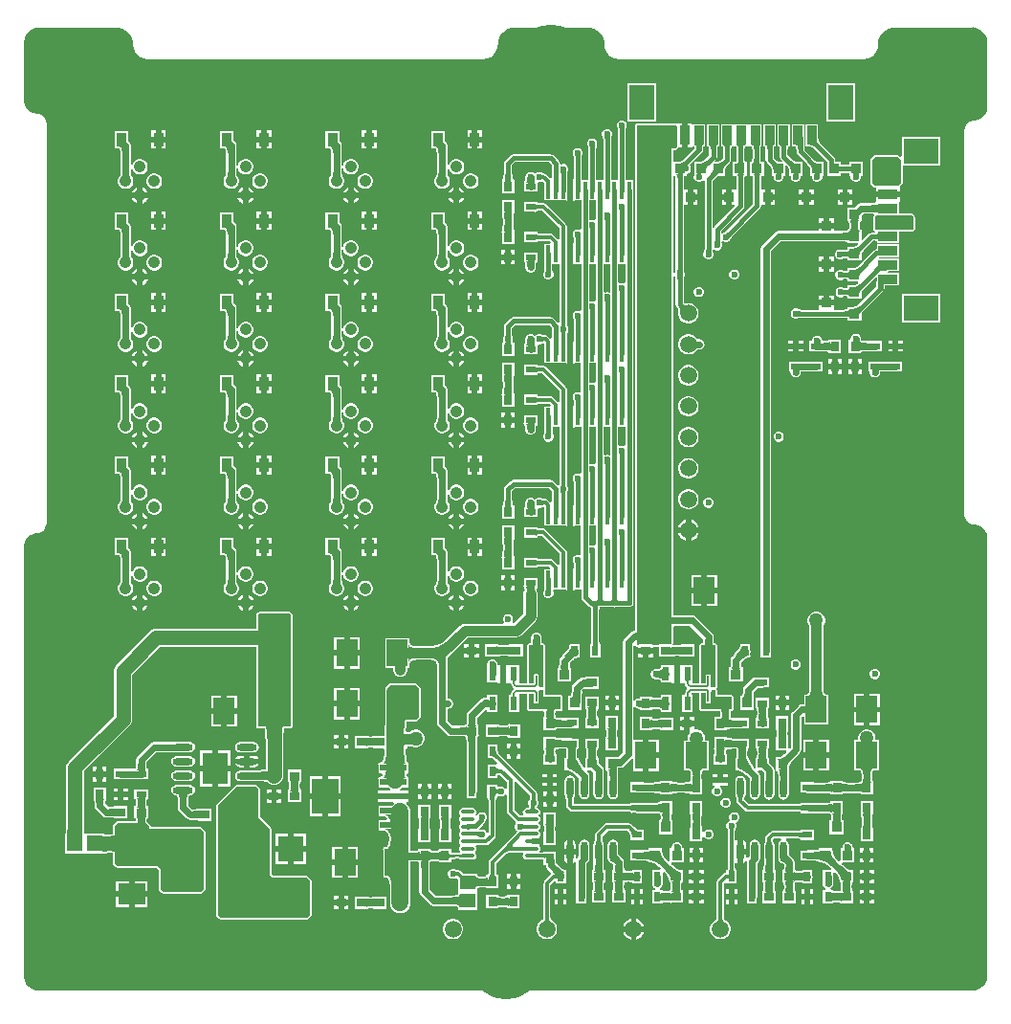
<source format=gbr>
G04*
G04 #@! TF.GenerationSoftware,Altium Limited,Altium Designer,25.8.1 (18)*
G04*
G04 Layer_Physical_Order=4*
G04 Layer_Color=16711680*
%FSLAX44Y44*%
%MOMM*%
G71*
G04*
G04 #@! TF.SameCoordinates,BFC9A3CF-D512-4AF0-A6F7-44F261463DCD*
G04*
G04*
G04 #@! TF.FilePolarity,Positive*
G04*
G01*
G75*
%ADD13C,0.4000*%
%ADD14C,1.2000*%
%ADD23C,1.2700*%
%ADD24C,0.3810*%
%ADD25C,0.6096*%
%ADD26C,0.3501*%
%ADD27C,0.8890*%
%ADD28C,0.3500*%
%ADD29C,0.3302*%
%ADD34C,0.6000*%
%ADD35C,1.2000*%
%ADD36C,6.0000*%
%ADD37C,1.0668*%
%ADD38C,0.8890*%
%ADD43C,0.3500*%
%ADD48C,0.1524*%
%ADD49R,1.7018X0.8128*%
%ADD50R,3.0988X2.2098*%
%ADD51R,0.9000X0.9500*%
%ADD52R,0.8000X0.9000*%
%ADD53R,0.9000X0.6000*%
G04:AMPARAMS|DCode=54|XSize=0.7mm|YSize=0.3396mm|CornerRadius=0.017mm|HoleSize=0mm|Usage=FLASHONLY|Rotation=270.000|XOffset=0mm|YOffset=0mm|HoleType=Round|Shape=RoundedRectangle|*
%AMROUNDEDRECTD54*
21,1,0.7000,0.3056,0,0,270.0*
21,1,0.6660,0.3396,0,0,270.0*
1,1,0.0340,-0.1528,-0.3330*
1,1,0.0340,-0.1528,0.3330*
1,1,0.0340,0.1528,0.3330*
1,1,0.0340,0.1528,-0.3330*
%
%ADD54ROUNDEDRECTD54*%
%ADD55R,0.6000X0.9000*%
%ADD56O,0.6000X1.8000*%
%ADD57R,0.9100X1.2200*%
%ADD58C,1.5000*%
%ADD59R,0.9500X0.9000*%
G04:AMPARAMS|DCode=60|XSize=0.7mm|YSize=0.3396mm|CornerRadius=0.017mm|HoleSize=0mm|Usage=FLASHONLY|Rotation=270.000|XOffset=0mm|YOffset=0mm|HoleType=Round|Shape=RoundedRectangle|*
%AMROUNDEDRECTD60*
21,1,0.7000,0.3056,0,0,270.0*
21,1,0.6660,0.3396,0,0,270.0*
1,1,0.0340,-0.1528,-0.3330*
1,1,0.0340,-0.1528,0.3330*
1,1,0.0340,0.1528,0.3330*
1,1,0.0340,0.1528,-0.3330*
%
%ADD60ROUNDEDRECTD60*%
G04:AMPARAMS|DCode=61|XSize=0.7mm|YSize=0.1698mm|CornerRadius=0.0085mm|HoleSize=0mm|Usage=FLASHONLY|Rotation=270.000|XOffset=0mm|YOffset=0mm|HoleType=Round|Shape=RoundedRectangle|*
%AMROUNDEDRECTD61*
21,1,0.7000,0.1528,0,0,270.0*
21,1,0.6830,0.1698,0,0,270.0*
1,1,0.0170,-0.0764,-0.3415*
1,1,0.0170,-0.0764,0.3415*
1,1,0.0170,0.0764,0.3415*
1,1,0.0170,0.0764,-0.3415*
%
%ADD61ROUNDEDRECTD61*%
%ADD62R,0.9000X0.8000*%
%ADD63R,1.8796X2.3622*%
%ADD64R,0.6200X1.2200*%
%ADD65R,0.8128X1.7018*%
%ADD66R,0.3500X1.5000*%
%ADD67O,1.2500X0.3500*%
%ADD68R,2.3455X3.1725*%
%ADD69R,2.3455X0.6325*%
%ADD70O,1.8000X0.6000*%
%ADD71R,2.3000X2.8000*%
%ADD72R,2.3000X2.2860*%
%ADD73R,2.3622X1.8796*%
%ADD74R,1.4000X1.4000*%
%ADD75R,3.3000X3.1500*%
%ADD76R,0.9000X0.8000*%
%ADD77R,1.4000X1.3000*%
%ADD78R,2.2098X3.0988*%
%ADD79C,0.6000*%
%ADD80C,1.5240*%
%ADD81C,0.3000*%
%ADD82C,1.2700*%
%ADD83C,0.3556*%
%ADD84C,0.2032*%
%ADD85R,3.1000X3.5950*%
%ADD86R,2.0320X2.6670*%
%ADD87R,1.8628X6.7310*%
%ADD88R,2.7359X2.2916*%
G36*
X841431Y850805D02*
X844628Y849480D01*
X847374Y847374D01*
X849480Y844628D01*
X850805Y841431D01*
X851233Y838180D01*
X851197Y838000D01*
Y781251D01*
X851197Y780099D01*
X851198Y780000D01*
X851079Y778779D01*
X850857Y777091D01*
X849734Y774380D01*
X847948Y772053D01*
X845621Y770267D01*
X842910Y769144D01*
X841222Y768922D01*
X840762Y768877D01*
X839981Y768803D01*
X837722Y768505D01*
X835598Y767626D01*
X833775Y766226D01*
X832375Y764403D01*
X831496Y762279D01*
X831196Y760000D01*
X831196D01*
X831197Y759903D01*
Y420000D01*
X831195D01*
X831495Y417721D01*
X832374Y415597D01*
X833774Y413774D01*
X835597Y412374D01*
X837721Y411495D01*
X840000Y411195D01*
X841222Y411078D01*
X842909Y410856D01*
X845620Y409733D01*
X847947Y407947D01*
X849734Y405620D01*
X850856Y402909D01*
X851222Y400128D01*
X851197Y400000D01*
X851197Y11960D01*
X851233Y11781D01*
X850806Y8539D01*
X849485Y5352D01*
X847385Y2615D01*
X844648Y515D01*
X841461Y-806D01*
X838235Y-1230D01*
X838067Y-1197D01*
X13251Y-1197D01*
X12000Y-1197D01*
X10772Y-1095D01*
X8569Y-805D01*
X5372Y520D01*
X2626Y2626D01*
X520Y5372D01*
X-805Y8569D01*
X-1092Y10753D01*
X-1198Y11979D01*
X-1197Y12000D01*
X-1197Y13226D01*
X-1197Y391176D01*
X-1197Y392430D01*
X-1198Y392445D01*
X-1077Y393665D01*
X-856Y395339D01*
X267Y398050D01*
X2053Y400377D01*
X4380Y402163D01*
X7091Y403286D01*
X8778Y403508D01*
X10000Y403625D01*
X12279Y403925D01*
X14403Y404804D01*
X16226Y406204D01*
X17626Y408027D01*
X18505Y410151D01*
X18805Y412430D01*
X18803D01*
Y766130D01*
X18805D01*
X18505Y768409D01*
X17626Y770533D01*
X16226Y772356D01*
X14403Y773756D01*
X12279Y774635D01*
X10000Y774935D01*
X8778Y775052D01*
X7091Y775274D01*
X4380Y776397D01*
X2053Y778183D01*
X267Y780510D01*
X-856Y783221D01*
X-1222Y786002D01*
X-1197Y786130D01*
Y838000D01*
X-1233Y838180D01*
X-805Y841431D01*
X520Y844628D01*
X2626Y847374D01*
X5372Y849480D01*
X8569Y850805D01*
X10758Y851093D01*
X11985Y851198D01*
X12000Y851197D01*
X13232Y851197D01*
X78730Y851197D01*
X79977Y851197D01*
X80000Y851197D01*
X81228Y851095D01*
X82969Y850924D01*
X85823Y850058D01*
X88454Y848652D01*
X90759Y846759D01*
X92652Y844454D01*
X94058Y841823D01*
X94924Y838969D01*
X95094Y837243D01*
X95160Y836000D01*
X95319Y834794D01*
X95598Y832677D01*
X96880Y829580D01*
X98921Y826921D01*
X101580Y824880D01*
X104677Y823598D01*
X108000Y823160D01*
Y823197D01*
X405300D01*
Y823160D01*
X408623Y823598D01*
X411720Y824880D01*
X414379Y826921D01*
X416420Y829580D01*
X417702Y832677D01*
X417981Y834794D01*
X418140Y836000D01*
X418206Y837243D01*
X418376Y838969D01*
X419242Y841823D01*
X420648Y844454D01*
X422541Y846759D01*
X424846Y848652D01*
X427477Y850058D01*
X430331Y850924D01*
X433103Y851197D01*
X497300D01*
X497365Y851210D01*
X500269Y850924D01*
X503123Y850058D01*
X505754Y848652D01*
X508060Y846759D01*
X509952Y844454D01*
X511358Y841823D01*
X512224Y838969D01*
X512394Y837243D01*
X512460Y836000D01*
X512619Y834794D01*
X512898Y832677D01*
X514180Y829580D01*
X516221Y826921D01*
X518880Y824880D01*
X521977Y823598D01*
X525300Y823160D01*
Y823197D01*
X742000D01*
Y823160D01*
X745323Y823598D01*
X748420Y824880D01*
X751079Y826921D01*
X753120Y829580D01*
X754402Y832677D01*
X754681Y834794D01*
X754840Y836000D01*
X754906Y837243D01*
X755076Y838969D01*
X755942Y841823D01*
X757348Y844454D01*
X759240Y846759D01*
X761546Y848652D01*
X764177Y850058D01*
X767031Y850924D01*
X769935Y851210D01*
X770000Y851197D01*
X838000D01*
X838180Y851233D01*
X841431Y850805D01*
D02*
G37*
%LPC*%
G36*
X734199Y801555D02*
X709101D01*
Y767567D01*
X734199D01*
Y801555D01*
D02*
G37*
G36*
X558199D02*
X533101D01*
Y767567D01*
X558199D01*
Y801555D01*
D02*
G37*
G36*
X124300Y759940D02*
X120250D01*
Y754340D01*
X124300D01*
Y759940D01*
D02*
G37*
G36*
X404320D02*
X400270D01*
Y754340D01*
X404320D01*
Y759940D01*
D02*
G37*
G36*
X217640D02*
X213590D01*
Y754340D01*
X217640D01*
Y759940D01*
D02*
G37*
G36*
X310980D02*
X306930D01*
Y754340D01*
X310980D01*
Y759940D01*
D02*
G37*
G36*
X301930D02*
X297880D01*
Y754340D01*
X301930D01*
Y759940D01*
D02*
G37*
G36*
X395270D02*
X391220D01*
Y754340D01*
X395270D01*
Y759940D01*
D02*
G37*
G36*
X208590D02*
X204540D01*
Y754340D01*
X208590D01*
Y759940D01*
D02*
G37*
G36*
X115250D02*
X111200D01*
Y754340D01*
X115250D01*
Y759940D01*
D02*
G37*
G36*
X404320Y749340D02*
X400270D01*
Y743740D01*
X404320D01*
Y749340D01*
D02*
G37*
G36*
X395270D02*
X391220D01*
Y743740D01*
X395270D01*
Y749340D01*
D02*
G37*
G36*
X310980D02*
X306930D01*
Y743740D01*
X310980D01*
Y749340D01*
D02*
G37*
G36*
X301930D02*
X297880D01*
Y743740D01*
X301930D01*
Y749340D01*
D02*
G37*
G36*
X217640D02*
X213590D01*
Y743740D01*
X217640D01*
Y749340D01*
D02*
G37*
G36*
X208590D02*
X204540D01*
Y743740D01*
X208590D01*
Y749340D01*
D02*
G37*
G36*
X124300D02*
X120250D01*
Y743740D01*
X124300D01*
Y749340D01*
D02*
G37*
G36*
X115250D02*
X111200D01*
Y743740D01*
X115250D01*
Y749340D01*
D02*
G37*
G36*
X809429Y754029D02*
X775441D01*
Y737274D01*
X774268Y736788D01*
X773308Y737748D01*
X772160Y738224D01*
X751840D01*
X750692Y737748D01*
X748152Y735208D01*
X747676Y734060D01*
Y713740D01*
X748152Y712592D01*
X750692Y710052D01*
X751694Y709637D01*
X751840Y709576D01*
X752926Y709003D01*
X752926Y708306D01*
Y705980D01*
X763435D01*
X773944D01*
Y709028D01*
X773944Y709544D01*
X774033Y710777D01*
X775848Y712592D01*
X776324Y713740D01*
Y728931D01*
X809429D01*
Y754029D01*
D02*
G37*
G36*
X676714Y765570D02*
X665586D01*
Y745552D01*
X667015D01*
X667170Y745468D01*
X667278Y745456D01*
X667315Y745395D01*
X667399Y745190D01*
X667485Y744870D01*
X667557Y744439D01*
X667604Y743904D01*
X667622Y743230D01*
X667678Y743103D01*
Y736841D01*
X667943Y735512D01*
X668695Y734386D01*
X669672Y733409D01*
X669186Y732236D01*
X667723D01*
X667531Y732327D01*
X667073Y732350D01*
X666690Y732407D01*
X666300Y732505D01*
X665897Y732646D01*
X665481Y732833D01*
X665052Y733069D01*
X664609Y733357D01*
X664153Y733699D01*
X663686Y734096D01*
X663180Y734577D01*
X663051Y734626D01*
X662122Y735555D01*
Y743103D01*
X662178Y743230D01*
X662196Y743904D01*
X662243Y744439D01*
X662315Y744870D01*
X662401Y745190D01*
X662485Y745395D01*
X662522Y745456D01*
X662630Y745468D01*
X662785Y745552D01*
X664214D01*
Y765570D01*
X653086D01*
Y745552D01*
X654515D01*
X654670Y745468D01*
X654778Y745456D01*
X654815Y745395D01*
X654899Y745190D01*
X654985Y744870D01*
X655057Y744439D01*
X655104Y743904D01*
X655122Y743230D01*
X655178Y743103D01*
Y734117D01*
X655443Y732789D01*
X656195Y731663D01*
X658141Y729717D01*
X658191Y729587D01*
X658672Y729081D01*
X659069Y728614D01*
X659410Y728159D01*
X659698Y727716D01*
X659934Y727286D01*
X660122Y726870D01*
X660262Y726468D01*
X660360Y726077D01*
X660417Y725695D01*
X660440Y725236D01*
X660531Y725044D01*
Y719736D01*
X662017D01*
X662031Y719715D01*
Y717925D01*
X662716Y716271D01*
X663982Y715005D01*
X665636Y714320D01*
X667426D01*
X669080Y715005D01*
X670346Y716271D01*
X671031Y717925D01*
Y719715D01*
X671045Y719736D01*
X672531D01*
Y728672D01*
X673801Y729180D01*
X673895Y729081D01*
X674292Y728614D01*
X674633Y728159D01*
X674921Y727716D01*
X675158Y727286D01*
X675345Y726870D01*
X675486Y726468D01*
X675583Y726077D01*
X675641Y725695D01*
X675664Y725236D01*
X675755Y725044D01*
Y719736D01*
X677241D01*
X677255Y719715D01*
Y717925D01*
X677940Y716271D01*
X679206Y715005D01*
X680860Y714320D01*
X682650D01*
X684304Y715005D01*
X685570Y716271D01*
X686255Y717925D01*
Y719715D01*
X686269Y719736D01*
X687755D01*
Y732236D01*
X682947D01*
X682754Y732327D01*
X682296Y732350D01*
X681914Y732407D01*
X681523Y732505D01*
X681121Y732646D01*
X680705Y732833D01*
X680275Y733069D01*
X679832Y733357D01*
X679377Y733699D01*
X678910Y734096D01*
X678403Y734577D01*
X678274Y734626D01*
X674622Y738279D01*
Y743103D01*
X674678Y743230D01*
X674696Y743904D01*
X674743Y744439D01*
X674815Y744870D01*
X674901Y745190D01*
X674985Y745395D01*
X675022Y745456D01*
X675130Y745468D01*
X675285Y745552D01*
X676714D01*
Y765570D01*
D02*
G37*
G36*
X371120Y759440D02*
X359020D01*
Y744240D01*
X362299D01*
X362454Y744156D01*
X362843Y744115D01*
X362990Y744063D01*
X363119Y743977D01*
X363274Y743810D01*
X363457Y743511D01*
X363643Y743055D01*
X363809Y742438D01*
X363938Y741664D01*
X364020Y740740D01*
X364049Y739632D01*
X364083Y739556D01*
Y722694D01*
X364049Y722617D01*
X364023Y721526D01*
X363949Y720682D01*
X363903Y720381D01*
X363850Y720134D01*
X363800Y719963D01*
X363769Y719885D01*
X363731Y719839D01*
X363717Y719791D01*
X363702Y719764D01*
X363697Y719726D01*
X363660Y719605D01*
X363251Y719196D01*
X362352Y717638D01*
X361886Y715900D01*
Y714100D01*
X362352Y712362D01*
X363251Y710804D01*
X364524Y709531D01*
X366082Y708632D01*
X367820Y708166D01*
X369620D01*
X371358Y708632D01*
X372916Y709531D01*
X374189Y710804D01*
X375088Y712362D01*
X375554Y714100D01*
Y715900D01*
X375088Y717638D01*
X374189Y719196D01*
X373780Y719605D01*
X373743Y719726D01*
X373738Y719764D01*
X373723Y719791D01*
X373708Y719840D01*
X373671Y719885D01*
X373640Y719963D01*
X373590Y720134D01*
X373537Y720381D01*
X373493Y720668D01*
X373398Y722048D01*
X373391Y722596D01*
X373357Y722677D01*
Y726701D01*
X374586Y726800D01*
X375052Y725062D01*
X375951Y723504D01*
X377224Y722231D01*
X378782Y721332D01*
X380520Y720866D01*
X382320D01*
X384058Y721332D01*
X385616Y722231D01*
X386889Y723504D01*
X387788Y725062D01*
X388254Y726800D01*
Y728600D01*
X387788Y730338D01*
X386889Y731896D01*
X385616Y733168D01*
X384058Y734068D01*
X382320Y734534D01*
X380520D01*
X378782Y734068D01*
X377224Y733168D01*
X375951Y731896D01*
X375052Y730338D01*
X374586Y728600D01*
X373357Y728699D01*
Y739591D01*
X373392Y739674D01*
X373357Y739758D01*
Y746640D01*
X373357Y746640D01*
X373004Y748415D01*
X371999Y749919D01*
X371999Y749919D01*
X371120Y750798D01*
Y759440D01*
D02*
G37*
G36*
X277780D02*
X265680D01*
Y744240D01*
X268959D01*
X269114Y744156D01*
X269503Y744115D01*
X269650Y744063D01*
X269779Y743977D01*
X269934Y743810D01*
X270117Y743511D01*
X270303Y743055D01*
X270469Y742438D01*
X270598Y741664D01*
X270680Y740740D01*
X270709Y739632D01*
X270743Y739556D01*
Y722694D01*
X270709Y722617D01*
X270683Y721526D01*
X270609Y720682D01*
X270563Y720381D01*
X270510Y720134D01*
X270460Y719963D01*
X270429Y719885D01*
X270392Y719839D01*
X270377Y719791D01*
X270361Y719764D01*
X270357Y719726D01*
X270320Y719605D01*
X269911Y719196D01*
X269012Y717638D01*
X268546Y715900D01*
Y714100D01*
X269012Y712362D01*
X269911Y710804D01*
X271184Y709531D01*
X272742Y708632D01*
X274480Y708166D01*
X276280D01*
X278018Y708632D01*
X279576Y709531D01*
X280849Y710804D01*
X281748Y712362D01*
X282214Y714100D01*
Y715900D01*
X281748Y717638D01*
X280849Y719196D01*
X280440Y719605D01*
X280403Y719726D01*
X280398Y719764D01*
X280383Y719791D01*
X280368Y719840D01*
X280331Y719885D01*
X280300Y719963D01*
X280250Y720134D01*
X280197Y720381D01*
X280153Y720668D01*
X280058Y722048D01*
X280051Y722596D01*
X280017Y722677D01*
Y726701D01*
X281246Y726800D01*
X281712Y725062D01*
X282611Y723504D01*
X283884Y722231D01*
X285442Y721332D01*
X287180Y720866D01*
X288980D01*
X290718Y721332D01*
X292276Y722231D01*
X293549Y723504D01*
X294448Y725062D01*
X294914Y726800D01*
Y728600D01*
X294448Y730338D01*
X293549Y731896D01*
X292276Y733168D01*
X290718Y734068D01*
X288980Y734534D01*
X287180D01*
X285442Y734068D01*
X283884Y733168D01*
X282611Y731896D01*
X281712Y730338D01*
X281246Y728600D01*
X280017Y728699D01*
Y739591D01*
X280052Y739674D01*
X280017Y739758D01*
Y746640D01*
X280017Y746640D01*
X279664Y748415D01*
X278659Y749919D01*
X278659Y749919D01*
X277780Y750798D01*
Y759440D01*
D02*
G37*
G36*
X184440D02*
X172340D01*
Y744240D01*
X175619D01*
X175774Y744156D01*
X176163Y744115D01*
X176310Y744063D01*
X176439Y743977D01*
X176594Y743810D01*
X176777Y743511D01*
X176963Y743055D01*
X177129Y742438D01*
X177258Y741664D01*
X177340Y740740D01*
X177369Y739632D01*
X177403Y739556D01*
Y722694D01*
X177369Y722617D01*
X177343Y721526D01*
X177269Y720682D01*
X177223Y720381D01*
X177170Y720134D01*
X177120Y719963D01*
X177089Y719885D01*
X177052Y719839D01*
X177037Y719791D01*
X177022Y719764D01*
X177017Y719726D01*
X176980Y719605D01*
X176571Y719196D01*
X175672Y717638D01*
X175206Y715900D01*
Y714100D01*
X175672Y712362D01*
X176571Y710804D01*
X177844Y709531D01*
X179402Y708632D01*
X181140Y708166D01*
X182940D01*
X184678Y708632D01*
X186236Y709531D01*
X187509Y710804D01*
X188408Y712362D01*
X188874Y714100D01*
Y715900D01*
X188408Y717638D01*
X187509Y719196D01*
X187100Y719605D01*
X187063Y719726D01*
X187059Y719764D01*
X187043Y719791D01*
X187029Y719840D01*
X186991Y719885D01*
X186960Y719963D01*
X186910Y720134D01*
X186857Y720381D01*
X186813Y720668D01*
X186718Y722048D01*
X186712Y722596D01*
X186677Y722677D01*
Y726701D01*
X187906Y726800D01*
X188372Y725062D01*
X189271Y723504D01*
X190544Y722231D01*
X192102Y721332D01*
X193840Y720866D01*
X195640D01*
X197378Y721332D01*
X198936Y722231D01*
X200209Y723504D01*
X201108Y725062D01*
X201574Y726800D01*
Y728600D01*
X201108Y730338D01*
X200209Y731896D01*
X198936Y733168D01*
X197378Y734068D01*
X195640Y734534D01*
X193840D01*
X192102Y734068D01*
X190544Y733168D01*
X189271Y731896D01*
X188372Y730338D01*
X187906Y728600D01*
X186677Y728699D01*
Y739591D01*
X186712Y739674D01*
X186677Y739758D01*
Y746640D01*
X186677Y746640D01*
X186324Y748415D01*
X185319Y749919D01*
X185319Y749919D01*
X184440Y750798D01*
Y759440D01*
D02*
G37*
G36*
X91100D02*
X79000D01*
Y744240D01*
X82279D01*
X82434Y744156D01*
X82823Y744115D01*
X82970Y744063D01*
X83099Y743977D01*
X83254Y743810D01*
X83437Y743511D01*
X83623Y743055D01*
X83789Y742438D01*
X83918Y741664D01*
X84000Y740740D01*
X84029Y739632D01*
X84063Y739556D01*
Y722694D01*
X84029Y722617D01*
X84003Y721526D01*
X83929Y720682D01*
X83883Y720381D01*
X83830Y720134D01*
X83780Y719963D01*
X83749Y719885D01*
X83712Y719839D01*
X83697Y719791D01*
X83681Y719764D01*
X83677Y719726D01*
X83640Y719605D01*
X83231Y719196D01*
X82332Y717638D01*
X81866Y715900D01*
Y714100D01*
X82332Y712362D01*
X83231Y710804D01*
X84504Y709531D01*
X86062Y708632D01*
X87800Y708166D01*
X89600D01*
X91338Y708632D01*
X92896Y709531D01*
X94169Y710804D01*
X95068Y712362D01*
X95534Y714100D01*
Y715900D01*
X95068Y717638D01*
X94169Y719196D01*
X93760Y719605D01*
X93723Y719726D01*
X93719Y719764D01*
X93703Y719791D01*
X93688Y719840D01*
X93651Y719885D01*
X93620Y719963D01*
X93570Y720134D01*
X93517Y720381D01*
X93473Y720668D01*
X93378Y722048D01*
X93371Y722596D01*
X93337Y722677D01*
Y726701D01*
X94566Y726800D01*
X95032Y725062D01*
X95931Y723504D01*
X97204Y722231D01*
X98762Y721332D01*
X100500Y720866D01*
X102300D01*
X104038Y721332D01*
X105596Y722231D01*
X106869Y723504D01*
X107768Y725062D01*
X108234Y726800D01*
Y728600D01*
X107768Y730338D01*
X106869Y731896D01*
X105596Y733168D01*
X104038Y734068D01*
X102300Y734534D01*
X100500D01*
X98762Y734068D01*
X97204Y733168D01*
X95931Y731896D01*
X95032Y730338D01*
X94566Y728600D01*
X93337Y728699D01*
Y739591D01*
X93372Y739674D01*
X93337Y739758D01*
Y746640D01*
X93337Y746640D01*
X92984Y748415D01*
X91979Y749919D01*
X91979Y749919D01*
X91100Y750798D01*
Y759440D01*
D02*
G37*
G36*
X464820Y738802D02*
X431800D01*
X430471Y738537D01*
X429345Y737785D01*
X424595Y733035D01*
X423843Y731909D01*
X423578Y730580D01*
Y723090D01*
X423521Y722957D01*
X423514Y722334D01*
X423494Y721881D01*
X423466Y721600D01*
X423235Y721369D01*
X422550Y719715D01*
Y717925D01*
X422722Y717509D01*
X421874Y716239D01*
X421550D01*
Y704239D01*
X432550D01*
Y716239D01*
X432226D01*
X431378Y717509D01*
X431550Y717925D01*
Y719715D01*
X430865Y721369D01*
X430653Y721581D01*
X430580Y722656D01*
X430579Y722947D01*
X430522Y723082D01*
Y729142D01*
X433238Y731858D01*
X463382D01*
X465858Y729382D01*
Y717475D01*
X464588Y717090D01*
X464493Y717233D01*
X464493Y717233D01*
X460743Y720983D01*
X459751Y721646D01*
X458580Y721879D01*
X458580Y721879D01*
X457965D01*
X457209Y722635D01*
X455555Y723320D01*
X453765D01*
X452111Y722635D01*
X451738Y722262D01*
X450319Y722099D01*
X449734Y722489D01*
X449589Y722635D01*
X449399Y722714D01*
X448815Y723104D01*
X448125Y723241D01*
X447935Y723320D01*
X447729D01*
X447040Y723457D01*
X446351Y723320D01*
X446145D01*
X445955Y723241D01*
X445266Y723104D01*
X444681Y722714D01*
X444491Y722635D01*
X444346Y722489D01*
X443761Y722099D01*
X443371Y721515D01*
X443225Y721369D01*
X443146Y721179D01*
X442756Y720594D01*
X442619Y719905D01*
X442540Y719715D01*
Y719509D01*
X442447Y719041D01*
X442369Y718868D01*
X442314Y716992D01*
X442252Y716281D01*
X442167Y715687D01*
X442070Y715235D01*
X441996Y715008D01*
X441051D01*
Y713702D01*
X440958Y713477D01*
X441022Y713324D01*
X440989Y713160D01*
X441051Y713068D01*
Y706008D01*
X446362D01*
X447051Y705871D01*
X447741Y706008D01*
X453051D01*
Y713071D01*
X453114Y713165D01*
X453103Y713220D01*
X453389Y713695D01*
X454093Y714320D01*
X455555D01*
X457209Y715005D01*
X457639Y715435D01*
X459271Y713803D01*
Y707694D01*
X459271Y707694D01*
X459504Y706524D01*
X459580Y706410D01*
Y698194D01*
X466080D01*
Y698194D01*
X467350Y698194D01*
X472580D01*
Y698194D01*
X473850Y698194D01*
X478580D01*
Y697694D01*
X479830D01*
Y707194D01*
Y716694D01*
X479399D01*
Y721672D01*
X479454Y721803D01*
X479454Y722129D01*
X479477Y723098D01*
X479480Y723130D01*
X479645Y723295D01*
X480330Y724949D01*
Y726739D01*
X479645Y728393D01*
X478379Y729659D01*
X476725Y730344D01*
X474935D01*
X474072Y729986D01*
X472802Y730820D01*
X472537Y732149D01*
X471785Y733275D01*
X467275Y737785D01*
X466149Y738537D01*
X464820Y738802D01*
D02*
G37*
G36*
X528725Y768849D02*
X526935D01*
X525281Y768164D01*
X524015Y766898D01*
X523330Y765244D01*
Y763454D01*
X524015Y761800D01*
X524227Y761589D01*
X524300Y760513D01*
X524301Y760222D01*
X524358Y760087D01*
Y716194D01*
X518302D01*
Y752260D01*
X518358Y752393D01*
X518366Y753016D01*
X518386Y753469D01*
X518414Y753750D01*
X518645Y753981D01*
X519330Y755635D01*
Y757425D01*
X518645Y759079D01*
X517379Y760345D01*
X515725Y761030D01*
X513935D01*
X512281Y760345D01*
X511015Y759079D01*
X510330Y757425D01*
Y755635D01*
X511015Y753981D01*
X511227Y753770D01*
X511300Y752693D01*
X511301Y752403D01*
X511358Y752268D01*
Y716194D01*
X505302D01*
Y744265D01*
X505358Y744395D01*
X505380Y745523D01*
X505397Y745766D01*
X505465Y745834D01*
X506150Y747488D01*
Y749278D01*
X505465Y750932D01*
X504199Y752198D01*
X502545Y752883D01*
X500755D01*
X499101Y752198D01*
X497835Y750932D01*
X497150Y749278D01*
Y747488D01*
X497835Y745834D01*
X498228Y745441D01*
X498299Y744407D01*
X498301Y744117D01*
X498325Y744061D01*
X498306Y744002D01*
X498358Y743900D01*
Y716194D01*
X492302D01*
Y735750D01*
X492359Y735883D01*
X492366Y736506D01*
X492386Y736959D01*
X492414Y737240D01*
X492645Y737471D01*
X493330Y739125D01*
Y740915D01*
X492645Y742569D01*
X491379Y743835D01*
X489725Y744520D01*
X487935D01*
X486281Y743835D01*
X485015Y742569D01*
X484330Y740915D01*
Y739125D01*
X485015Y737471D01*
X485227Y737260D01*
X485300Y736183D01*
X485301Y735893D01*
X485358Y735758D01*
Y716694D01*
X484830D01*
Y707194D01*
Y697694D01*
X486080D01*
Y698194D01*
X491858D01*
Y673011D01*
X490588Y672162D01*
X489725Y672520D01*
X487935D01*
X486281Y671835D01*
X485015Y670569D01*
X484330Y668915D01*
Y667125D01*
X485015Y665471D01*
X485227Y665259D01*
X485300Y664184D01*
X485301Y663893D01*
X485358Y663758D01*
Y660306D01*
X484830D01*
Y650806D01*
Y641306D01*
X486080D01*
Y641806D01*
X491858D01*
Y601011D01*
X490588Y600163D01*
X489725Y600520D01*
X487935D01*
X486281Y599835D01*
X485015Y598569D01*
X484330Y596915D01*
Y595125D01*
X485015Y593471D01*
X485227Y593260D01*
X485300Y592183D01*
X485301Y591893D01*
X485358Y591758D01*
Y572694D01*
X484830D01*
Y563194D01*
Y553694D01*
X486080D01*
Y554194D01*
X491725D01*
Y529066D01*
X490455Y528218D01*
X489725Y528520D01*
X487935D01*
X486281Y527835D01*
X485015Y526569D01*
X484330Y524915D01*
Y523125D01*
X485015Y521471D01*
X485227Y521259D01*
X485300Y520183D01*
X485301Y519893D01*
X485358Y519758D01*
Y516306D01*
X484830D01*
Y506806D01*
Y497306D01*
X486080D01*
Y497806D01*
X491858D01*
Y457011D01*
X490588Y456162D01*
X489725Y456520D01*
X487935D01*
X486281Y455835D01*
X485015Y454569D01*
X484330Y452915D01*
Y451125D01*
X485015Y449471D01*
X485227Y449260D01*
X485300Y448184D01*
X485301Y447893D01*
X485358Y447758D01*
Y428694D01*
X484830D01*
Y419194D01*
Y409694D01*
X486080D01*
Y410194D01*
X491725D01*
Y385066D01*
X490455Y384218D01*
X489725Y384520D01*
X487935D01*
X486281Y383835D01*
X485015Y382569D01*
X484330Y380915D01*
Y379125D01*
X485015Y377471D01*
X485227Y377259D01*
X485300Y376184D01*
X485301Y375893D01*
X485358Y375758D01*
Y372306D01*
X484830D01*
Y362806D01*
Y353306D01*
X486080D01*
Y353806D01*
X491858D01*
Y346750D01*
X492123Y345421D01*
X492875Y344295D01*
X497995Y339175D01*
X499121Y338423D01*
X500048Y338238D01*
X500288Y338110D01*
X500459Y338092D01*
X500513Y338008D01*
X500598Y337809D01*
X500687Y337496D01*
X500761Y337071D01*
X500810Y336541D01*
X500829Y335870D01*
X500885Y335744D01*
Y308298D01*
X500829Y308174D01*
X500788Y306852D01*
X500744Y306377D01*
X500685Y305987D01*
X500652Y305844D01*
X499857D01*
Y304538D01*
X499764Y304314D01*
X499824Y304167D01*
X499792Y304013D01*
X499857Y303913D01*
Y293844D01*
X508857D01*
Y303913D01*
X508922Y304013D01*
X508890Y304167D01*
X508950Y304314D01*
X508857Y304538D01*
Y305844D01*
X508061D01*
X508029Y305987D01*
X507973Y306358D01*
X507895Y307468D01*
X507885Y308147D01*
X507829Y308279D01*
Y335743D01*
X507885Y335869D01*
X507904Y336538D01*
X507954Y337064D01*
X508030Y337485D01*
X508121Y337794D01*
X508207Y337989D01*
X508268Y338080D01*
X508277Y338089D01*
X508487Y338109D01*
X508579Y338158D01*
X520974D01*
X521012Y338133D01*
X521140Y338158D01*
X521520D01*
X521648Y338133D01*
X521686Y338158D01*
X534330D01*
X535659Y338423D01*
X536785Y339175D01*
X537537Y340301D01*
X537802Y341630D01*
Y362806D01*
Y419194D01*
Y506806D01*
Y563194D01*
Y650806D01*
Y707194D01*
X537580Y708309D01*
Y716194D01*
X531302D01*
Y760080D01*
X531358Y760212D01*
X531366Y760835D01*
X531386Y761288D01*
X531414Y761569D01*
X531645Y761800D01*
X532330Y763454D01*
Y765244D01*
X531645Y766898D01*
X530379Y768164D01*
X528725Y768849D01*
D02*
G37*
G36*
X701714Y765570D02*
X690586D01*
Y745552D01*
X694522D01*
X694714Y745461D01*
X695173Y745438D01*
X695555Y745381D01*
X695946Y745283D01*
X696348Y745142D01*
X696764Y744955D01*
X697194Y744719D01*
X697637Y744431D01*
X698092Y744089D01*
X698559Y743692D01*
X699065Y743211D01*
X699195Y743161D01*
X709867Y732489D01*
X709885Y730690D01*
X709911Y730628D01*
Y728581D01*
X709978Y728246D01*
Y719736D01*
X721978D01*
Y721851D01*
X722062Y722006D01*
X722073Y722114D01*
X722135Y722151D01*
X722339Y722235D01*
X722660Y722321D01*
X723091Y722393D01*
X723626Y722440D01*
X724300Y722458D01*
X724427Y722514D01*
X726529D01*
X726656Y722458D01*
X727329Y722440D01*
X727865Y722393D01*
X728296Y722321D01*
X728616Y722235D01*
X728820Y722151D01*
X728882Y722114D01*
X728894Y722006D01*
X728978Y721851D01*
Y719736D01*
X730464D01*
X730478Y719715D01*
Y717925D01*
X731163Y716271D01*
X732429Y715005D01*
X734083Y714320D01*
X735873D01*
X737527Y715005D01*
X738793Y716271D01*
X739478Y717925D01*
Y719715D01*
X739492Y719736D01*
X740978D01*
Y732236D01*
X728978D01*
Y730121D01*
X728894Y729966D01*
X728882Y729858D01*
X728820Y729821D01*
X728616Y729737D01*
X728296Y729651D01*
X727865Y729579D01*
X727329Y729532D01*
X726656Y729514D01*
X726529Y729458D01*
X724427D01*
X724300Y729514D01*
X723626Y729532D01*
X723091Y729579D01*
X722660Y729651D01*
X722339Y729737D01*
X722135Y729821D01*
X722073Y729858D01*
X722062Y729966D01*
X721978Y730121D01*
Y732236D01*
X717073D01*
X717061Y732274D01*
X717009Y732515D01*
X716922Y733378D01*
X716911Y733917D01*
X716795Y734181D01*
X716590Y735212D01*
X715838Y736338D01*
X704105Y748071D01*
X704055Y748201D01*
X703574Y748707D01*
X703177Y749174D01*
X702835Y749629D01*
X702547Y750072D01*
X702311Y750502D01*
X702124Y750918D01*
X701983Y751320D01*
X701885Y751711D01*
X701828Y752093D01*
X701805Y752552D01*
X701714Y752744D01*
Y765570D01*
D02*
G37*
G36*
X689214D02*
X678086D01*
Y745552D01*
X681665D01*
X681820Y745468D01*
X681928Y745456D01*
X681965Y745395D01*
X682049Y745190D01*
X682135Y744870D01*
X682207Y744439D01*
X682254Y743904D01*
X682272Y743230D01*
X682328Y743103D01*
Y741191D01*
X682593Y739862D01*
X683345Y738736D01*
X692364Y729717D01*
X692414Y729587D01*
X692895Y729081D01*
X693292Y728614D01*
X693633Y728159D01*
X693921Y727716D01*
X694158Y727286D01*
X694345Y726870D01*
X694486Y726468D01*
X694583Y726077D01*
X694641Y725695D01*
X694664Y725236D01*
X694755Y725044D01*
Y719736D01*
X696241D01*
X696255Y719715D01*
Y717925D01*
X696940Y716271D01*
X698206Y715005D01*
X699860Y714320D01*
X701650D01*
X703304Y715005D01*
X704570Y716271D01*
X705255Y717925D01*
Y719715D01*
X705269Y719736D01*
X706755D01*
Y732236D01*
X701947D01*
X701754Y732327D01*
X701296Y732350D01*
X700914Y732407D01*
X700523Y732505D01*
X700120Y732646D01*
X699705Y732833D01*
X699275Y733069D01*
X698832Y733357D01*
X698377Y733699D01*
X697910Y734096D01*
X697403Y734577D01*
X697274Y734626D01*
X689272Y742629D01*
Y743135D01*
X689329Y743272D01*
X689327Y743277D01*
X689329Y743282D01*
X689307Y747092D01*
X689272Y747176D01*
Y753411D01*
X689214Y753701D01*
Y765570D01*
D02*
G37*
G36*
X395020Y721834D02*
X393220D01*
X391482Y721368D01*
X389924Y720469D01*
X388651Y719196D01*
X387752Y717638D01*
X387286Y715900D01*
Y714100D01*
X387752Y712362D01*
X388651Y710804D01*
X389924Y709531D01*
X391482Y708632D01*
X393220Y708166D01*
X395020D01*
X396758Y708632D01*
X398316Y709531D01*
X399589Y710804D01*
X400488Y712362D01*
X400954Y714100D01*
Y715900D01*
X400488Y717638D01*
X399589Y719196D01*
X398316Y720469D01*
X396758Y721368D01*
X395020Y721834D01*
D02*
G37*
G36*
X301680D02*
X299880D01*
X298142Y721368D01*
X296584Y720469D01*
X295311Y719196D01*
X294412Y717638D01*
X293946Y715900D01*
Y714100D01*
X294412Y712362D01*
X295311Y710804D01*
X296584Y709531D01*
X298142Y708632D01*
X299880Y708166D01*
X301680D01*
X303418Y708632D01*
X304976Y709531D01*
X306249Y710804D01*
X307148Y712362D01*
X307614Y714100D01*
Y715900D01*
X307148Y717638D01*
X306249Y719196D01*
X304976Y720469D01*
X303418Y721368D01*
X301680Y721834D01*
D02*
G37*
G36*
X208340D02*
X206540D01*
X204802Y721368D01*
X203244Y720469D01*
X201971Y719196D01*
X201072Y717638D01*
X200606Y715900D01*
Y714100D01*
X201072Y712362D01*
X201971Y710804D01*
X203244Y709531D01*
X204802Y708632D01*
X206540Y708166D01*
X208340D01*
X210078Y708632D01*
X211636Y709531D01*
X212909Y710804D01*
X213808Y712362D01*
X214274Y714100D01*
Y715900D01*
X213808Y717638D01*
X212909Y719196D01*
X211636Y720469D01*
X210078Y721368D01*
X208340Y721834D01*
D02*
G37*
G36*
X115000D02*
X113200D01*
X111462Y721368D01*
X109904Y720469D01*
X108631Y719196D01*
X107732Y717638D01*
X107266Y715900D01*
Y714100D01*
X107732Y712362D01*
X108631Y710804D01*
X109904Y709531D01*
X111462Y708632D01*
X113200Y708166D01*
X115000D01*
X116738Y708632D01*
X118296Y709531D01*
X119569Y710804D01*
X120468Y712362D01*
X120934Y714100D01*
Y715900D01*
X120468Y717638D01*
X119569Y719196D01*
X118296Y720469D01*
X116738Y721368D01*
X115000Y721834D01*
D02*
G37*
G36*
X383920Y709223D02*
Y704800D01*
X388343D01*
X388254Y705131D01*
X387289Y706803D01*
X385923Y708169D01*
X384251Y709134D01*
X383920Y709223D01*
D02*
G37*
G36*
X378920D02*
X378589Y709134D01*
X376917Y708169D01*
X375551Y706803D01*
X374586Y705131D01*
X374497Y704800D01*
X378920D01*
Y709223D01*
D02*
G37*
G36*
X290580D02*
Y704800D01*
X295003D01*
X294914Y705131D01*
X293949Y706803D01*
X292583Y708169D01*
X290911Y709134D01*
X290580Y709223D01*
D02*
G37*
G36*
X285580D02*
X285249Y709134D01*
X283577Y708169D01*
X282211Y706803D01*
X281246Y705131D01*
X281157Y704800D01*
X285580D01*
Y709223D01*
D02*
G37*
G36*
X197240D02*
Y704800D01*
X201663D01*
X201574Y705131D01*
X200609Y706803D01*
X199243Y708169D01*
X197571Y709134D01*
X197240Y709223D01*
D02*
G37*
G36*
X192240D02*
X191909Y709134D01*
X190237Y708169D01*
X188871Y706803D01*
X187906Y705131D01*
X187817Y704800D01*
X192240D01*
Y709223D01*
D02*
G37*
G36*
X103900D02*
Y704800D01*
X108323D01*
X108234Y705131D01*
X107269Y706803D01*
X105903Y708169D01*
X104231Y709134D01*
X103900Y709223D01*
D02*
G37*
G36*
X98900D02*
X98569Y709134D01*
X96897Y708169D01*
X95531Y706803D01*
X94566Y705131D01*
X94477Y704800D01*
X98900D01*
Y709223D01*
D02*
G37*
G36*
X731978Y707736D02*
X727978D01*
Y703486D01*
X731978D01*
Y707736D01*
D02*
G37*
G36*
X722978D02*
X718978D01*
Y703486D01*
X722978D01*
Y707736D01*
D02*
G37*
G36*
X697755D02*
X693755D01*
Y703486D01*
X697755D01*
Y707736D01*
D02*
G37*
G36*
X688755D02*
X684755D01*
Y703486D01*
X688755D01*
Y707736D01*
D02*
G37*
G36*
X663531D02*
X659531D01*
Y703486D01*
X663531D01*
Y707736D01*
D02*
G37*
G36*
X620308D02*
X616308D01*
Y703486D01*
X620308D01*
Y707736D01*
D02*
G37*
G36*
X595085D02*
X591085D01*
Y703486D01*
X595085D01*
Y707736D01*
D02*
G37*
G36*
X451520Y696942D02*
X451401Y696893D01*
X451277Y696924D01*
X451153Y696849D01*
X441050D01*
Y687849D01*
X451153D01*
X451277Y687774D01*
X451401Y687805D01*
X451520Y687756D01*
X451744Y687849D01*
X453050D01*
Y688792D01*
X453153Y688822D01*
X453456Y688878D01*
X454441Y688964D01*
X455050Y688975D01*
X455187Y689035D01*
X457225D01*
X472516Y673744D01*
Y664386D01*
X471960Y664054D01*
X471246Y663912D01*
X467164Y667994D01*
X466088Y668713D01*
X464820Y668965D01*
X455187D01*
X455050Y669025D01*
X454421Y669036D01*
X453904Y669068D01*
X453479Y669117D01*
X453153Y669178D01*
X453050Y669208D01*
Y670151D01*
X451744D01*
X451520Y670244D01*
X451401Y670195D01*
X451277Y670226D01*
X451153Y670151D01*
X441050D01*
Y661151D01*
X451153D01*
X451277Y661076D01*
X451401Y661107D01*
X451520Y661058D01*
X451744Y661151D01*
X453050D01*
Y662094D01*
X453153Y662123D01*
X453456Y662180D01*
X454441Y662266D01*
X455050Y662277D01*
X455187Y662337D01*
X463447D01*
X464708Y661076D01*
X464182Y659806D01*
X459580D01*
Y651921D01*
X459358Y650806D01*
Y636730D01*
X459301Y636597D01*
X459294Y635974D01*
X459274Y635521D01*
X459246Y635240D01*
X459015Y635009D01*
X458330Y633355D01*
Y631565D01*
X459015Y629911D01*
X460281Y628645D01*
X461935Y627960D01*
X463725D01*
X465379Y628645D01*
X466645Y629911D01*
X467330Y631565D01*
Y633355D01*
X466645Y635009D01*
X466433Y635220D01*
X466360Y636297D01*
X466359Y636587D01*
X466302Y636722D01*
Y641806D01*
X472580D01*
X472726Y640596D01*
Y590070D01*
X471456Y589604D01*
X467275Y593785D01*
X466149Y594537D01*
X464820Y594802D01*
X431800D01*
X430471Y594537D01*
X429345Y593785D01*
X424595Y589035D01*
X423843Y587909D01*
X423578Y586580D01*
Y579580D01*
X423521Y579447D01*
X423514Y578824D01*
X423494Y578371D01*
X423466Y578090D01*
X423235Y577859D01*
X422550Y576205D01*
Y574415D01*
X422901Y573567D01*
X422913Y573482D01*
X422098Y572239D01*
X421550D01*
Y560239D01*
X432550D01*
Y572239D01*
X432002D01*
X431187Y573482D01*
X431199Y573567D01*
X431550Y574415D01*
Y576205D01*
X430865Y577859D01*
X430653Y578070D01*
X430580Y579146D01*
X430579Y579437D01*
X430522Y579572D01*
Y585142D01*
X433238Y587858D01*
X463382D01*
X465858Y585382D01*
Y576411D01*
X464588Y575938D01*
X462873Y577653D01*
X461798Y578372D01*
X460530Y578624D01*
X460530Y578624D01*
X459067D01*
X458932Y578683D01*
X458334Y578696D01*
X457899Y578731D01*
X457768Y578749D01*
X457673Y578768D01*
X457656Y578772D01*
X457653Y578774D01*
X457648Y578775D01*
X457636Y578778D01*
X457569Y578803D01*
X457532Y578802D01*
X457209Y579125D01*
X455555Y579810D01*
X453765D01*
X452111Y579125D01*
X451744Y578758D01*
X450329Y578589D01*
X449744Y578979D01*
X449599Y579125D01*
X449409Y579204D01*
X448825Y579594D01*
X448135Y579731D01*
X447945Y579810D01*
X447739D01*
X447050Y579947D01*
X446361Y579810D01*
X446155D01*
X445965Y579731D01*
X445275Y579594D01*
X444691Y579204D01*
X444501Y579125D01*
X444356Y578979D01*
X443771Y578589D01*
X443381Y578004D01*
X443235Y577859D01*
X443156Y577669D01*
X442766Y577085D01*
X442629Y576395D01*
X442550Y576205D01*
Y575999D01*
X442450Y575498D01*
X442379Y575331D01*
X442365Y574262D01*
X442257Y572491D01*
X442172Y571842D01*
X442069Y571327D01*
X441974Y571008D01*
X441050D01*
Y569702D01*
X440957Y569478D01*
X441026Y569312D01*
X440993Y569135D01*
X441050Y569053D01*
Y562008D01*
X446361D01*
X447050Y561871D01*
X447739Y562008D01*
X453050D01*
Y569053D01*
X453106Y569135D01*
X453074Y569312D01*
X453143Y569478D01*
X453050Y569702D01*
Y569731D01*
X453765Y570810D01*
X454238Y570810D01*
X455555D01*
X457209Y571495D01*
X457532Y571818D01*
X457569Y571817D01*
X457636Y571842D01*
X457648Y571845D01*
X457653Y571846D01*
X457656Y571848D01*
X457673Y571852D01*
X457719Y571861D01*
X457996Y571883D01*
X459142Y571032D01*
X459238Y570862D01*
X459266Y570767D01*
Y563444D01*
X459266Y563444D01*
X459519Y562176D01*
X459580Y562084D01*
Y554194D01*
X466080D01*
Y554194D01*
X467350Y554194D01*
X471310D01*
X472580Y554194D01*
Y554194D01*
X472580D01*
Y554194D01*
X478580D01*
Y553694D01*
X479830D01*
Y563194D01*
Y572694D01*
X479354D01*
Y579582D01*
X479408Y579686D01*
X479392Y579736D01*
X479414Y579785D01*
X479428Y580374D01*
X479467Y580793D01*
X479486Y580909D01*
X479505Y580991D01*
X479511Y581013D01*
X479537Y581073D01*
X479538Y581124D01*
X480065Y581651D01*
X480750Y583305D01*
Y585095D01*
X480065Y586749D01*
X479538Y587276D01*
X479537Y587327D01*
X479511Y587387D01*
X479504Y587409D01*
X479486Y587491D01*
X479469Y587591D01*
X479417Y588308D01*
X479414Y588594D01*
X479389Y588653D01*
X479408Y588714D01*
X479354Y588818D01*
Y641306D01*
X479830D01*
Y650806D01*
Y660306D01*
X479144D01*
Y675117D01*
X478892Y676385D01*
X478173Y677460D01*
X460941Y694693D01*
X459866Y695411D01*
X458598Y695663D01*
X455187D01*
X455050Y695723D01*
X454421Y695735D01*
X453904Y695766D01*
X453479Y695816D01*
X453153Y695877D01*
X453050Y695906D01*
Y696849D01*
X451744D01*
X451520Y696942D01*
D02*
G37*
G36*
X388343Y699800D02*
X383920D01*
Y695377D01*
X384251Y695466D01*
X385923Y696431D01*
X387289Y697797D01*
X388254Y699469D01*
X388343Y699800D01*
D02*
G37*
G36*
X378920D02*
X374497D01*
X374586Y699469D01*
X375551Y697797D01*
X376917Y696431D01*
X378589Y695466D01*
X378920Y695377D01*
Y699800D01*
D02*
G37*
G36*
X295003D02*
X290580D01*
Y695377D01*
X290911Y695466D01*
X292583Y696431D01*
X293949Y697797D01*
X294914Y699469D01*
X295003Y699800D01*
D02*
G37*
G36*
X285580D02*
X281157D01*
X281246Y699469D01*
X282211Y697797D01*
X283577Y696431D01*
X285249Y695466D01*
X285580Y695377D01*
Y699800D01*
D02*
G37*
G36*
X201663D02*
X197240D01*
Y695377D01*
X197571Y695466D01*
X199243Y696431D01*
X200609Y697797D01*
X201574Y699469D01*
X201663Y699800D01*
D02*
G37*
G36*
X192240D02*
X187817D01*
X187906Y699469D01*
X188871Y697797D01*
X190237Y696431D01*
X191909Y695466D01*
X192240Y695377D01*
Y699800D01*
D02*
G37*
G36*
X108323D02*
X103900D01*
Y695377D01*
X104231Y695466D01*
X105903Y696431D01*
X107269Y697797D01*
X108234Y699469D01*
X108323Y699800D01*
D02*
G37*
G36*
X98900D02*
X94477D01*
X94566Y699469D01*
X95531Y697797D01*
X96897Y696431D01*
X98569Y695466D01*
X98900Y695377D01*
Y699800D01*
D02*
G37*
G36*
X731978Y698486D02*
X727978D01*
Y694236D01*
X731978D01*
Y698486D01*
D02*
G37*
G36*
X722978D02*
X718978D01*
Y694236D01*
X722978D01*
Y698486D01*
D02*
G37*
G36*
X697755D02*
X693755D01*
Y694236D01*
X697755D01*
Y698486D01*
D02*
G37*
G36*
X688755D02*
X684755D01*
Y694236D01*
X688755D01*
Y698486D01*
D02*
G37*
G36*
X663531D02*
X659531D01*
Y694236D01*
X663531D01*
Y698486D01*
D02*
G37*
G36*
X620308D02*
X616308D01*
Y694236D01*
X620308D01*
Y698486D01*
D02*
G37*
G36*
X595085D02*
X591085D01*
Y694236D01*
X595085D01*
Y698486D01*
D02*
G37*
G36*
X124300Y687940D02*
X120250D01*
Y682340D01*
X124300D01*
Y687940D01*
D02*
G37*
G36*
X404320D02*
X400270D01*
Y682340D01*
X404320D01*
Y687940D01*
D02*
G37*
G36*
X217640D02*
X213590D01*
Y682340D01*
X217640D01*
Y687940D01*
D02*
G37*
G36*
X310980D02*
X306930D01*
Y682340D01*
X310980D01*
Y687940D01*
D02*
G37*
G36*
X301930D02*
X297880D01*
Y682340D01*
X301930D01*
Y687940D01*
D02*
G37*
G36*
X395270D02*
X391220D01*
Y682340D01*
X395270D01*
Y687940D01*
D02*
G37*
G36*
X208590D02*
X204540D01*
Y682340D01*
X208590D01*
Y687940D01*
D02*
G37*
G36*
X115250D02*
X111200D01*
Y682340D01*
X115250D01*
Y687940D01*
D02*
G37*
G36*
X715610Y682394D02*
X711360D01*
Y678394D01*
X715610D01*
Y682394D01*
D02*
G37*
G36*
X706360D02*
X702110D01*
Y678394D01*
X706360D01*
Y682394D01*
D02*
G37*
G36*
X404320Y677340D02*
X400270D01*
Y671740D01*
X404320D01*
Y677340D01*
D02*
G37*
G36*
X395270D02*
X391220D01*
Y671740D01*
X395270D01*
Y677340D01*
D02*
G37*
G36*
X310980D02*
X306930D01*
Y671740D01*
X310980D01*
Y677340D01*
D02*
G37*
G36*
X301930D02*
X297880D01*
Y671740D01*
X301930D01*
Y677340D01*
D02*
G37*
G36*
X217640D02*
X213590D01*
Y671740D01*
X217640D01*
Y677340D01*
D02*
G37*
G36*
X208590D02*
X204540D01*
Y671740D01*
X208590D01*
Y677340D01*
D02*
G37*
G36*
X124300D02*
X120250D01*
Y671740D01*
X124300D01*
Y677340D01*
D02*
G37*
G36*
X115250D02*
X111200D01*
Y671740D01*
X115250D01*
Y677340D01*
D02*
G37*
G36*
X773944Y700980D02*
X763435D01*
X752926D01*
Y697607D01*
X752926Y697416D01*
X753052Y697149D01*
X753052Y697149D01*
X752273Y695822D01*
X749956Y695661D01*
X748847Y695651D01*
X748765Y695617D01*
X739696D01*
X737921Y695264D01*
X736417Y694259D01*
X736417Y694259D01*
X733552Y691394D01*
X727610D01*
Y681328D01*
X727546Y681230D01*
X727578Y681073D01*
X727517Y680925D01*
X727610Y680700D01*
Y679394D01*
X728671D01*
X728709Y679319D01*
X728828Y678963D01*
X728947Y678433D01*
X729046Y677763D01*
X729161Y676086D01*
X729124Y674864D01*
X729049Y674043D01*
X728947Y673355D01*
X728828Y672824D01*
X728709Y672469D01*
X728671Y672394D01*
X727610D01*
Y671484D01*
X727241Y671379D01*
X726730Y671281D01*
X724130Y671079D01*
X723025Y671066D01*
X722944Y671031D01*
X715610D01*
Y673394D01*
X708860D01*
X702110D01*
Y671031D01*
X666383D01*
X664608Y670678D01*
X663104Y669673D01*
X663104Y669673D01*
X652030Y658599D01*
X651025Y657094D01*
X650672Y655320D01*
X650672Y655320D01*
Y299781D01*
X650809Y299091D01*
Y293781D01*
X659809D01*
Y299091D01*
X659946Y299781D01*
Y653399D01*
X668304Y661757D01*
X722944D01*
X723025Y661722D01*
X724145Y661709D01*
X726005Y661600D01*
X726693Y661514D01*
X727241Y661409D01*
X727610Y661304D01*
Y660394D01*
X728916D01*
X729140Y660301D01*
X729314Y660372D01*
X729498Y660341D01*
X729573Y660394D01*
X736546D01*
X737053Y659124D01*
X736955Y659031D01*
X736488Y658634D01*
X736033Y658292D01*
X735590Y658004D01*
X735160Y657768D01*
X734744Y657581D01*
X734342Y657440D01*
X733951Y657342D01*
X733569Y657285D01*
X733110Y657262D01*
X732918Y657171D01*
X727610D01*
Y654743D01*
X727526Y654588D01*
X727514Y654481D01*
X727453Y654443D01*
X727248Y654359D01*
X726928Y654273D01*
X726497Y654201D01*
X725962Y654154D01*
X725288Y654136D01*
X725161Y654080D01*
X725029D01*
X724892Y654137D01*
X724563Y654137D01*
X723348Y654158D01*
X722111Y654671D01*
X720320D01*
X718666Y653986D01*
X717401Y652720D01*
X716715Y651066D01*
Y649276D01*
X717401Y647622D01*
X718666Y646356D01*
X720320Y645671D01*
X722111D01*
X723764Y646356D01*
X724419Y647010D01*
X724446Y647015D01*
X725355Y647077D01*
X725392Y647077D01*
X725962Y647062D01*
X726497Y647015D01*
X726928Y646943D01*
X727248Y646857D01*
X727453Y646774D01*
X727514Y646736D01*
X727526Y646628D01*
X727610Y646473D01*
Y645171D01*
X740110D01*
Y649979D01*
X740201Y650171D01*
X740224Y650630D01*
X740281Y651012D01*
X740379Y651403D01*
X740520Y651805D01*
X740707Y652221D01*
X740943Y652650D01*
X741231Y653093D01*
X741573Y653549D01*
X741970Y654016D01*
X742451Y654522D01*
X742501Y654652D01*
X750357Y662508D01*
X750977D01*
X751104Y662452D01*
X751777Y662434D01*
X752313Y662387D01*
X752744Y662315D01*
X753064Y662229D01*
X753269Y662145D01*
X753331Y662108D01*
X753342Y662000D01*
X753426Y661845D01*
Y660416D01*
X773444D01*
Y670206D01*
X784860D01*
X786008Y670682D01*
X787278Y671952D01*
X787754Y673100D01*
Y683260D01*
X787278Y684408D01*
X786008Y685678D01*
X784860Y686154D01*
X784027D01*
X783215Y686490D01*
X781425D01*
X780613Y686154D01*
X773444D01*
X773444Y696353D01*
X773944Y697416D01*
X773944Y697607D01*
Y700980D01*
D02*
G37*
G36*
X651714Y765570D02*
X640586D01*
Y745552D01*
X642706D01*
X642861Y745468D01*
X642968Y745456D01*
X643006Y745395D01*
X643090Y745190D01*
X643176Y744870D01*
X643248Y744439D01*
X643295Y743904D01*
X643313Y743230D01*
X643369Y743103D01*
Y734684D01*
X643313Y734558D01*
X643295Y733883D01*
X643249Y733346D01*
X643177Y732912D01*
X643092Y732590D01*
X643009Y732384D01*
X642976Y732329D01*
X642889Y732320D01*
X642735Y732236D01*
X641531D01*
Y730930D01*
X641438Y730705D01*
X641473Y730621D01*
X641447Y730533D01*
X641531Y730379D01*
Y719736D01*
X643396D01*
X643551Y719652D01*
X643659Y719641D01*
X643697Y719579D01*
X643780Y719374D01*
X643867Y719054D01*
X643938Y718623D01*
X643986Y718087D01*
X644003Y717414D01*
X644060Y717287D01*
Y694689D01*
X620324Y670954D01*
X620190Y670900D01*
X619744Y670465D01*
X619410Y670159D01*
X619191Y669980D01*
X618865D01*
X617211Y669295D01*
X616882Y668966D01*
X615612Y669492D01*
Y670974D01*
X635434Y690797D01*
X636186Y691923D01*
X636451Y693251D01*
Y717288D01*
X636507Y717414D01*
X636525Y718088D01*
X636572Y718624D01*
X636643Y719056D01*
X636729Y719377D01*
X636812Y719582D01*
X636848Y719641D01*
X636949Y719652D01*
X637103Y719736D01*
X638308D01*
Y721042D01*
X638401Y721266D01*
X638366Y721350D01*
X638392Y721438D01*
X638308Y721592D01*
Y730380D01*
X638392Y730535D01*
X638366Y730622D01*
X638401Y730705D01*
X638308Y730930D01*
Y732236D01*
X637103D01*
X636949Y732320D01*
X636848Y732331D01*
X636813Y732390D01*
X636729Y732595D01*
X636643Y732916D01*
X636572Y733348D01*
X636525Y733884D01*
X636507Y734558D01*
X636451Y734685D01*
Y743103D01*
X636507Y743230D01*
X636525Y743904D01*
X636572Y744439D01*
X636644Y744870D01*
X636730Y745190D01*
X636814Y745395D01*
X636851Y745456D01*
X636959Y745468D01*
X637114Y745552D01*
X639214D01*
Y765570D01*
X628086D01*
Y747437D01*
X628008Y747304D01*
X628038Y747191D01*
X627993Y747083D01*
X628086Y746858D01*
Y745552D01*
X629188D01*
X629193Y745541D01*
X629267Y745303D01*
X629335Y744974D01*
X629437Y743903D01*
X629451Y743240D01*
X629507Y743111D01*
Y734685D01*
X629451Y734558D01*
X629433Y733885D01*
X629386Y733349D01*
X629314Y732918D01*
X629228Y732598D01*
X629144Y732393D01*
X629107Y732331D01*
X628999Y732320D01*
X628844Y732236D01*
X626308D01*
Y719736D01*
X628844D01*
X628999Y719652D01*
X629107Y719641D01*
X629144Y719579D01*
X629228Y719374D01*
X629314Y719054D01*
X629386Y718623D01*
X629433Y718087D01*
X629451Y717414D01*
X629507Y717287D01*
Y708923D01*
X629308Y707736D01*
X625308D01*
Y700986D01*
Y694236D01*
X627394D01*
X627881Y693063D01*
X609685Y674867D01*
X609262Y674234D01*
X607992Y674619D01*
Y715510D01*
X609827Y717346D01*
X609957Y717395D01*
X610463Y717876D01*
X610930Y718273D01*
X611385Y718615D01*
X611828Y718903D01*
X612258Y719139D01*
X612674Y719326D01*
X613076Y719467D01*
X613467Y719565D01*
X613849Y719622D01*
X614308Y719645D01*
X614500Y719736D01*
X619308D01*
Y725044D01*
X619399Y725236D01*
X619422Y725695D01*
X619479Y726077D01*
X619577Y726468D01*
X619718Y726870D01*
X619905Y727286D01*
X620141Y727716D01*
X620429Y728159D01*
X620771Y728614D01*
X621168Y729081D01*
X621649Y729587D01*
X621698Y729717D01*
X623605Y731623D01*
X624357Y732749D01*
X624622Y734078D01*
Y743103D01*
X624678Y743230D01*
X624696Y743904D01*
X624743Y744439D01*
X624815Y744870D01*
X624901Y745190D01*
X624985Y745395D01*
X625022Y745456D01*
X625130Y745468D01*
X625285Y745552D01*
X626714D01*
Y765570D01*
X615586D01*
Y745552D01*
X617015D01*
X617170Y745468D01*
X617278Y745456D01*
X617315Y745395D01*
X617399Y745190D01*
X617485Y744870D01*
X617557Y744439D01*
X617604Y743904D01*
X617622Y743230D01*
X617678Y743103D01*
Y735516D01*
X616789Y734626D01*
X616659Y734577D01*
X616153Y734096D01*
X615686Y733699D01*
X615231Y733357D01*
X614787Y733069D01*
X614358Y732833D01*
X613942Y732646D01*
X613540Y732505D01*
X613149Y732407D01*
X612767Y732350D01*
X612308Y732327D01*
X612116Y732236D01*
X610654D01*
X610168Y733409D01*
X611105Y734346D01*
X611857Y735473D01*
X612122Y736801D01*
Y743103D01*
X612178Y743230D01*
X612196Y743904D01*
X612243Y744439D01*
X612315Y744870D01*
X612401Y745190D01*
X612485Y745395D01*
X612522Y745456D01*
X612630Y745468D01*
X612785Y745552D01*
X614214D01*
Y765570D01*
X603086D01*
Y745552D01*
X604515D01*
X604670Y745468D01*
X604778Y745456D01*
X604815Y745395D01*
X604899Y745190D01*
X604985Y744870D01*
X605057Y744439D01*
X605104Y743904D01*
X605122Y743230D01*
X605178Y743103D01*
Y738239D01*
X601566Y734626D01*
X601436Y734577D01*
X600930Y734096D01*
X600463Y733699D01*
X600007Y733357D01*
X599564Y733069D01*
X599135Y732833D01*
X598719Y732646D01*
X598317Y732505D01*
X597926Y732407D01*
X597543Y732350D01*
X597085Y732327D01*
X596893Y732236D01*
X592085D01*
Y721278D01*
X592080Y721266D01*
X592085Y721255D01*
Y720764D01*
X591650Y719715D01*
Y717925D01*
X592335Y716271D01*
X593601Y715005D01*
X595255Y714320D01*
X597045D01*
X598699Y715005D01*
X599778Y716084D01*
X600661Y715901D01*
X601048Y715695D01*
Y654510D01*
X600992Y654377D01*
X600984Y653754D01*
X600964Y653301D01*
X600936Y653020D01*
X600705Y652789D01*
X600020Y651135D01*
Y649345D01*
X600705Y647691D01*
X601971Y646425D01*
X603625Y645740D01*
X605415D01*
X607069Y646425D01*
X608335Y647691D01*
X609020Y649345D01*
Y651135D01*
X608335Y652789D01*
X608146Y652978D01*
X608172Y654251D01*
X608608Y654568D01*
X608919Y654680D01*
X609262Y654746D01*
X609591Y654417D01*
X611245Y653732D01*
X613035D01*
X614689Y654417D01*
X615955Y655683D01*
X616640Y657337D01*
Y659127D01*
X615955Y660781D01*
X616101Y660979D01*
X617211Y661665D01*
X618865Y660980D01*
X620655D01*
X622309Y661665D01*
X623575Y662931D01*
X624260Y664585D01*
Y664884D01*
X624969Y665696D01*
X625173Y665903D01*
X625228Y666039D01*
X649986Y690797D01*
X650739Y691923D01*
X651003Y693251D01*
Y694236D01*
X654531D01*
Y700986D01*
Y707736D01*
X651003D01*
Y717287D01*
X651059Y717414D01*
X651077Y718087D01*
X651124Y718623D01*
X651196Y719054D01*
X651282Y719374D01*
X651366Y719579D01*
X651404Y719641D01*
X651511Y719652D01*
X651666Y719736D01*
X653531D01*
Y732236D01*
X650976D01*
X650821Y732320D01*
X650713Y732331D01*
X650675Y732393D01*
X650592Y732598D01*
X650506Y732918D01*
X650434Y733349D01*
X650386Y733885D01*
X650369Y734558D01*
X650312Y734685D01*
Y743111D01*
X650369Y743240D01*
X650383Y743926D01*
X650420Y744489D01*
X650478Y744952D01*
X650551Y745309D01*
X650625Y745548D01*
X650627Y745552D01*
X651714D01*
Y746858D01*
X651807Y747083D01*
X651762Y747192D01*
X651792Y747307D01*
X651714Y747439D01*
Y765570D01*
D02*
G37*
G36*
X432550Y698239D02*
X421550D01*
Y688307D01*
X421547Y688304D01*
X421550Y688254D01*
Y687995D01*
X421457Y687770D01*
X421550Y687545D01*
Y686239D01*
X422122D01*
X422158Y686045D01*
X422370Y682773D01*
X422379Y681661D01*
X422413Y681579D01*
Y676432D01*
X422379Y676354D01*
X422342Y674198D01*
X422237Y672577D01*
X422166Y672001D01*
X422122Y671761D01*
X421550D01*
Y670455D01*
X421457Y670230D01*
X421550Y670005D01*
Y669746D01*
X421547Y669697D01*
X421550Y669693D01*
Y659761D01*
X432550D01*
Y669693D01*
X432553Y669697D01*
X432550Y669746D01*
Y670005D01*
X432643Y670230D01*
X432550Y670455D01*
Y671761D01*
X431978D01*
X431942Y671955D01*
X431730Y675227D01*
X431721Y676339D01*
X431687Y676421D01*
Y681568D01*
X431721Y681646D01*
X431758Y683802D01*
X431863Y685423D01*
X431934Y685999D01*
X431978Y686239D01*
X432550D01*
Y687545D01*
X432643Y687770D01*
X432550Y687995D01*
Y688254D01*
X432553Y688304D01*
X432550Y688307D01*
Y698239D01*
D02*
G37*
G36*
X433050Y654261D02*
X429550D01*
Y650261D01*
X433050D01*
Y654261D01*
D02*
G37*
G36*
X424550D02*
X421050D01*
Y650261D01*
X424550D01*
Y654261D01*
D02*
G37*
G36*
X371120Y687440D02*
X359020D01*
Y672240D01*
X362299D01*
X362454Y672156D01*
X362843Y672115D01*
X362990Y672063D01*
X363119Y671977D01*
X363274Y671810D01*
X363457Y671511D01*
X363643Y671055D01*
X363809Y670438D01*
X363938Y669664D01*
X364020Y668740D01*
X364049Y667632D01*
X364083Y667555D01*
Y650694D01*
X364049Y650617D01*
X364023Y649526D01*
X363949Y648682D01*
X363903Y648381D01*
X363850Y648134D01*
X363800Y647963D01*
X363769Y647885D01*
X363731Y647840D01*
X363717Y647791D01*
X363702Y647764D01*
X363697Y647726D01*
X363660Y647605D01*
X363251Y647196D01*
X362352Y645638D01*
X361886Y643900D01*
Y642100D01*
X362352Y640362D01*
X363251Y638804D01*
X364524Y637531D01*
X366082Y636632D01*
X367820Y636166D01*
X369620D01*
X371358Y636632D01*
X372916Y637531D01*
X374189Y638804D01*
X375088Y640362D01*
X375554Y642100D01*
Y643900D01*
X375088Y645638D01*
X374189Y647196D01*
X373780Y647605D01*
X373743Y647726D01*
X373738Y647764D01*
X373723Y647791D01*
X373708Y647840D01*
X373671Y647885D01*
X373640Y647963D01*
X373590Y648134D01*
X373537Y648381D01*
X373493Y648668D01*
X373398Y650048D01*
X373391Y650596D01*
X373357Y650677D01*
Y654701D01*
X374586Y654800D01*
X375052Y653062D01*
X375951Y651504D01*
X377224Y650231D01*
X378782Y649332D01*
X380520Y648866D01*
X382320D01*
X384058Y649332D01*
X385616Y650231D01*
X386889Y651504D01*
X387788Y653062D01*
X388254Y654800D01*
Y656600D01*
X387788Y658338D01*
X386889Y659896D01*
X385616Y661169D01*
X384058Y662068D01*
X382320Y662534D01*
X380520D01*
X378782Y662068D01*
X377224Y661169D01*
X375951Y659896D01*
X375052Y658338D01*
X374586Y656600D01*
X373357Y656699D01*
Y667591D01*
X373392Y667674D01*
X373357Y667758D01*
Y674640D01*
X373357Y674640D01*
X373004Y676414D01*
X371999Y677919D01*
X371999Y677919D01*
X371120Y678798D01*
Y687440D01*
D02*
G37*
G36*
X277780D02*
X265680D01*
Y672240D01*
X268959D01*
X269114Y672156D01*
X269503Y672115D01*
X269650Y672063D01*
X269779Y671977D01*
X269934Y671810D01*
X270117Y671511D01*
X270303Y671055D01*
X270469Y670438D01*
X270598Y669664D01*
X270680Y668740D01*
X270709Y667632D01*
X270743Y667555D01*
Y651630D01*
X270709Y651549D01*
X270702Y650797D01*
X270650Y649522D01*
X270551Y648547D01*
X270494Y648215D01*
X270435Y647968D01*
X270391Y647840D01*
X270363Y647803D01*
X270349Y647753D01*
X270321Y647697D01*
X270317Y647636D01*
X270304Y647589D01*
X269911Y647196D01*
X269012Y645638D01*
X268546Y643900D01*
Y642100D01*
X269012Y640362D01*
X269911Y638804D01*
X271184Y637531D01*
X272742Y636632D01*
X274480Y636166D01*
X276280D01*
X278018Y636632D01*
X279576Y637531D01*
X280849Y638804D01*
X281748Y640362D01*
X282214Y642100D01*
Y643900D01*
X281748Y645638D01*
X280849Y647196D01*
X280456Y647589D01*
X280443Y647636D01*
X280439Y647697D01*
X280411Y647753D01*
X280397Y647803D01*
X280369Y647840D01*
X280325Y647968D01*
X280266Y648215D01*
X280214Y648519D01*
X280058Y650819D01*
X280051Y651549D01*
X280017Y651630D01*
Y654701D01*
X281246Y654800D01*
X281712Y653062D01*
X282611Y651504D01*
X283884Y650231D01*
X285442Y649332D01*
X287180Y648866D01*
X288980D01*
X290718Y649332D01*
X292276Y650231D01*
X293549Y651504D01*
X294448Y653062D01*
X294914Y654800D01*
Y656600D01*
X294448Y658338D01*
X293549Y659896D01*
X292276Y661169D01*
X290718Y662068D01*
X288980Y662534D01*
X287180D01*
X285442Y662068D01*
X283884Y661169D01*
X282611Y659896D01*
X281712Y658338D01*
X281246Y656600D01*
X280017Y656699D01*
Y667591D01*
X280052Y667674D01*
X280017Y667758D01*
Y674640D01*
X280017Y674640D01*
X279664Y676414D01*
X278659Y677919D01*
X278659Y677919D01*
X277780Y678798D01*
Y687440D01*
D02*
G37*
G36*
X184440D02*
X172340D01*
Y672240D01*
X175619D01*
X175774Y672156D01*
X176163Y672115D01*
X176310Y672063D01*
X176439Y671977D01*
X176594Y671810D01*
X176777Y671511D01*
X176963Y671055D01*
X177129Y670438D01*
X177258Y669664D01*
X177340Y668740D01*
X177369Y667632D01*
X177403Y667555D01*
Y650694D01*
X177369Y650617D01*
X177343Y649526D01*
X177269Y648682D01*
X177223Y648381D01*
X177170Y648134D01*
X177120Y647963D01*
X177089Y647885D01*
X177052Y647840D01*
X177037Y647791D01*
X177022Y647764D01*
X177017Y647726D01*
X176980Y647605D01*
X176571Y647196D01*
X175672Y645638D01*
X175206Y643900D01*
Y642100D01*
X175672Y640362D01*
X176571Y638804D01*
X177844Y637531D01*
X179402Y636632D01*
X181140Y636166D01*
X182940D01*
X184678Y636632D01*
X186236Y637531D01*
X187509Y638804D01*
X188408Y640362D01*
X188874Y642100D01*
Y643900D01*
X188408Y645638D01*
X187509Y647196D01*
X187100Y647605D01*
X187063Y647726D01*
X187059Y647764D01*
X187043Y647791D01*
X187029Y647840D01*
X186991Y647885D01*
X186960Y647963D01*
X186910Y648134D01*
X186857Y648381D01*
X186813Y648668D01*
X186718Y650048D01*
X186712Y650596D01*
X186677Y650677D01*
Y654701D01*
X187906Y654800D01*
X188372Y653062D01*
X189271Y651504D01*
X190544Y650231D01*
X192102Y649332D01*
X193840Y648866D01*
X195640D01*
X197378Y649332D01*
X198936Y650231D01*
X200209Y651504D01*
X201108Y653062D01*
X201574Y654800D01*
Y656600D01*
X201108Y658338D01*
X200209Y659896D01*
X198936Y661169D01*
X197378Y662068D01*
X195640Y662534D01*
X193840D01*
X192102Y662068D01*
X190544Y661169D01*
X189271Y659896D01*
X188372Y658338D01*
X187906Y656600D01*
X186677Y656699D01*
Y667591D01*
X186712Y667674D01*
X186677Y667758D01*
Y674640D01*
X186677Y674640D01*
X186324Y676414D01*
X185319Y677919D01*
X185319Y677919D01*
X184440Y678798D01*
Y687440D01*
D02*
G37*
G36*
X91100D02*
X79000D01*
Y672240D01*
X82279D01*
X82434Y672156D01*
X82823Y672115D01*
X82970Y672063D01*
X83099Y671977D01*
X83254Y671810D01*
X83437Y671511D01*
X83623Y671055D01*
X83789Y670438D01*
X83918Y669664D01*
X84000Y668740D01*
X84029Y667632D01*
X84063Y667555D01*
Y651630D01*
X84029Y651549D01*
X84022Y650797D01*
X83970Y649522D01*
X83871Y648547D01*
X83814Y648215D01*
X83755Y647968D01*
X83711Y647840D01*
X83683Y647803D01*
X83669Y647753D01*
X83641Y647697D01*
X83637Y647636D01*
X83624Y647589D01*
X83231Y647196D01*
X82332Y645638D01*
X81866Y643900D01*
Y642100D01*
X82332Y640362D01*
X83231Y638804D01*
X84504Y637531D01*
X86062Y636632D01*
X87800Y636166D01*
X89600D01*
X91338Y636632D01*
X92896Y637531D01*
X94169Y638804D01*
X95068Y640362D01*
X95534Y642100D01*
Y643900D01*
X95068Y645638D01*
X94169Y647196D01*
X93776Y647589D01*
X93763Y647636D01*
X93759Y647697D01*
X93731Y647753D01*
X93717Y647803D01*
X93689Y647840D01*
X93645Y647968D01*
X93586Y648215D01*
X93534Y648519D01*
X93378Y650819D01*
X93371Y651549D01*
X93337Y651630D01*
Y654701D01*
X94566Y654800D01*
X95032Y653062D01*
X95931Y651504D01*
X97204Y650231D01*
X98762Y649332D01*
X100500Y648866D01*
X102300D01*
X104038Y649332D01*
X105596Y650231D01*
X106869Y651504D01*
X107768Y653062D01*
X108234Y654800D01*
Y656600D01*
X107768Y658338D01*
X106869Y659896D01*
X105596Y661169D01*
X104038Y662068D01*
X102300Y662534D01*
X100500D01*
X98762Y662068D01*
X97204Y661169D01*
X95931Y659896D01*
X95032Y658338D01*
X94566Y656600D01*
X93337Y656699D01*
Y667591D01*
X93372Y667674D01*
X93337Y667758D01*
Y674640D01*
X93337Y674640D01*
X92984Y676414D01*
X91979Y677919D01*
X91979Y677919D01*
X91100Y678798D01*
Y687440D01*
D02*
G37*
G36*
X715610Y648171D02*
X711360D01*
Y644171D01*
X715610D01*
Y648171D01*
D02*
G37*
G36*
X706360D02*
X702110D01*
Y644171D01*
X706360D01*
Y648171D01*
D02*
G37*
G36*
X433050Y645261D02*
X429550D01*
Y641261D01*
X433050D01*
Y645261D01*
D02*
G37*
G36*
X424550D02*
X421050D01*
Y641261D01*
X424550D01*
Y645261D01*
D02*
G37*
G36*
X395020Y649834D02*
X393220D01*
X391482Y649368D01*
X389924Y648468D01*
X388651Y647196D01*
X387752Y645638D01*
X387286Y643900D01*
Y642100D01*
X387752Y640362D01*
X388651Y638804D01*
X389924Y637531D01*
X391482Y636632D01*
X393220Y636166D01*
X395020D01*
X396758Y636632D01*
X398316Y637531D01*
X399589Y638804D01*
X400488Y640362D01*
X400954Y642100D01*
Y643900D01*
X400488Y645638D01*
X399589Y647196D01*
X398316Y648468D01*
X396758Y649368D01*
X395020Y649834D01*
D02*
G37*
G36*
X301680D02*
X299880D01*
X298142Y649368D01*
X296584Y648468D01*
X295311Y647196D01*
X294412Y645638D01*
X293946Y643900D01*
Y642100D01*
X294412Y640362D01*
X295311Y638804D01*
X296584Y637531D01*
X298142Y636632D01*
X299880Y636166D01*
X301680D01*
X303418Y636632D01*
X304976Y637531D01*
X306249Y638804D01*
X307148Y640362D01*
X307614Y642100D01*
Y643900D01*
X307148Y645638D01*
X306249Y647196D01*
X304976Y648468D01*
X303418Y649368D01*
X301680Y649834D01*
D02*
G37*
G36*
X208340D02*
X206540D01*
X204802Y649368D01*
X203244Y648468D01*
X201971Y647196D01*
X201072Y645638D01*
X200606Y643900D01*
Y642100D01*
X201072Y640362D01*
X201971Y638804D01*
X203244Y637531D01*
X204802Y636632D01*
X206540Y636166D01*
X208340D01*
X210078Y636632D01*
X211636Y637531D01*
X212909Y638804D01*
X213808Y640362D01*
X214274Y642100D01*
Y643900D01*
X213808Y645638D01*
X212909Y647196D01*
X211636Y648468D01*
X210078Y649368D01*
X208340Y649834D01*
D02*
G37*
G36*
X115000D02*
X113200D01*
X111462Y649368D01*
X109904Y648468D01*
X108631Y647196D01*
X107732Y645638D01*
X107266Y643900D01*
Y642100D01*
X107732Y640362D01*
X108631Y638804D01*
X109904Y637531D01*
X111462Y636632D01*
X113200Y636166D01*
X115000D01*
X116738Y636632D01*
X118296Y637531D01*
X119569Y638804D01*
X120468Y640362D01*
X120934Y642100D01*
Y643900D01*
X120468Y645638D01*
X119569Y647196D01*
X118296Y648468D01*
X116738Y649368D01*
X115000Y649834D01*
D02*
G37*
G36*
X773444Y659044D02*
X753426D01*
Y654888D01*
X753355D01*
X752027Y654623D01*
X750900Y653871D01*
X737591Y640561D01*
X737461Y640511D01*
X736955Y640031D01*
X736488Y639634D01*
X736033Y639292D01*
X735590Y639004D01*
X735160Y638768D01*
X734744Y638581D01*
X734342Y638440D01*
X733951Y638342D01*
X733569Y638285D01*
X733110Y638262D01*
X732918Y638171D01*
X727610D01*
Y636306D01*
X727526Y636151D01*
X727514Y636043D01*
X727453Y636005D01*
X727248Y635922D01*
X726928Y635836D01*
X726497Y635764D01*
X725962Y635717D01*
X725365Y635701D01*
X724874Y635707D01*
X724421Y635727D01*
X724140Y635755D01*
X723909Y635986D01*
X722255Y636671D01*
X720465D01*
X718811Y635986D01*
X717545Y634720D01*
X716860Y633066D01*
Y631276D01*
X717545Y629622D01*
X718811Y628356D01*
X720465Y627671D01*
X722255D01*
X723909Y628356D01*
X724120Y628567D01*
X725197Y628641D01*
X725340Y628641D01*
X725962Y628625D01*
X726497Y628578D01*
X726928Y628506D01*
X727248Y628420D01*
X727453Y628336D01*
X727514Y628298D01*
X727526Y628191D01*
X727610Y628036D01*
Y626171D01*
X736546D01*
X737053Y624901D01*
X736955Y624807D01*
X736488Y624411D01*
X736033Y624069D01*
X735590Y623781D01*
X735160Y623545D01*
X734744Y623358D01*
X734342Y623217D01*
X733951Y623119D01*
X733569Y623062D01*
X733110Y623039D01*
X732918Y622948D01*
X727610D01*
Y621083D01*
X727526Y620928D01*
X727514Y620820D01*
X727453Y620782D01*
X727248Y620699D01*
X726928Y620612D01*
X726497Y620541D01*
X725962Y620493D01*
X725456Y620480D01*
X725167Y620484D01*
X724714Y620504D01*
X724433Y620532D01*
X724202Y620762D01*
X722548Y621448D01*
X720758D01*
X719104Y620762D01*
X717838Y619497D01*
X717153Y617843D01*
Y616053D01*
X717838Y614399D01*
X719104Y613133D01*
X720758Y612448D01*
X722548D01*
X724202Y613133D01*
X724413Y613344D01*
X725456Y613415D01*
X725962Y613402D01*
X726497Y613355D01*
X726928Y613283D01*
X727248Y613196D01*
X727453Y613113D01*
X727514Y613075D01*
X727526Y612968D01*
X727610Y612813D01*
Y610948D01*
X740110D01*
Y615756D01*
X740201Y615948D01*
X740224Y616406D01*
X740281Y616789D01*
X740379Y617179D01*
X740520Y617582D01*
X740707Y617997D01*
X740943Y618427D01*
X741231Y618870D01*
X741573Y619326D01*
X741970Y619793D01*
X742451Y620299D01*
X742501Y620428D01*
X752253Y630181D01*
X753426Y629695D01*
Y626656D01*
X753359Y626321D01*
Y624522D01*
X753333Y624460D01*
X753314Y622061D01*
X737591Y606338D01*
X737461Y606288D01*
X736955Y605807D01*
X736488Y605410D01*
X736033Y605069D01*
X735590Y604781D01*
X735160Y604545D01*
X734744Y604357D01*
X734342Y604217D01*
X733951Y604119D01*
X733569Y604062D01*
X733110Y604039D01*
X732918Y603948D01*
X727610D01*
Y602083D01*
X727526Y601928D01*
X727514Y601820D01*
X727453Y601782D01*
X727248Y601699D01*
X726928Y601613D01*
X726497Y601541D01*
X725962Y601493D01*
X725288Y601476D01*
X725161Y601419D01*
X715610D01*
Y604948D01*
X708860D01*
Y607448D01*
D01*
Y604948D01*
X702110D01*
Y601419D01*
X686037D01*
X685905Y601476D01*
X685282Y601483D01*
X684829Y601504D01*
X684548Y601532D01*
X684317Y601763D01*
X682663Y602448D01*
X680872D01*
X679219Y601763D01*
X677953Y600497D01*
X677268Y598843D01*
Y597052D01*
X677953Y595399D01*
X679219Y594133D01*
X680872Y593448D01*
X682663D01*
X684317Y594133D01*
X684528Y594344D01*
X685604Y594417D01*
X685894Y594419D01*
X686030Y594476D01*
X725161D01*
X725288Y594420D01*
X725962Y594402D01*
X726497Y594355D01*
X726928Y594283D01*
X727248Y594197D01*
X727453Y594113D01*
X727514Y594075D01*
X727526Y593968D01*
X727610Y593813D01*
Y591948D01*
X740110D01*
Y596756D01*
X740201Y596948D01*
X740224Y597406D01*
X740281Y597789D01*
X740379Y598179D01*
X740520Y598582D01*
X740707Y598997D01*
X740943Y599427D01*
X741231Y599870D01*
X741573Y600326D01*
X741970Y600793D01*
X742451Y601299D01*
X742501Y601428D01*
X759286Y618214D01*
X760039Y619340D01*
X760242Y620363D01*
X760359Y620626D01*
X760377Y621294D01*
X760423Y621825D01*
X760494Y622253D01*
X760578Y622570D01*
X760660Y622772D01*
X760691Y622822D01*
X760780Y622832D01*
X760935Y622916D01*
X773444D01*
Y634044D01*
X763955D01*
X763543Y634611D01*
X763409Y635314D01*
X763586Y635416D01*
X773444D01*
Y646544D01*
X756606D01*
X755927Y647814D01*
X755995Y647916D01*
X773444D01*
Y659044D01*
D02*
G37*
G36*
X715610Y639171D02*
X711360D01*
Y635171D01*
X715610D01*
Y639171D01*
D02*
G37*
G36*
X706360D02*
X702110D01*
Y635171D01*
X706360D01*
Y639171D01*
D02*
G37*
G36*
X447049Y652129D02*
X446359Y651992D01*
X441049D01*
Y644943D01*
X440991Y644858D01*
X441023Y644685D01*
X440956Y644522D01*
X441049Y644298D01*
Y642992D01*
X441980D01*
X442071Y642695D01*
X442164Y642236D01*
X442365Y639818D01*
X442379Y638789D01*
X442450Y638621D01*
X442550Y638121D01*
Y637915D01*
X442629Y637725D01*
X442766Y637035D01*
X443156Y636451D01*
X443235Y636261D01*
X443381Y636115D01*
X443771Y635531D01*
X444356Y635141D01*
X444501Y634995D01*
X444691Y634916D01*
X445275Y634526D01*
X445965Y634389D01*
X446155Y634310D01*
X446361D01*
X447050Y634173D01*
X447739Y634310D01*
X447945D01*
X448135Y634389D01*
X448825Y634526D01*
X449409Y634916D01*
X449599Y634995D01*
X449744Y635141D01*
X450329Y635531D01*
X450719Y636115D01*
X450865Y636261D01*
X450944Y636451D01*
X451334Y637035D01*
X451471Y637725D01*
X451550Y637915D01*
Y638121D01*
X451650Y638621D01*
X451721Y638789D01*
X451735Y639835D01*
X451843Y641565D01*
X451927Y642196D01*
X452029Y642696D01*
X452119Y642992D01*
X453049D01*
Y644298D01*
X453142Y644522D01*
X453074Y644685D01*
X453107Y644859D01*
X453049Y644943D01*
Y651992D01*
X447738D01*
X447049Y652129D01*
D02*
G37*
G36*
X383920Y637223D02*
Y632800D01*
X388343D01*
X388254Y633131D01*
X387289Y634803D01*
X385923Y636169D01*
X384251Y637134D01*
X383920Y637223D01*
D02*
G37*
G36*
X378920D02*
X378589Y637134D01*
X376917Y636169D01*
X375551Y634803D01*
X374586Y633131D01*
X374497Y632800D01*
X378920D01*
Y637223D01*
D02*
G37*
G36*
X290580D02*
Y632800D01*
X295003D01*
X294914Y633131D01*
X293949Y634803D01*
X292583Y636169D01*
X290911Y637134D01*
X290580Y637223D01*
D02*
G37*
G36*
X285580D02*
X285249Y637134D01*
X283577Y636169D01*
X282211Y634803D01*
X281246Y633131D01*
X281157Y632800D01*
X285580D01*
Y637223D01*
D02*
G37*
G36*
X197240D02*
Y632800D01*
X201663D01*
X201574Y633131D01*
X200609Y634803D01*
X199243Y636169D01*
X197571Y637134D01*
X197240Y637223D01*
D02*
G37*
G36*
X192240D02*
X191909Y637134D01*
X190237Y636169D01*
X188871Y634803D01*
X187906Y633131D01*
X187817Y632800D01*
X192240D01*
Y637223D01*
D02*
G37*
G36*
X103900D02*
Y632800D01*
X108323D01*
X108234Y633131D01*
X107269Y634803D01*
X105903Y636169D01*
X104231Y637134D01*
X103900Y637223D01*
D02*
G37*
G36*
X98900D02*
X98569Y637134D01*
X96897Y636169D01*
X95531Y634803D01*
X94566Y633131D01*
X94477Y632800D01*
X98900D01*
Y637223D01*
D02*
G37*
G36*
X628275Y636960D02*
X626485D01*
X624831Y636275D01*
X623565Y635009D01*
X622880Y633355D01*
Y631565D01*
X623565Y629911D01*
X624831Y628645D01*
X626485Y627960D01*
X628275D01*
X629929Y628645D01*
X631195Y629911D01*
X631880Y631565D01*
Y633355D01*
X631195Y635009D01*
X629929Y636275D01*
X628275Y636960D01*
D02*
G37*
G36*
X388343Y627800D02*
X383920D01*
Y623377D01*
X384251Y623466D01*
X385923Y624431D01*
X387289Y625797D01*
X388254Y627469D01*
X388343Y627800D01*
D02*
G37*
G36*
X378920D02*
X374497D01*
X374586Y627469D01*
X375551Y625797D01*
X376917Y624431D01*
X378589Y623466D01*
X378920Y623377D01*
Y627800D01*
D02*
G37*
G36*
X295003D02*
X290580D01*
Y623377D01*
X290911Y623466D01*
X292583Y624431D01*
X293949Y625797D01*
X294914Y627469D01*
X295003Y627800D01*
D02*
G37*
G36*
X285580D02*
X281157D01*
X281246Y627469D01*
X282211Y625797D01*
X283577Y624431D01*
X285249Y623466D01*
X285580Y623377D01*
Y627800D01*
D02*
G37*
G36*
X201663D02*
X197240D01*
Y623377D01*
X197571Y623466D01*
X199243Y624431D01*
X200609Y625797D01*
X201574Y627469D01*
X201663Y627800D01*
D02*
G37*
G36*
X192240D02*
X187817D01*
X187906Y627469D01*
X188871Y625797D01*
X190237Y624431D01*
X191909Y623466D01*
X192240Y623377D01*
Y627800D01*
D02*
G37*
G36*
X108323D02*
X103900D01*
Y623377D01*
X104231Y623466D01*
X105903Y624431D01*
X107269Y625797D01*
X108234Y627469D01*
X108323Y627800D01*
D02*
G37*
G36*
X98900D02*
X94477D01*
X94566Y627469D01*
X95531Y625797D01*
X96897Y624431D01*
X98569Y623466D01*
X98900Y623377D01*
Y627800D01*
D02*
G37*
G36*
X597045Y621466D02*
X595255D01*
X593601Y620781D01*
X592335Y619515D01*
X591650Y617861D01*
Y616071D01*
X592335Y614417D01*
X593601Y613151D01*
X595255Y612466D01*
X597045D01*
X598699Y613151D01*
X599965Y614417D01*
X600650Y616071D01*
Y617861D01*
X599965Y619515D01*
X598699Y620781D01*
X597045Y621466D01*
D02*
G37*
G36*
X124300Y615940D02*
X120250D01*
Y610340D01*
X124300D01*
Y615940D01*
D02*
G37*
G36*
X404320D02*
X400270D01*
Y610340D01*
X404320D01*
Y615940D01*
D02*
G37*
G36*
X217640D02*
X213590D01*
Y610340D01*
X217640D01*
Y615940D01*
D02*
G37*
G36*
X310980D02*
X306930D01*
Y610340D01*
X310980D01*
Y615940D01*
D02*
G37*
G36*
X301930D02*
X297880D01*
Y610340D01*
X301930D01*
Y615940D01*
D02*
G37*
G36*
X395270D02*
X391220D01*
Y610340D01*
X395270D01*
Y615940D01*
D02*
G37*
G36*
X208590D02*
X204540D01*
Y610340D01*
X208590D01*
Y615940D01*
D02*
G37*
G36*
X115250D02*
X111200D01*
Y610340D01*
X115250D01*
Y615940D01*
D02*
G37*
G36*
X715610Y613948D02*
X711360D01*
Y609948D01*
X715610D01*
Y613948D01*
D02*
G37*
G36*
X706360D02*
X702110D01*
Y609948D01*
X706360D01*
Y613948D01*
D02*
G37*
G36*
X404320Y605340D02*
X400270D01*
Y599740D01*
X404320D01*
Y605340D01*
D02*
G37*
G36*
X395270D02*
X391220D01*
Y599740D01*
X395270D01*
Y605340D01*
D02*
G37*
G36*
X310980D02*
X306930D01*
Y599740D01*
X310980D01*
Y605340D01*
D02*
G37*
G36*
X301930D02*
X297880D01*
Y599740D01*
X301930D01*
Y605340D01*
D02*
G37*
G36*
X217640D02*
X213590D01*
Y599740D01*
X217640D01*
Y605340D01*
D02*
G37*
G36*
X208590D02*
X204540D01*
Y599740D01*
X208590D01*
Y605340D01*
D02*
G37*
G36*
X124300D02*
X120250D01*
Y599740D01*
X124300D01*
Y605340D01*
D02*
G37*
G36*
X115250D02*
X111200D01*
Y599740D01*
X115250D01*
Y605340D01*
D02*
G37*
G36*
X809429Y615529D02*
X775441D01*
Y590431D01*
X809429D01*
Y615529D01*
D02*
G37*
G36*
X571500Y766164D02*
X541020D01*
X539872Y765688D01*
X539396Y764540D01*
Y317856D01*
X538480Y317057D01*
X536706Y316704D01*
X535201Y315699D01*
X535201Y315699D01*
X530121Y310619D01*
X529116Y309114D01*
X528763Y307340D01*
X528763Y307340D01*
Y209725D01*
X524533Y205495D01*
X522925Y205481D01*
X522916Y205477D01*
X519922D01*
X519922Y205477D01*
X519474Y205388D01*
X513470D01*
Y195298D01*
X513399Y195184D01*
X513430Y195048D01*
X513377Y194918D01*
X513470Y194694D01*
Y193388D01*
X514621D01*
X514719Y193327D01*
X514775Y193232D01*
X514906Y192895D01*
X515039Y192382D01*
X515151Y191730D01*
X515296Y189903D01*
X515315Y188795D01*
X515349Y188716D01*
Y178560D01*
X515398Y178314D01*
Y172560D01*
X515747Y170804D01*
X516742Y169316D01*
X518230Y168321D01*
X519986Y167972D01*
X521742Y168321D01*
X523230Y169316D01*
X524225Y170804D01*
X524574Y172560D01*
Y178314D01*
X524623Y178560D01*
Y188739D01*
X524658Y188822D01*
X524652Y188835D01*
X524658Y188848D01*
X524623Y191060D01*
Y195968D01*
X524695Y196061D01*
X525859Y196164D01*
X526447Y196168D01*
X526611Y196238D01*
X528211Y196556D01*
X529715Y197561D01*
X536384Y204230D01*
X537654Y203813D01*
Y193199D01*
X546552D01*
Y207010D01*
Y220821D01*
X538037D01*
Y249925D01*
X538562Y250188D01*
X539289Y250333D01*
X539679Y249749D01*
X540264Y249358D01*
X540409Y249213D01*
X540599Y249134D01*
X541184Y248743D01*
X541873Y248606D01*
X542063Y248528D01*
X542269D01*
X542958Y248391D01*
X543554D01*
Y247028D01*
X552591D01*
X552666Y246974D01*
X552851Y247006D01*
X553024Y246935D01*
X553248Y247028D01*
X554554D01*
Y247938D01*
X554923Y248043D01*
X555434Y248141D01*
X558035Y248343D01*
X558271Y248346D01*
X558955Y248328D01*
X559880Y248247D01*
X560655Y248119D01*
X561274Y247954D01*
X561730Y247768D01*
X562029Y247587D01*
X562196Y247434D01*
X562280Y247309D01*
X562329Y247169D01*
X562370Y246787D01*
X562454Y246632D01*
Y245428D01*
X563760D01*
X563985Y245334D01*
X564069Y245369D01*
X564156Y245344D01*
X564310Y245428D01*
X571654D01*
Y252841D01*
X571691Y253028D01*
X571654Y253214D01*
Y260628D01*
X564310D01*
X564156Y260712D01*
X564069Y260686D01*
X563985Y260721D01*
X563760Y260628D01*
X562454D01*
Y259423D01*
X562370Y259269D01*
X562329Y258886D01*
X562280Y258746D01*
X562196Y258621D01*
X562029Y258468D01*
X561730Y258287D01*
X561274Y258102D01*
X560655Y257937D01*
X559880Y257808D01*
X558955Y257728D01*
X558271Y257710D01*
X558019Y257713D01*
X556159Y257821D01*
X555472Y257908D01*
X554923Y258012D01*
X554554Y258117D01*
Y259028D01*
X553248D01*
X553024Y259121D01*
X552851Y259049D01*
X552666Y259081D01*
X552591Y259028D01*
X543554D01*
Y257665D01*
X542958D01*
X542269Y257528D01*
X542063D01*
X541873Y257449D01*
X541184Y257312D01*
X540599Y256921D01*
X540409Y256842D01*
X540264Y256697D01*
X539679Y256307D01*
X539289Y255722D01*
X538562Y255867D01*
X538037Y256130D01*
Y304308D01*
X538223Y304432D01*
X539757Y303929D01*
X539872Y303652D01*
X541020Y303176D01*
X542554D01*
Y302282D01*
X555554D01*
Y303176D01*
X561054D01*
Y294282D01*
X571299D01*
X571524Y294189D01*
X571749Y294282D01*
X573054D01*
Y294811D01*
X573235Y294842D01*
X576498Y295039D01*
X578083Y295012D01*
X579703Y294907D01*
X580279Y294836D01*
X580520Y294792D01*
Y294220D01*
X581826D01*
X582051Y294127D01*
X582275Y294220D01*
X582535D01*
X582584Y294217D01*
X582588Y294220D01*
X592520D01*
Y305220D01*
X582588D01*
X582584Y305223D01*
X582535Y305220D01*
X582275D01*
X582051Y305313D01*
X581826Y305220D01*
X580520D01*
Y304648D01*
X580326Y304612D01*
X577073Y304402D01*
X575496Y304430D01*
X573880Y304542D01*
X573717Y304563D01*
X573072Y305574D01*
X573124Y306440D01*
Y320586D01*
X574378Y321753D01*
X588142D01*
X599883Y310012D01*
Y309886D01*
X599849Y309805D01*
X599835Y308685D01*
X599726Y306825D01*
X599660Y306298D01*
X598131D01*
X596983Y305823D01*
X596507Y304675D01*
Y271786D01*
X596257Y271266D01*
X595674Y270614D01*
X595511Y270536D01*
X591284Y270618D01*
X590654Y271628D01*
Y286828D01*
X581654D01*
Y287328D01*
X579054D01*
Y279228D01*
Y271128D01*
X581654D01*
Y271249D01*
X582924Y271493D01*
X583700Y270798D01*
X584064Y268967D01*
X585102Y267414D01*
X585623Y267066D01*
Y265539D01*
X585352Y265357D01*
X584156Y263568D01*
X583736Y261457D01*
X582810Y260628D01*
X581504D01*
Y245428D01*
X590704D01*
Y260628D01*
X590336D01*
X590119Y260769D01*
X589549Y261898D01*
X589834Y262299D01*
X596368D01*
Y247587D01*
X596844Y246439D01*
X597992Y245963D01*
X614609D01*
X614767Y244036D01*
X614781Y242952D01*
X614816Y242869D01*
Y242230D01*
X614069Y241484D01*
X609558D01*
Y229484D01*
X618595D01*
X618670Y229430D01*
X618854Y229462D01*
X619027Y229391D01*
X619252Y229484D01*
X620558D01*
Y230394D01*
X620927Y230499D01*
X621438Y230597D01*
X624038Y230799D01*
X625144Y230812D01*
X625224Y230847D01*
X632776D01*
X634264Y231143D01*
X640339D01*
Y240142D01*
X628339D01*
Y240121D01*
X625224D01*
X625143Y240155D01*
X623992Y240330D01*
Y242869D01*
X624027Y242952D01*
X624042Y244052D01*
X624153Y245877D01*
X624165Y245963D01*
X625224D01*
X626372Y246439D01*
X626847Y247587D01*
Y259017D01*
X626372Y260165D01*
X625224Y260640D01*
X612315D01*
Y264605D01*
X611840Y265753D01*
Y266131D01*
X611979Y266189D01*
X612454Y267337D01*
Y304675D01*
X611979Y305823D01*
X610831Y306298D01*
X609392D01*
X609205Y308700D01*
X609192Y309806D01*
X609157Y309886D01*
Y311933D01*
X609157Y311933D01*
X608804Y313707D01*
X607799Y315212D01*
X607799Y315212D01*
X593342Y329669D01*
X591837Y330674D01*
X590063Y331027D01*
X590063Y331027D01*
X573401D01*
X573330Y331060D01*
X573124Y331069D01*
Y719736D01*
X574950D01*
X575105Y719652D01*
X575212Y719641D01*
X575250Y719579D01*
X575334Y719374D01*
X575420Y719054D01*
X575492Y718623D01*
X575539Y718087D01*
X575557Y717414D01*
X575613Y717287D01*
Y636475D01*
X575556Y636343D01*
X575549Y635720D01*
X575528Y635267D01*
X575501Y634986D01*
X575270Y634755D01*
X574585Y633101D01*
Y631311D01*
X575270Y629657D01*
X575501Y629426D01*
X575528Y629144D01*
X575549Y628692D01*
X575556Y628069D01*
X575613Y627936D01*
Y605997D01*
X575877Y604668D01*
X576459Y603797D01*
X576563Y603529D01*
X576992Y603079D01*
X577331Y602685D01*
X577603Y602324D01*
X577810Y602002D01*
X577956Y601725D01*
X578046Y601499D01*
X578090Y601327D01*
X578102Y601209D01*
X578098Y601132D01*
X578051Y600933D01*
X578080Y600751D01*
X578006Y600582D01*
X578044Y600488D01*
X577740Y599355D01*
Y596985D01*
X578353Y594696D01*
X579538Y592644D01*
X581214Y590968D01*
X583266Y589783D01*
X585555Y589170D01*
X587925D01*
X590214Y589783D01*
X592266Y590968D01*
X593942Y592644D01*
X595127Y594696D01*
X595740Y596985D01*
Y599355D01*
X595127Y601644D01*
X593942Y603696D01*
X592266Y605372D01*
X590214Y606557D01*
X587925Y607170D01*
X585555D01*
X584697Y606940D01*
X584611Y606977D01*
X584440Y606909D01*
X584259Y606944D01*
X584056Y606903D01*
X583971Y606900D01*
X583839Y606918D01*
X583654Y606969D01*
X583414Y607069D01*
X583124Y607226D01*
X582811Y607431D01*
X582556Y607639D01*
Y627944D01*
X582613Y628079D01*
X582615Y628369D01*
X582688Y629445D01*
X582900Y629657D01*
X583585Y631311D01*
Y633101D01*
X582900Y634755D01*
X582688Y634967D01*
X582615Y636043D01*
X582613Y636333D01*
X582556Y636468D01*
Y694236D01*
X586085D01*
Y700986D01*
Y707736D01*
X582556D01*
Y717287D01*
X582613Y717414D01*
X582630Y718087D01*
X582678Y718623D01*
X582750Y719054D01*
X582836Y719374D01*
X582919Y719579D01*
X582957Y719641D01*
X583065Y719652D01*
X583220Y719736D01*
X585085D01*
Y721486D01*
X585495D01*
X587149Y722171D01*
X588415Y723437D01*
X589100Y725091D01*
Y726881D01*
X588415Y728535D01*
X587479Y729471D01*
X598605Y740596D01*
X599357Y741723D01*
X599622Y743051D01*
Y743103D01*
X599678Y743230D01*
X599696Y743904D01*
X599743Y744439D01*
X599815Y744870D01*
X599901Y745190D01*
X599985Y745395D01*
X600022Y745456D01*
X600130Y745468D01*
X600285Y745552D01*
X601714D01*
Y765570D01*
X590586D01*
X589714Y766070D01*
Y766070D01*
X586150D01*
Y755561D01*
Y745052D01*
X589714D01*
Y745052D01*
X590586Y745552D01*
X592015D01*
X592156Y745475D01*
X592448Y744259D01*
X582869Y734680D01*
X582767Y734649D01*
X582740Y734597D01*
X582686Y734577D01*
X582180Y734096D01*
X581713Y733699D01*
X581257Y733357D01*
X580814Y733069D01*
X580385Y732833D01*
X579969Y732646D01*
X579567Y732505D01*
X579176Y732407D01*
X578793Y732350D01*
X578335Y732327D01*
X578143Y732236D01*
X573124D01*
Y742596D01*
X575310D01*
X576458Y743072D01*
X577728Y744342D01*
X578022Y745052D01*
X581150D01*
Y755561D01*
Y766070D01*
X577586D01*
X577586Y766070D01*
X576316Y765747D01*
X575310Y766164D01*
X571500Y766164D01*
D02*
G37*
G36*
X371120Y615440D02*
X359020D01*
Y600240D01*
X362299D01*
X362454Y600156D01*
X362843Y600115D01*
X362990Y600063D01*
X363119Y599977D01*
X363274Y599810D01*
X363457Y599511D01*
X363643Y599055D01*
X363809Y598438D01*
X363938Y597664D01*
X364020Y596740D01*
X364049Y595632D01*
X364083Y595555D01*
Y578694D01*
X364049Y578617D01*
X364023Y577526D01*
X363949Y576682D01*
X363903Y576381D01*
X363850Y576134D01*
X363800Y575963D01*
X363769Y575885D01*
X363731Y575840D01*
X363717Y575791D01*
X363702Y575764D01*
X363697Y575726D01*
X363660Y575605D01*
X363251Y575196D01*
X362352Y573638D01*
X361886Y571900D01*
Y570100D01*
X362352Y568362D01*
X363251Y566804D01*
X364524Y565531D01*
X366082Y564632D01*
X367820Y564166D01*
X369620D01*
X371358Y564632D01*
X372916Y565531D01*
X374189Y566804D01*
X375088Y568362D01*
X375554Y570100D01*
Y571900D01*
X375088Y573638D01*
X374189Y575196D01*
X373780Y575605D01*
X373743Y575726D01*
X373738Y575764D01*
X373723Y575791D01*
X373708Y575840D01*
X373671Y575885D01*
X373640Y575963D01*
X373590Y576134D01*
X373537Y576381D01*
X373493Y576668D01*
X373398Y578048D01*
X373391Y578596D01*
X373357Y578677D01*
Y582701D01*
X374586Y582800D01*
X375052Y581062D01*
X375951Y579504D01*
X377224Y578231D01*
X378782Y577332D01*
X380520Y576866D01*
X382320D01*
X384058Y577332D01*
X385616Y578231D01*
X386889Y579504D01*
X387788Y581062D01*
X388254Y582800D01*
Y584600D01*
X387788Y586338D01*
X386889Y587896D01*
X385616Y589169D01*
X384058Y590068D01*
X382320Y590534D01*
X380520D01*
X378782Y590068D01*
X377224Y589169D01*
X375951Y587896D01*
X375052Y586338D01*
X374586Y584600D01*
X373357Y584699D01*
Y595591D01*
X373392Y595674D01*
X373357Y595758D01*
Y602640D01*
X373357Y602640D01*
X373004Y604414D01*
X371999Y605919D01*
X371999Y605919D01*
X371120Y606798D01*
Y615440D01*
D02*
G37*
G36*
X277780D02*
X265680D01*
Y600240D01*
X268959D01*
X269114Y600156D01*
X269503Y600115D01*
X269650Y600063D01*
X269779Y599977D01*
X269934Y599810D01*
X270117Y599511D01*
X270303Y599055D01*
X270469Y598438D01*
X270598Y597664D01*
X270680Y596740D01*
X270709Y595632D01*
X270743Y595555D01*
Y578694D01*
X270709Y578617D01*
X270683Y577526D01*
X270609Y576682D01*
X270563Y576381D01*
X270510Y576134D01*
X270460Y575963D01*
X270429Y575885D01*
X270392Y575840D01*
X270377Y575791D01*
X270361Y575764D01*
X270357Y575726D01*
X270320Y575605D01*
X269911Y575196D01*
X269012Y573638D01*
X268546Y571900D01*
Y570100D01*
X269012Y568362D01*
X269911Y566804D01*
X271184Y565531D01*
X272742Y564632D01*
X274480Y564166D01*
X276280D01*
X278018Y564632D01*
X279576Y565531D01*
X280849Y566804D01*
X281748Y568362D01*
X282214Y570100D01*
Y571900D01*
X281748Y573638D01*
X280849Y575196D01*
X280440Y575605D01*
X280403Y575726D01*
X280398Y575764D01*
X280383Y575791D01*
X280368Y575840D01*
X280331Y575885D01*
X280300Y575963D01*
X280250Y576134D01*
X280197Y576381D01*
X280153Y576668D01*
X280058Y578048D01*
X280051Y578596D01*
X280017Y578677D01*
Y582701D01*
X281246Y582800D01*
X281712Y581062D01*
X282611Y579504D01*
X283884Y578231D01*
X285442Y577332D01*
X287180Y576866D01*
X288980D01*
X290718Y577332D01*
X292276Y578231D01*
X293549Y579504D01*
X294448Y581062D01*
X294914Y582800D01*
Y584600D01*
X294448Y586338D01*
X293549Y587896D01*
X292276Y589169D01*
X290718Y590068D01*
X288980Y590534D01*
X287180D01*
X285442Y590068D01*
X283884Y589169D01*
X282611Y587896D01*
X281712Y586338D01*
X281246Y584600D01*
X280017Y584699D01*
Y595591D01*
X280052Y595674D01*
X280017Y595758D01*
Y602640D01*
X280017Y602640D01*
X279664Y604414D01*
X278659Y605919D01*
X278659Y605919D01*
X277780Y606798D01*
Y615440D01*
D02*
G37*
G36*
X184440D02*
X172340D01*
Y600240D01*
X175619D01*
X175774Y600156D01*
X176163Y600115D01*
X176310Y600063D01*
X176439Y599977D01*
X176594Y599810D01*
X176777Y599511D01*
X176963Y599055D01*
X177129Y598438D01*
X177258Y597664D01*
X177340Y596740D01*
X177369Y595632D01*
X177403Y595555D01*
Y578694D01*
X177369Y578617D01*
X177343Y577526D01*
X177269Y576682D01*
X177223Y576381D01*
X177170Y576134D01*
X177120Y575963D01*
X177089Y575885D01*
X177052Y575840D01*
X177037Y575791D01*
X177022Y575764D01*
X177017Y575726D01*
X176980Y575605D01*
X176571Y575196D01*
X175672Y573638D01*
X175206Y571900D01*
Y570100D01*
X175672Y568362D01*
X176571Y566804D01*
X177844Y565531D01*
X179402Y564632D01*
X181140Y564166D01*
X182940D01*
X184678Y564632D01*
X186236Y565531D01*
X187509Y566804D01*
X188408Y568362D01*
X188874Y570100D01*
Y571900D01*
X188408Y573638D01*
X187509Y575196D01*
X187100Y575605D01*
X187063Y575726D01*
X187059Y575764D01*
X187043Y575791D01*
X187029Y575840D01*
X186991Y575885D01*
X186960Y575963D01*
X186910Y576134D01*
X186857Y576381D01*
X186813Y576668D01*
X186718Y578048D01*
X186712Y578596D01*
X186677Y578677D01*
Y582701D01*
X187906Y582800D01*
X188372Y581062D01*
X189271Y579504D01*
X190544Y578231D01*
X192102Y577332D01*
X193840Y576866D01*
X195640D01*
X197378Y577332D01*
X198936Y578231D01*
X200209Y579504D01*
X201108Y581062D01*
X201574Y582800D01*
Y584600D01*
X201108Y586338D01*
X200209Y587896D01*
X198936Y589169D01*
X197378Y590068D01*
X195640Y590534D01*
X193840D01*
X192102Y590068D01*
X190544Y589169D01*
X189271Y587896D01*
X188372Y586338D01*
X187906Y584600D01*
X186677Y584699D01*
Y595591D01*
X186712Y595674D01*
X186677Y595758D01*
Y602640D01*
X186677Y602640D01*
X186324Y604414D01*
X185319Y605919D01*
X185319Y605919D01*
X184440Y606798D01*
Y615440D01*
D02*
G37*
G36*
X91100D02*
X79000D01*
Y600240D01*
X82279D01*
X82434Y600156D01*
X82823Y600115D01*
X82970Y600063D01*
X83099Y599977D01*
X83254Y599810D01*
X83437Y599511D01*
X83623Y599055D01*
X83789Y598438D01*
X83918Y597664D01*
X84000Y596740D01*
X84029Y595632D01*
X84063Y595555D01*
Y578694D01*
X84029Y578617D01*
X84003Y577526D01*
X83929Y576682D01*
X83883Y576381D01*
X83830Y576134D01*
X83780Y575963D01*
X83749Y575885D01*
X83712Y575840D01*
X83697Y575791D01*
X83681Y575764D01*
X83677Y575726D01*
X83640Y575605D01*
X83231Y575196D01*
X82332Y573638D01*
X81866Y571900D01*
Y570100D01*
X82332Y568362D01*
X83231Y566804D01*
X84504Y565531D01*
X86062Y564632D01*
X87800Y564166D01*
X89600D01*
X91338Y564632D01*
X92896Y565531D01*
X94169Y566804D01*
X95068Y568362D01*
X95534Y570100D01*
Y571900D01*
X95068Y573638D01*
X94169Y575196D01*
X93760Y575605D01*
X93723Y575726D01*
X93719Y575764D01*
X93703Y575791D01*
X93688Y575840D01*
X93651Y575885D01*
X93620Y575963D01*
X93570Y576134D01*
X93517Y576381D01*
X93473Y576668D01*
X93378Y578048D01*
X93371Y578596D01*
X93337Y578677D01*
Y582701D01*
X94566Y582800D01*
X95032Y581062D01*
X95931Y579504D01*
X97204Y578231D01*
X98762Y577332D01*
X100500Y576866D01*
X102300D01*
X104038Y577332D01*
X105596Y578231D01*
X106869Y579504D01*
X107768Y581062D01*
X108234Y582800D01*
Y584600D01*
X107768Y586338D01*
X106869Y587896D01*
X105596Y589169D01*
X104038Y590068D01*
X102300Y590534D01*
X100500D01*
X98762Y590068D01*
X97204Y589169D01*
X95931Y587896D01*
X95032Y586338D01*
X94566Y584600D01*
X93337Y584699D01*
Y595591D01*
X93372Y595674D01*
X93337Y595758D01*
Y602640D01*
X93337Y602640D01*
X92984Y604414D01*
X91979Y605919D01*
X91979Y605919D01*
X91100Y606798D01*
Y615440D01*
D02*
G37*
G36*
X688256Y574229D02*
X684256D01*
Y571729D01*
X688256D01*
Y574229D01*
D02*
G37*
G36*
X679256D02*
X675256D01*
Y571729D01*
X679256D01*
Y574229D01*
D02*
G37*
G36*
X776756Y574228D02*
X772756D01*
Y571728D01*
X776756D01*
Y574228D01*
D02*
G37*
G36*
X767756D02*
X763756D01*
Y571728D01*
X767756D01*
Y574228D01*
D02*
G37*
G36*
X688256Y566729D02*
X684256D01*
Y564229D01*
X688256D01*
Y566729D01*
D02*
G37*
G36*
X679256D02*
X675256D01*
Y564229D01*
X679256D01*
Y566729D01*
D02*
G37*
G36*
X776756Y566728D02*
X772756D01*
Y564228D01*
X776756D01*
Y566728D01*
D02*
G37*
G36*
X767756D02*
X763756D01*
Y564228D01*
X767756D01*
Y566728D01*
D02*
G37*
G36*
X395020Y577834D02*
X393220D01*
X391482Y577368D01*
X389924Y576469D01*
X388651Y575196D01*
X387752Y573638D01*
X387286Y571900D01*
Y570100D01*
X387752Y568362D01*
X388651Y566804D01*
X389924Y565531D01*
X391482Y564632D01*
X393220Y564166D01*
X395020D01*
X396758Y564632D01*
X398316Y565531D01*
X399589Y566804D01*
X400488Y568362D01*
X400954Y570100D01*
Y571900D01*
X400488Y573638D01*
X399589Y575196D01*
X398316Y576469D01*
X396758Y577368D01*
X395020Y577834D01*
D02*
G37*
G36*
X301680D02*
X299880D01*
X298142Y577368D01*
X296584Y576469D01*
X295311Y575196D01*
X294412Y573638D01*
X293946Y571900D01*
Y570100D01*
X294412Y568362D01*
X295311Y566804D01*
X296584Y565531D01*
X298142Y564632D01*
X299880Y564166D01*
X301680D01*
X303418Y564632D01*
X304976Y565531D01*
X306249Y566804D01*
X307148Y568362D01*
X307614Y570100D01*
Y571900D01*
X307148Y573638D01*
X306249Y575196D01*
X304976Y576469D01*
X303418Y577368D01*
X301680Y577834D01*
D02*
G37*
G36*
X208340D02*
X206540D01*
X204802Y577368D01*
X203244Y576469D01*
X201971Y575196D01*
X201072Y573638D01*
X200606Y571900D01*
Y570100D01*
X201072Y568362D01*
X201971Y566804D01*
X203244Y565531D01*
X204802Y564632D01*
X206540Y564166D01*
X208340D01*
X210078Y564632D01*
X211636Y565531D01*
X212909Y566804D01*
X213808Y568362D01*
X214274Y570100D01*
Y571900D01*
X213808Y573638D01*
X212909Y575196D01*
X211636Y576469D01*
X210078Y577368D01*
X208340Y577834D01*
D02*
G37*
G36*
X115000D02*
X113200D01*
X111462Y577368D01*
X109904Y576469D01*
X108631Y575196D01*
X107732Y573638D01*
X107266Y571900D01*
Y570100D01*
X107732Y568362D01*
X108631Y566804D01*
X109904Y565531D01*
X111462Y564632D01*
X113200Y564166D01*
X115000D01*
X116738Y564632D01*
X118296Y565531D01*
X119569Y566804D01*
X120468Y568362D01*
X120934Y570100D01*
Y571900D01*
X120468Y573638D01*
X119569Y575196D01*
X118296Y576469D01*
X116738Y577368D01*
X115000Y577834D01*
D02*
G37*
G36*
X700755Y578567D02*
X700065Y578430D01*
X699860D01*
X699669Y578351D01*
X698980Y578214D01*
X698396Y577824D01*
X698206Y577745D01*
X698060Y577599D01*
X697476Y577209D01*
X697085Y576624D01*
X696940Y576479D01*
X696861Y576289D01*
X696470Y575704D01*
X696333Y575015D01*
X696255Y574825D01*
Y574619D01*
X696118Y573930D01*
Y573729D01*
X693769D01*
Y564729D01*
X698886D01*
X699817Y564544D01*
X699817Y564544D01*
X706091D01*
X706166Y564510D01*
X708312Y564446D01*
X709134Y564372D01*
X709824Y564272D01*
X710357Y564154D01*
X710715Y564036D01*
X710780Y564004D01*
Y562960D01*
X712086D01*
X712310Y562867D01*
X712461Y562929D01*
X712622Y562897D01*
X712717Y562960D01*
X721780D01*
Y574960D01*
X712779D01*
X712730Y574998D01*
X712513Y574969D01*
X712310Y575053D01*
X712086Y574960D01*
X710780D01*
Y574197D01*
X710467Y574122D01*
X709933Y574036D01*
X707311Y573864D01*
X706662Y573857D01*
X706168Y573885D01*
X705255Y574652D01*
Y574825D01*
X705176Y575015D01*
X705039Y575704D01*
X704648Y576289D01*
X704570Y576479D01*
X704424Y576624D01*
X704034Y577209D01*
X703449Y577599D01*
X703304Y577745D01*
X703114Y577824D01*
X702529Y578214D01*
X701840Y578351D01*
X701650Y578430D01*
X701444D01*
X700755Y578567D01*
D02*
G37*
G36*
X734978Y580218D02*
X734289Y580081D01*
X734083D01*
X733893Y580002D01*
X733203Y579865D01*
X732619Y579475D01*
X732429Y579396D01*
X732283Y579250D01*
X731699Y578860D01*
X731308Y578275D01*
X731163Y578130D01*
X731084Y577940D01*
X730694Y577355D01*
X730557Y576666D01*
X730478Y576476D01*
Y576270D01*
X730341Y575581D01*
Y574960D01*
X728610D01*
Y562960D01*
X737678D01*
X737777Y562895D01*
X737933Y562928D01*
X738080Y562867D01*
X738304Y562960D01*
X739610D01*
Y564032D01*
X739691Y564073D01*
X740045Y564193D01*
X740574Y564314D01*
X741243Y564413D01*
X743085Y564541D01*
X744199Y564557D01*
X744279Y564592D01*
X751841D01*
X752530Y564729D01*
X757841D01*
Y573729D01*
X752530D01*
X751841Y573866D01*
X744287D01*
X744210Y573900D01*
X742064Y573945D01*
X740464Y574075D01*
X739911Y574160D01*
X739615Y574229D01*
Y575581D01*
X739478Y576270D01*
Y576476D01*
X739399Y576666D01*
X739262Y577355D01*
X738872Y577940D01*
X738793Y578130D01*
X738647Y578275D01*
X738257Y578860D01*
X737672Y579250D01*
X737527Y579396D01*
X737337Y579475D01*
X736752Y579865D01*
X736063Y580002D01*
X735873Y580081D01*
X735667D01*
X734978Y580218D01*
D02*
G37*
G36*
X587925Y579774D02*
X585555D01*
X583266Y579161D01*
X581214Y577976D01*
X579538Y576300D01*
X578353Y574248D01*
X577740Y571959D01*
Y569589D01*
X578353Y567300D01*
X579538Y565248D01*
X581214Y563573D01*
X583266Y562388D01*
X585555Y561774D01*
X587925D01*
X590214Y562388D01*
X592266Y563573D01*
X593942Y565248D01*
X594455Y566137D01*
X596392D01*
X597081Y566274D01*
X597287D01*
X597477Y566353D01*
X598167Y566490D01*
X598751Y566881D01*
X598941Y566959D01*
X599086Y567105D01*
X599671Y567495D01*
X600061Y568080D01*
X600207Y568225D01*
X600286Y568415D01*
X600676Y569000D01*
X600813Y569689D01*
X600892Y569879D01*
Y570085D01*
X601029Y570774D01*
X600892Y571464D01*
Y571669D01*
X600813Y571860D01*
X600676Y572549D01*
X600286Y573133D01*
X600207Y573323D01*
X600061Y573469D01*
X599671Y574053D01*
X599086Y574444D01*
X598941Y574589D01*
X598751Y574668D01*
X598167Y575058D01*
X597477Y575196D01*
X597287Y575274D01*
X597081D01*
X596392Y575411D01*
X594455D01*
X593942Y576300D01*
X592266Y577976D01*
X590214Y579161D01*
X587925Y579774D01*
D02*
G37*
G36*
X383920Y565223D02*
Y560800D01*
X388343D01*
X388254Y561131D01*
X387289Y562803D01*
X385923Y564169D01*
X384251Y565134D01*
X383920Y565223D01*
D02*
G37*
G36*
X378920D02*
X378589Y565134D01*
X376917Y564169D01*
X375551Y562803D01*
X374586Y561131D01*
X374497Y560800D01*
X378920D01*
Y565223D01*
D02*
G37*
G36*
X290580D02*
Y560800D01*
X295003D01*
X294914Y561131D01*
X293949Y562803D01*
X292583Y564169D01*
X290911Y565134D01*
X290580Y565223D01*
D02*
G37*
G36*
X285580D02*
X285249Y565134D01*
X283577Y564169D01*
X282211Y562803D01*
X281246Y561131D01*
X281157Y560800D01*
X285580D01*
Y565223D01*
D02*
G37*
G36*
X197240D02*
Y560800D01*
X201663D01*
X201574Y561131D01*
X200609Y562803D01*
X199243Y564169D01*
X197571Y565134D01*
X197240Y565223D01*
D02*
G37*
G36*
X192240D02*
X191909Y565134D01*
X190237Y564169D01*
X188871Y562803D01*
X187906Y561131D01*
X187817Y560800D01*
X192240D01*
Y565223D01*
D02*
G37*
G36*
X103900D02*
Y560800D01*
X108323D01*
X108234Y561131D01*
X107269Y562803D01*
X105903Y564169D01*
X104231Y565134D01*
X103900Y565223D01*
D02*
G37*
G36*
X98900D02*
X98569Y565134D01*
X96897Y564169D01*
X95531Y562803D01*
X94566Y561131D01*
X94477Y560800D01*
X98900D01*
Y565223D01*
D02*
G37*
G36*
X740110Y557460D02*
X736610D01*
Y553460D01*
X740110D01*
Y557460D01*
D02*
G37*
G36*
X722280D02*
X718780D01*
Y553460D01*
X722280D01*
Y557460D01*
D02*
G37*
G36*
X731610D02*
X728110D01*
Y553460D01*
X731610D01*
Y557460D01*
D02*
G37*
G36*
X713780D02*
X710280D01*
Y553460D01*
X713780D01*
Y557460D01*
D02*
G37*
G36*
X451518Y552942D02*
X451400Y552893D01*
X451276Y552924D01*
X451152Y552849D01*
X441049D01*
Y543849D01*
X451152D01*
X451276Y543774D01*
X451400Y543805D01*
X451518Y543756D01*
X451743Y543849D01*
X453049D01*
Y544792D01*
X453151Y544822D01*
X453455Y544878D01*
X454440Y544964D01*
X455049Y544975D01*
X455186Y545035D01*
X457224D01*
X472515Y529744D01*
Y520386D01*
X471959Y520054D01*
X471245Y519912D01*
X467162Y523994D01*
X466087Y524713D01*
X464819Y524965D01*
X455186D01*
X455049Y525025D01*
X454419Y525036D01*
X453902Y525068D01*
X453477Y525117D01*
X453152Y525178D01*
X453049Y525208D01*
Y526151D01*
X451743D01*
X451518Y526244D01*
X451400Y526195D01*
X451276Y526226D01*
X451152Y526151D01*
X441049D01*
Y517151D01*
X451152D01*
X451276Y517076D01*
X451400Y517107D01*
X451518Y517058D01*
X451743Y517151D01*
X453049D01*
Y518094D01*
X453151Y518123D01*
X453455Y518180D01*
X454440Y518266D01*
X455049Y518277D01*
X455186Y518337D01*
X463446D01*
X464707Y517076D01*
X464181Y515806D01*
X459580D01*
Y508242D01*
X459533Y508172D01*
X459261Y506806D01*
Y493122D01*
X459206Y492991D01*
X459206Y492665D01*
X459183Y491696D01*
X459180Y491664D01*
X459015Y491499D01*
X458330Y489845D01*
Y488055D01*
X459015Y486401D01*
X460281Y485135D01*
X461935Y484450D01*
X463725D01*
X465379Y485135D01*
X466645Y486401D01*
X467330Y488055D01*
Y489845D01*
X466645Y491499D01*
X466528Y491616D01*
X466451Y493072D01*
X466399Y493182D01*
Y497806D01*
X472516D01*
Y447227D01*
X472456Y447091D01*
X472447Y446656D01*
X471583Y446063D01*
X471356Y445950D01*
X471022Y446038D01*
X467275Y449785D01*
X466149Y450537D01*
X464820Y450802D01*
X431800D01*
X430471Y450537D01*
X429345Y449785D01*
X424595Y445035D01*
X423843Y443909D01*
X423578Y442580D01*
Y434420D01*
X423521Y434287D01*
X423514Y433664D01*
X423494Y433211D01*
X423466Y432930D01*
X423235Y432699D01*
X422550Y431045D01*
Y429255D01*
X421871Y428239D01*
X421550D01*
Y416239D01*
X432550D01*
Y428239D01*
X432229D01*
X431550Y429255D01*
Y431045D01*
X430865Y432699D01*
X430653Y432910D01*
X430580Y433987D01*
X430579Y434277D01*
X430522Y434412D01*
Y441142D01*
X433238Y443858D01*
X463382D01*
X465858Y441382D01*
Y431631D01*
X464588Y431158D01*
X462873Y432873D01*
X461798Y433591D01*
X460530Y433844D01*
X460530Y433844D01*
X459067D01*
X458932Y433903D01*
X458334Y433916D01*
X457899Y433951D01*
X457768Y433969D01*
X457673Y433988D01*
X457656Y433992D01*
X457653Y433994D01*
X457648Y433995D01*
X457636Y433998D01*
X457569Y434023D01*
X457532Y434022D01*
X457209Y434345D01*
X455555Y435030D01*
X453765D01*
X452111Y434345D01*
X451738Y433972D01*
X450319Y433809D01*
X449734Y434199D01*
X449589Y434345D01*
X449399Y434424D01*
X448815Y434814D01*
X448125Y434951D01*
X447935Y435030D01*
X447729D01*
X447040Y435167D01*
X446351Y435030D01*
X446145D01*
X445955Y434951D01*
X445266Y434814D01*
X444681Y434424D01*
X444491Y434345D01*
X444346Y434199D01*
X443761Y433809D01*
X443371Y433224D01*
X443225Y433079D01*
X443146Y432889D01*
X442756Y432304D01*
X442619Y431615D01*
X442540Y431425D01*
Y431219D01*
X442439Y430714D01*
X442369Y430547D01*
X442359Y429621D01*
X442280Y428084D01*
X442218Y427519D01*
X442143Y427072D01*
X442127Y427008D01*
X441428D01*
Y425702D01*
X441335Y425477D01*
X441415Y425282D01*
X441386Y425073D01*
X441428Y425017D01*
Y418008D01*
X446592D01*
X447040Y417919D01*
X447488Y418008D01*
X453428D01*
Y424857D01*
X453549Y425280D01*
X454134Y425773D01*
X454667Y426030D01*
X455555D01*
X457209Y426715D01*
X457532Y427038D01*
X457569Y427037D01*
X457636Y427062D01*
X457648Y427065D01*
X457653Y427066D01*
X457656Y427068D01*
X457673Y427072D01*
X457719Y427081D01*
X457996Y427103D01*
X459142Y426252D01*
X459238Y426082D01*
X459266Y425987D01*
Y419444D01*
X459266Y419444D01*
X459519Y418176D01*
X459580Y418084D01*
Y410194D01*
X466080D01*
Y410194D01*
X467350Y410194D01*
X471310D01*
X472580Y410194D01*
Y410194D01*
X472580D01*
Y410194D01*
X478580D01*
Y409694D01*
X479830D01*
Y419194D01*
Y428694D01*
X479144D01*
Y438413D01*
X479204Y438549D01*
X479217Y439146D01*
X479251Y439582D01*
X479269Y439712D01*
X479288Y439808D01*
X479293Y439825D01*
X479294Y439828D01*
X479295Y439832D01*
X479298Y439845D01*
X479323Y439911D01*
X479322Y439948D01*
X479645Y440271D01*
X480330Y441925D01*
Y443715D01*
X479645Y445369D01*
X479322Y445692D01*
X479323Y445729D01*
X479298Y445795D01*
X479295Y445808D01*
X479294Y445812D01*
X479293Y445815D01*
X479288Y445832D01*
X479279Y445879D01*
X479207Y446792D01*
X479204Y447073D01*
X479144Y447214D01*
Y497306D01*
X479830D01*
Y506806D01*
Y516306D01*
X479143D01*
Y531117D01*
X478891Y532385D01*
X478172Y533461D01*
X460940Y550693D01*
X459865Y551411D01*
X458597Y551663D01*
X455186D01*
X455049Y551723D01*
X454419Y551735D01*
X453902Y551766D01*
X453477Y551816D01*
X453152Y551877D01*
X453049Y551906D01*
Y552849D01*
X451743D01*
X451518Y552942D01*
D02*
G37*
G36*
X388343Y555800D02*
X383920D01*
Y551377D01*
X384251Y551466D01*
X385923Y552431D01*
X387289Y553797D01*
X388254Y555469D01*
X388343Y555800D01*
D02*
G37*
G36*
X378920D02*
X374497D01*
X374586Y555469D01*
X375551Y553797D01*
X376917Y552431D01*
X378589Y551466D01*
X378920Y551377D01*
Y555800D01*
D02*
G37*
G36*
X295003D02*
X290580D01*
Y551377D01*
X290911Y551466D01*
X292583Y552431D01*
X293949Y553797D01*
X294914Y555469D01*
X295003Y555800D01*
D02*
G37*
G36*
X285580D02*
X281157D01*
X281246Y555469D01*
X282211Y553797D01*
X283577Y552431D01*
X285249Y551466D01*
X285580Y551377D01*
Y555800D01*
D02*
G37*
G36*
X201663D02*
X197240D01*
Y551377D01*
X197571Y551466D01*
X199243Y552431D01*
X200609Y553797D01*
X201574Y555469D01*
X201663Y555800D01*
D02*
G37*
G36*
X192240D02*
X187817D01*
X187906Y555469D01*
X188871Y553797D01*
X190237Y552431D01*
X191909Y551466D01*
X192240Y551377D01*
Y555800D01*
D02*
G37*
G36*
X108323D02*
X103900D01*
Y551377D01*
X104231Y551466D01*
X105903Y552431D01*
X107269Y553797D01*
X108234Y555469D01*
X108323Y555800D01*
D02*
G37*
G36*
X98900D02*
X94477D01*
X94566Y555469D01*
X95531Y553797D01*
X96897Y552431D01*
X98569Y551466D01*
X98900Y551377D01*
Y555800D01*
D02*
G37*
G36*
X751840Y555707D02*
X751151Y555570D01*
X745840D01*
Y546570D01*
X747203D01*
Y545990D01*
X747340Y545301D01*
Y545095D01*
X747419Y544905D01*
X747556Y544215D01*
X747946Y543631D01*
X748025Y543441D01*
X748171Y543296D01*
X748561Y542711D01*
X749146Y542321D01*
X749291Y542175D01*
X749481Y542096D01*
X750066Y541706D01*
X750755Y541569D01*
X750945Y541490D01*
X751151D01*
X751840Y541353D01*
X752529Y541490D01*
X752735D01*
X752925Y541569D01*
X753615Y541706D01*
X754199Y542096D01*
X754389Y542175D01*
X754535Y542321D01*
X755119Y542711D01*
X755509Y543296D01*
X755655Y543441D01*
X755734Y543631D01*
X756124Y544215D01*
X756261Y544905D01*
X756340Y545095D01*
Y545301D01*
X756477Y545990D01*
Y546432D01*
X770253D01*
X770255Y546432D01*
X770944Y546569D01*
X776255D01*
Y555569D01*
X770946D01*
X770255Y555707D01*
X770255Y555707D01*
X751842D01*
X751840Y555707D01*
D02*
G37*
G36*
X740110Y548460D02*
X736610D01*
Y544460D01*
X740110D01*
Y548460D01*
D02*
G37*
G36*
X731610D02*
X728110D01*
Y544460D01*
X731610D01*
Y548460D01*
D02*
G37*
G36*
X722280D02*
X718780D01*
Y544460D01*
X722280D01*
Y548460D01*
D02*
G37*
G36*
X713780D02*
X710280D01*
Y544460D01*
X713780D01*
Y548460D01*
D02*
G37*
G36*
X699768Y555707D02*
X681755D01*
X681065Y555570D01*
X675755D01*
Y546570D01*
X677117D01*
Y545990D01*
X677255Y545301D01*
Y545095D01*
X677333Y544905D01*
X677470Y544215D01*
X677861Y543631D01*
X677940Y543441D01*
X678085Y543296D01*
X678476Y542711D01*
X679060Y542321D01*
X679206Y542175D01*
X679396Y542096D01*
X679980Y541706D01*
X680669Y541569D01*
X680860Y541490D01*
X681065D01*
X681755Y541353D01*
X682444Y541490D01*
X682650D01*
X682840Y541569D01*
X683529Y541706D01*
X684114Y542096D01*
X684304Y542175D01*
X684449Y542321D01*
X685034Y542711D01*
X685424Y543296D01*
X685570Y543441D01*
X685648Y543631D01*
X686039Y544215D01*
X686176Y544905D01*
X686255Y545095D01*
Y545301D01*
X686392Y545990D01*
Y546433D01*
X699768D01*
X700457Y546570D01*
X705768D01*
Y555570D01*
X700457D01*
X699768Y555707D01*
D02*
G37*
G36*
X124300Y543940D02*
X120250D01*
Y538340D01*
X124300D01*
Y543940D01*
D02*
G37*
G36*
X404320D02*
X400270D01*
Y538340D01*
X404320D01*
Y543940D01*
D02*
G37*
G36*
X217640D02*
X213590D01*
Y538340D01*
X217640D01*
Y543940D01*
D02*
G37*
G36*
X310980D02*
X306930D01*
Y538340D01*
X310980D01*
Y543940D01*
D02*
G37*
G36*
X301930D02*
X297880D01*
Y538340D01*
X301930D01*
Y543940D01*
D02*
G37*
G36*
X395270D02*
X391220D01*
Y538340D01*
X395270D01*
Y543940D01*
D02*
G37*
G36*
X208590D02*
X204540D01*
Y538340D01*
X208590D01*
Y543940D01*
D02*
G37*
G36*
X115250D02*
X111200D01*
Y538340D01*
X115250D01*
Y543940D01*
D02*
G37*
G36*
X587925Y552379D02*
X585555D01*
X583266Y551765D01*
X581214Y550580D01*
X579538Y548905D01*
X578353Y546852D01*
X577740Y544563D01*
Y542194D01*
X578353Y539905D01*
X579538Y537852D01*
X581214Y536177D01*
X583266Y534992D01*
X585555Y534379D01*
X587925D01*
X590214Y534992D01*
X592266Y536177D01*
X593942Y537852D01*
X595127Y539905D01*
X595740Y542194D01*
Y544563D01*
X595127Y546852D01*
X593942Y548905D01*
X592266Y550580D01*
X590214Y551765D01*
X587925Y552379D01*
D02*
G37*
G36*
X404320Y533340D02*
X400270D01*
Y527740D01*
X404320D01*
Y533340D01*
D02*
G37*
G36*
X395270D02*
X391220D01*
Y527740D01*
X395270D01*
Y533340D01*
D02*
G37*
G36*
X310980D02*
X306930D01*
Y527740D01*
X310980D01*
Y533340D01*
D02*
G37*
G36*
X301930D02*
X297880D01*
Y527740D01*
X301930D01*
Y533340D01*
D02*
G37*
G36*
X217640D02*
X213590D01*
Y527740D01*
X217640D01*
Y533340D01*
D02*
G37*
G36*
X208590D02*
X204540D01*
Y527740D01*
X208590D01*
Y533340D01*
D02*
G37*
G36*
X124300D02*
X120250D01*
Y527740D01*
X124300D01*
Y533340D01*
D02*
G37*
G36*
X115250D02*
X111200D01*
Y527740D01*
X115250D01*
Y533340D01*
D02*
G37*
G36*
X432550Y554239D02*
X421550D01*
Y544307D01*
X421547Y544304D01*
X421550Y544254D01*
Y543994D01*
X421457Y543770D01*
X421550Y543545D01*
Y542239D01*
X422122D01*
X422158Y542045D01*
X422370Y538773D01*
X422379Y537661D01*
X422413Y537579D01*
Y532433D01*
X422379Y532354D01*
X422342Y530198D01*
X422237Y528577D01*
X422166Y528002D01*
X422122Y527761D01*
X421550D01*
Y526455D01*
X421457Y526230D01*
X421550Y526006D01*
Y525746D01*
X421547Y525696D01*
X421550Y525693D01*
Y515761D01*
X432550D01*
Y525693D01*
X432553Y525696D01*
X432550Y525746D01*
Y526006D01*
X432643Y526230D01*
X432550Y526455D01*
Y527761D01*
X431978D01*
X431942Y527955D01*
X431730Y531227D01*
X431721Y532339D01*
X431687Y532421D01*
Y537567D01*
X431721Y537646D01*
X431758Y539802D01*
X431863Y541423D01*
X431934Y541998D01*
X431978Y542239D01*
X432550D01*
Y543545D01*
X432643Y543770D01*
X432550Y543994D01*
Y544254D01*
X432553Y544304D01*
X432550Y544307D01*
Y554239D01*
D02*
G37*
G36*
X587925Y524983D02*
X585555D01*
X583266Y524370D01*
X581214Y523185D01*
X579538Y521509D01*
X578353Y519457D01*
X577740Y517168D01*
Y514798D01*
X578353Y512509D01*
X579538Y510457D01*
X581214Y508781D01*
X583266Y507596D01*
X585555Y506983D01*
X587925D01*
X590214Y507596D01*
X592266Y508781D01*
X593942Y510457D01*
X595127Y512509D01*
X595740Y514798D01*
Y517168D01*
X595127Y519457D01*
X593942Y521509D01*
X592266Y523185D01*
X590214Y524370D01*
X587925Y524983D01*
D02*
G37*
G36*
X433050Y510261D02*
X429550D01*
Y506261D01*
X433050D01*
Y510261D01*
D02*
G37*
G36*
X424550D02*
X421050D01*
Y506261D01*
X424550D01*
Y510261D01*
D02*
G37*
G36*
X371120Y543440D02*
X359020D01*
Y528240D01*
X362299D01*
X362454Y528156D01*
X362843Y528115D01*
X362990Y528063D01*
X363119Y527977D01*
X363274Y527810D01*
X363457Y527511D01*
X363643Y527055D01*
X363809Y526438D01*
X363938Y525664D01*
X364020Y524740D01*
X364049Y523632D01*
X364083Y523555D01*
Y506694D01*
X364049Y506617D01*
X364023Y505526D01*
X363949Y504682D01*
X363903Y504381D01*
X363850Y504134D01*
X363800Y503963D01*
X363769Y503885D01*
X363731Y503840D01*
X363717Y503791D01*
X363702Y503764D01*
X363697Y503726D01*
X363660Y503605D01*
X363251Y503196D01*
X362352Y501638D01*
X361886Y499900D01*
Y498100D01*
X362352Y496362D01*
X363251Y494804D01*
X364524Y493531D01*
X366082Y492632D01*
X367820Y492166D01*
X369620D01*
X371358Y492632D01*
X372916Y493531D01*
X374189Y494804D01*
X375088Y496362D01*
X375554Y498100D01*
Y499900D01*
X375088Y501638D01*
X374189Y503196D01*
X373780Y503605D01*
X373743Y503726D01*
X373738Y503764D01*
X373723Y503791D01*
X373708Y503840D01*
X373671Y503885D01*
X373640Y503963D01*
X373590Y504134D01*
X373537Y504381D01*
X373493Y504668D01*
X373398Y506048D01*
X373391Y506596D01*
X373357Y506677D01*
Y510701D01*
X374586Y510800D01*
X375052Y509062D01*
X375951Y507504D01*
X377224Y506231D01*
X378782Y505332D01*
X380520Y504866D01*
X382320D01*
X384058Y505332D01*
X385616Y506231D01*
X386889Y507504D01*
X387788Y509062D01*
X388254Y510800D01*
Y512600D01*
X387788Y514338D01*
X386889Y515896D01*
X385616Y517169D01*
X384058Y518068D01*
X382320Y518534D01*
X380520D01*
X378782Y518068D01*
X377224Y517169D01*
X375951Y515896D01*
X375052Y514338D01*
X374586Y512600D01*
X373357Y512699D01*
Y523591D01*
X373392Y523675D01*
X373357Y523758D01*
Y530640D01*
X373357Y530640D01*
X373004Y532415D01*
X371999Y533919D01*
X371999Y533919D01*
X371120Y534798D01*
Y543440D01*
D02*
G37*
G36*
X277780D02*
X265680D01*
Y528240D01*
X268959D01*
X269114Y528156D01*
X269503Y528115D01*
X269650Y528063D01*
X269779Y527977D01*
X269934Y527810D01*
X270117Y527511D01*
X270303Y527055D01*
X270469Y526438D01*
X270598Y525664D01*
X270680Y524740D01*
X270709Y523632D01*
X270743Y523555D01*
Y506694D01*
X270709Y506617D01*
X270683Y505526D01*
X270609Y504682D01*
X270563Y504381D01*
X270510Y504134D01*
X270460Y503963D01*
X270429Y503885D01*
X270392Y503840D01*
X270377Y503791D01*
X270361Y503764D01*
X270357Y503726D01*
X270320Y503605D01*
X269911Y503196D01*
X269012Y501638D01*
X268546Y499900D01*
Y498100D01*
X269012Y496362D01*
X269911Y494804D01*
X271184Y493531D01*
X272742Y492632D01*
X274480Y492166D01*
X276280D01*
X278018Y492632D01*
X279576Y493531D01*
X280849Y494804D01*
X281748Y496362D01*
X282214Y498100D01*
Y499900D01*
X281748Y501638D01*
X280849Y503196D01*
X280440Y503605D01*
X280403Y503726D01*
X280398Y503764D01*
X280383Y503791D01*
X280368Y503840D01*
X280331Y503885D01*
X280300Y503963D01*
X280250Y504134D01*
X280197Y504381D01*
X280153Y504668D01*
X280058Y506048D01*
X280051Y506596D01*
X280017Y506677D01*
Y510701D01*
X281246Y510800D01*
X281712Y509062D01*
X282611Y507504D01*
X283884Y506231D01*
X285442Y505332D01*
X287180Y504866D01*
X288980D01*
X290718Y505332D01*
X292276Y506231D01*
X293549Y507504D01*
X294448Y509062D01*
X294914Y510800D01*
Y512600D01*
X294448Y514338D01*
X293549Y515896D01*
X292276Y517169D01*
X290718Y518068D01*
X288980Y518534D01*
X287180D01*
X285442Y518068D01*
X283884Y517169D01*
X282611Y515896D01*
X281712Y514338D01*
X281246Y512600D01*
X280017Y512699D01*
Y523591D01*
X280052Y523675D01*
X280017Y523758D01*
Y530640D01*
X280017Y530640D01*
X279664Y532415D01*
X278659Y533919D01*
X278659Y533919D01*
X277780Y534798D01*
Y543440D01*
D02*
G37*
G36*
X184440D02*
X172340D01*
Y528240D01*
X175619D01*
X175774Y528156D01*
X176163Y528115D01*
X176310Y528063D01*
X176439Y527977D01*
X176594Y527810D01*
X176777Y527511D01*
X176963Y527055D01*
X177129Y526438D01*
X177258Y525664D01*
X177340Y524740D01*
X177369Y523632D01*
X177403Y523555D01*
Y507630D01*
X177369Y507549D01*
X177362Y506797D01*
X177310Y505522D01*
X177211Y504547D01*
X177154Y504215D01*
X177095Y503968D01*
X177051Y503840D01*
X177023Y503803D01*
X177009Y503753D01*
X176981Y503697D01*
X176977Y503636D01*
X176964Y503589D01*
X176571Y503196D01*
X175672Y501638D01*
X175206Y499900D01*
Y498100D01*
X175672Y496362D01*
X176571Y494804D01*
X177844Y493531D01*
X179402Y492632D01*
X181140Y492166D01*
X182940D01*
X184678Y492632D01*
X186236Y493531D01*
X187509Y494804D01*
X188408Y496362D01*
X188874Y498100D01*
Y499900D01*
X188408Y501638D01*
X187509Y503196D01*
X187116Y503589D01*
X187103Y503636D01*
X187099Y503697D01*
X187071Y503753D01*
X187057Y503803D01*
X187029Y503840D01*
X186985Y503968D01*
X186926Y504216D01*
X186874Y504519D01*
X186718Y506819D01*
X186712Y507549D01*
X186677Y507630D01*
Y510701D01*
X187906Y510800D01*
X188372Y509062D01*
X189271Y507504D01*
X190544Y506231D01*
X192102Y505332D01*
X193840Y504866D01*
X195640D01*
X197378Y505332D01*
X198936Y506231D01*
X200209Y507504D01*
X201108Y509062D01*
X201574Y510800D01*
Y512600D01*
X201108Y514338D01*
X200209Y515896D01*
X198936Y517169D01*
X197378Y518068D01*
X195640Y518534D01*
X193840D01*
X192102Y518068D01*
X190544Y517169D01*
X189271Y515896D01*
X188372Y514338D01*
X187906Y512600D01*
X186677Y512699D01*
Y523591D01*
X186712Y523675D01*
X186677Y523758D01*
Y530640D01*
X186677Y530640D01*
X186324Y532415D01*
X185319Y533919D01*
X185319Y533919D01*
X184440Y534798D01*
Y543440D01*
D02*
G37*
G36*
X91100D02*
X79000D01*
Y528240D01*
X82279D01*
X82434Y528156D01*
X82823Y528115D01*
X82970Y528063D01*
X83099Y527977D01*
X83254Y527810D01*
X83437Y527511D01*
X83623Y527055D01*
X83789Y526438D01*
X83918Y525664D01*
X84000Y524740D01*
X84029Y523632D01*
X84063Y523555D01*
Y506694D01*
X84029Y506617D01*
X84003Y505526D01*
X83929Y504682D01*
X83883Y504381D01*
X83830Y504134D01*
X83780Y503963D01*
X83749Y503885D01*
X83712Y503840D01*
X83697Y503791D01*
X83681Y503764D01*
X83677Y503726D01*
X83640Y503605D01*
X83231Y503196D01*
X82332Y501638D01*
X81866Y499900D01*
Y498100D01*
X82332Y496362D01*
X83231Y494804D01*
X84504Y493531D01*
X86062Y492632D01*
X87800Y492166D01*
X89600D01*
X91338Y492632D01*
X92896Y493531D01*
X94169Y494804D01*
X95068Y496362D01*
X95534Y498100D01*
Y499900D01*
X95068Y501638D01*
X94169Y503196D01*
X93760Y503605D01*
X93723Y503726D01*
X93719Y503764D01*
X93703Y503791D01*
X93688Y503840D01*
X93651Y503885D01*
X93620Y503963D01*
X93570Y504134D01*
X93517Y504381D01*
X93473Y504668D01*
X93378Y506048D01*
X93371Y506596D01*
X93337Y506677D01*
Y510701D01*
X94566Y510800D01*
X95032Y509062D01*
X95931Y507504D01*
X97204Y506231D01*
X98762Y505332D01*
X100500Y504866D01*
X102300D01*
X104038Y505332D01*
X105596Y506231D01*
X106869Y507504D01*
X107768Y509062D01*
X108234Y510800D01*
Y512600D01*
X107768Y514338D01*
X106869Y515896D01*
X105596Y517169D01*
X104038Y518068D01*
X102300Y518534D01*
X100500D01*
X98762Y518068D01*
X97204Y517169D01*
X95931Y515896D01*
X95032Y514338D01*
X94566Y512600D01*
X93337Y512699D01*
Y523591D01*
X93372Y523675D01*
X93337Y523758D01*
Y530640D01*
X93337Y530640D01*
X92984Y532415D01*
X91979Y533919D01*
X91979Y533919D01*
X91100Y534798D01*
Y543440D01*
D02*
G37*
G36*
X433050Y501261D02*
X429550D01*
Y497261D01*
X433050D01*
Y501261D01*
D02*
G37*
G36*
X424550D02*
X421050D01*
Y497261D01*
X424550D01*
Y501261D01*
D02*
G37*
G36*
X395020Y505834D02*
X393220D01*
X391482Y505368D01*
X389924Y504468D01*
X388651Y503196D01*
X387752Y501638D01*
X387286Y499900D01*
Y498100D01*
X387752Y496362D01*
X388651Y494804D01*
X389924Y493531D01*
X391482Y492632D01*
X393220Y492166D01*
X395020D01*
X396758Y492632D01*
X398316Y493531D01*
X399589Y494804D01*
X400488Y496362D01*
X400954Y498100D01*
Y499900D01*
X400488Y501638D01*
X399589Y503196D01*
X398316Y504468D01*
X396758Y505368D01*
X395020Y505834D01*
D02*
G37*
G36*
X301680D02*
X299880D01*
X298142Y505368D01*
X296584Y504468D01*
X295311Y503196D01*
X294412Y501638D01*
X293946Y499900D01*
Y498100D01*
X294412Y496362D01*
X295311Y494804D01*
X296584Y493531D01*
X298142Y492632D01*
X299880Y492166D01*
X301680D01*
X303418Y492632D01*
X304976Y493531D01*
X306249Y494804D01*
X307148Y496362D01*
X307614Y498100D01*
Y499900D01*
X307148Y501638D01*
X306249Y503196D01*
X304976Y504468D01*
X303418Y505368D01*
X301680Y505834D01*
D02*
G37*
G36*
X208340D02*
X206540D01*
X204802Y505368D01*
X203244Y504468D01*
X201971Y503196D01*
X201072Y501638D01*
X200606Y499900D01*
Y498100D01*
X201072Y496362D01*
X201971Y494804D01*
X203244Y493531D01*
X204802Y492632D01*
X206540Y492166D01*
X208340D01*
X210078Y492632D01*
X211636Y493531D01*
X212909Y494804D01*
X213808Y496362D01*
X214274Y498100D01*
Y499900D01*
X213808Y501638D01*
X212909Y503196D01*
X211636Y504468D01*
X210078Y505368D01*
X208340Y505834D01*
D02*
G37*
G36*
X115000D02*
X113200D01*
X111462Y505368D01*
X109904Y504468D01*
X108631Y503196D01*
X107732Y501638D01*
X107266Y499900D01*
Y498100D01*
X107732Y496362D01*
X108631Y494804D01*
X109904Y493531D01*
X111462Y492632D01*
X113200Y492166D01*
X115000D01*
X116738Y492632D01*
X118296Y493531D01*
X119569Y494804D01*
X120468Y496362D01*
X120934Y498100D01*
Y499900D01*
X120468Y501638D01*
X119569Y503196D01*
X118296Y504468D01*
X116738Y505368D01*
X115000Y505834D01*
D02*
G37*
G36*
X447048Y508129D02*
X446358Y507992D01*
X441048D01*
Y500928D01*
X440984Y500832D01*
X441017Y500673D01*
X440955Y500522D01*
X441048Y500298D01*
Y498992D01*
X442003D01*
X442071Y498785D01*
X442168Y498350D01*
X442249Y497791D01*
X442355Y496226D01*
X442369Y495277D01*
X442441Y495109D01*
X442540Y494611D01*
Y494405D01*
X442619Y494215D01*
X442756Y493526D01*
X443146Y492941D01*
X443225Y492751D01*
X443371Y492606D01*
X443761Y492021D01*
X444346Y491631D01*
X444491Y491485D01*
X444681Y491406D01*
X445266Y491016D01*
X445955Y490879D01*
X446145Y490800D01*
X446351D01*
X447040Y490663D01*
X447729Y490800D01*
X447935D01*
X448125Y490879D01*
X448815Y491016D01*
X449399Y491406D01*
X449589Y491485D01*
X449734Y491631D01*
X450319Y492021D01*
X450709Y492606D01*
X450855Y492751D01*
X450934Y492941D01*
X451324Y493526D01*
X451461Y494215D01*
X451540Y494405D01*
Y494611D01*
X451633Y495077D01*
X451711Y495251D01*
X451767Y497081D01*
X451829Y497771D01*
X451914Y498346D01*
X452011Y498781D01*
X452082Y498992D01*
X453048D01*
Y500298D01*
X453141Y500522D01*
X453079Y500671D01*
X453112Y500829D01*
X453048Y500926D01*
Y507992D01*
X447737D01*
X447048Y508129D01*
D02*
G37*
G36*
X383920Y493223D02*
Y488800D01*
X388343D01*
X388254Y489131D01*
X387289Y490803D01*
X385923Y492169D01*
X384251Y493134D01*
X383920Y493223D01*
D02*
G37*
G36*
X378920D02*
X378589Y493134D01*
X376917Y492169D01*
X375551Y490803D01*
X374586Y489131D01*
X374497Y488800D01*
X378920D01*
Y493223D01*
D02*
G37*
G36*
X290580D02*
Y488800D01*
X295003D01*
X294914Y489131D01*
X293949Y490803D01*
X292583Y492169D01*
X290911Y493134D01*
X290580Y493223D01*
D02*
G37*
G36*
X285580D02*
X285249Y493134D01*
X283577Y492169D01*
X282211Y490803D01*
X281246Y489131D01*
X281157Y488800D01*
X285580D01*
Y493223D01*
D02*
G37*
G36*
X197240D02*
Y488800D01*
X201663D01*
X201574Y489131D01*
X200609Y490803D01*
X199243Y492169D01*
X197571Y493134D01*
X197240Y493223D01*
D02*
G37*
G36*
X192240D02*
X191909Y493134D01*
X190237Y492169D01*
X188871Y490803D01*
X187906Y489131D01*
X187817Y488800D01*
X192240D01*
Y493223D01*
D02*
G37*
G36*
X103900D02*
Y488800D01*
X108323D01*
X108234Y489131D01*
X107269Y490803D01*
X105903Y492169D01*
X104231Y493134D01*
X103900Y493223D01*
D02*
G37*
G36*
X98900D02*
X98569Y493134D01*
X96897Y492169D01*
X95531Y490803D01*
X94566Y489131D01*
X94477Y488800D01*
X98900D01*
Y493223D01*
D02*
G37*
G36*
X667645Y493450D02*
X665855D01*
X664201Y492765D01*
X662935Y491499D01*
X662250Y489845D01*
Y488055D01*
X662935Y486401D01*
X664201Y485135D01*
X665855Y484450D01*
X667645D01*
X669299Y485135D01*
X670565Y486401D01*
X671250Y488055D01*
Y489845D01*
X670565Y491499D01*
X669299Y492765D01*
X667645Y493450D01*
D02*
G37*
G36*
X587925Y497587D02*
X585555D01*
X583266Y496974D01*
X581214Y495789D01*
X579538Y494113D01*
X578353Y492061D01*
X577740Y489772D01*
Y487402D01*
X578353Y485113D01*
X579538Y483061D01*
X581214Y481385D01*
X583266Y480201D01*
X585555Y479587D01*
X587925D01*
X590214Y480201D01*
X592266Y481385D01*
X593942Y483061D01*
X595127Y485113D01*
X595740Y487402D01*
Y489772D01*
X595127Y492061D01*
X593942Y494113D01*
X592266Y495789D01*
X590214Y496974D01*
X587925Y497587D01*
D02*
G37*
G36*
X388343Y483800D02*
X383920D01*
Y479377D01*
X384251Y479466D01*
X385923Y480431D01*
X387289Y481797D01*
X388254Y483469D01*
X388343Y483800D01*
D02*
G37*
G36*
X378920D02*
X374497D01*
X374586Y483469D01*
X375551Y481797D01*
X376917Y480431D01*
X378589Y479466D01*
X378920Y479377D01*
Y483800D01*
D02*
G37*
G36*
X295003D02*
X290580D01*
Y479377D01*
X290911Y479466D01*
X292583Y480431D01*
X293949Y481797D01*
X294914Y483469D01*
X295003Y483800D01*
D02*
G37*
G36*
X285580D02*
X281157D01*
X281246Y483469D01*
X282211Y481797D01*
X283577Y480431D01*
X285249Y479466D01*
X285580Y479377D01*
Y483800D01*
D02*
G37*
G36*
X201663D02*
X197240D01*
Y479377D01*
X197571Y479466D01*
X199243Y480431D01*
X200609Y481797D01*
X201574Y483469D01*
X201663Y483800D01*
D02*
G37*
G36*
X192240D02*
X187817D01*
X187906Y483469D01*
X188871Y481797D01*
X190237Y480431D01*
X191909Y479466D01*
X192240Y479377D01*
Y483800D01*
D02*
G37*
G36*
X108323D02*
X103900D01*
Y479377D01*
X104231Y479466D01*
X105903Y480431D01*
X107269Y481797D01*
X108234Y483469D01*
X108323Y483800D01*
D02*
G37*
G36*
X98900D02*
X94477D01*
X94566Y483469D01*
X95531Y481797D01*
X96897Y480431D01*
X98569Y479466D01*
X98900Y479377D01*
Y483800D01*
D02*
G37*
G36*
X124300Y471940D02*
X120250D01*
Y466340D01*
X124300D01*
Y471940D01*
D02*
G37*
G36*
X404320D02*
X400270D01*
Y466340D01*
X404320D01*
Y471940D01*
D02*
G37*
G36*
X217640D02*
X213590D01*
Y466340D01*
X217640D01*
Y471940D01*
D02*
G37*
G36*
X310980D02*
X306930D01*
Y466340D01*
X310980D01*
Y471940D01*
D02*
G37*
G36*
X301930D02*
X297880D01*
Y466340D01*
X301930D01*
Y471940D01*
D02*
G37*
G36*
X395270D02*
X391220D01*
Y466340D01*
X395270D01*
Y471940D01*
D02*
G37*
G36*
X208590D02*
X204540D01*
Y466340D01*
X208590D01*
Y471940D01*
D02*
G37*
G36*
X115250D02*
X111200D01*
Y466340D01*
X115250D01*
Y471940D01*
D02*
G37*
G36*
X404320Y461340D02*
X400270D01*
Y455740D01*
X404320D01*
Y461340D01*
D02*
G37*
G36*
X395270D02*
X391220D01*
Y455740D01*
X395270D01*
Y461340D01*
D02*
G37*
G36*
X310980D02*
X306930D01*
Y455740D01*
X310980D01*
Y461340D01*
D02*
G37*
G36*
X301930D02*
X297880D01*
Y455740D01*
X301930D01*
Y461340D01*
D02*
G37*
G36*
X217640D02*
X213590D01*
Y455740D01*
X217640D01*
Y461340D01*
D02*
G37*
G36*
X208590D02*
X204540D01*
Y455740D01*
X208590D01*
Y461340D01*
D02*
G37*
G36*
X124300D02*
X120250D01*
Y455740D01*
X124300D01*
Y461340D01*
D02*
G37*
G36*
X115250D02*
X111200D01*
Y455740D01*
X115250D01*
Y461340D01*
D02*
G37*
G36*
X587925Y470191D02*
X585555D01*
X583266Y469578D01*
X581214Y468393D01*
X579538Y466717D01*
X578353Y464665D01*
X577740Y462376D01*
Y460007D01*
X578353Y457718D01*
X579538Y455665D01*
X581214Y453990D01*
X583266Y452805D01*
X585555Y452192D01*
X587925D01*
X590214Y452805D01*
X592266Y453990D01*
X593942Y455665D01*
X595127Y457718D01*
X595740Y460007D01*
Y462376D01*
X595127Y464665D01*
X593942Y466717D01*
X592266Y468393D01*
X590214Y469578D01*
X587925Y470191D01*
D02*
G37*
G36*
X371120Y471440D02*
X359020D01*
Y456240D01*
X362299D01*
X362454Y456156D01*
X362843Y456115D01*
X362990Y456063D01*
X363119Y455977D01*
X363274Y455810D01*
X363457Y455511D01*
X363643Y455055D01*
X363809Y454438D01*
X363938Y453664D01*
X364020Y452740D01*
X364049Y451632D01*
X364083Y451556D01*
Y434694D01*
X364049Y434617D01*
X364023Y433526D01*
X363949Y432682D01*
X363903Y432381D01*
X363850Y432134D01*
X363800Y431963D01*
X363769Y431885D01*
X363731Y431840D01*
X363717Y431791D01*
X363702Y431764D01*
X363697Y431726D01*
X363660Y431605D01*
X363251Y431196D01*
X362352Y429638D01*
X361886Y427900D01*
Y426100D01*
X362352Y424362D01*
X363251Y422804D01*
X364524Y421531D01*
X366082Y420632D01*
X367820Y420166D01*
X369620D01*
X371358Y420632D01*
X372916Y421531D01*
X374189Y422804D01*
X375088Y424362D01*
X375554Y426100D01*
Y427900D01*
X375088Y429638D01*
X374189Y431196D01*
X373780Y431605D01*
X373743Y431726D01*
X373738Y431764D01*
X373723Y431791D01*
X373708Y431840D01*
X373671Y431885D01*
X373640Y431963D01*
X373590Y432134D01*
X373537Y432381D01*
X373493Y432668D01*
X373398Y434048D01*
X373391Y434596D01*
X373357Y434677D01*
Y438701D01*
X374586Y438800D01*
X375052Y437062D01*
X375951Y435504D01*
X377224Y434231D01*
X378782Y433332D01*
X380520Y432866D01*
X382320D01*
X384058Y433332D01*
X385616Y434231D01*
X386889Y435504D01*
X387788Y437062D01*
X388254Y438800D01*
Y440600D01*
X387788Y442338D01*
X386889Y443896D01*
X385616Y445169D01*
X384058Y446068D01*
X382320Y446534D01*
X380520D01*
X378782Y446068D01*
X377224Y445169D01*
X375951Y443896D01*
X375052Y442338D01*
X374586Y440600D01*
X373357Y440699D01*
Y451591D01*
X373392Y451674D01*
X373357Y451758D01*
Y458640D01*
X373357Y458640D01*
X373004Y460415D01*
X371999Y461919D01*
X371999Y461919D01*
X371120Y462798D01*
Y471440D01*
D02*
G37*
G36*
X277780D02*
X265680D01*
Y456240D01*
X268959D01*
X269114Y456156D01*
X269503Y456115D01*
X269650Y456063D01*
X269779Y455977D01*
X269934Y455810D01*
X270117Y455511D01*
X270303Y455055D01*
X270469Y454438D01*
X270598Y453664D01*
X270680Y452740D01*
X270709Y451632D01*
X270743Y451556D01*
Y434694D01*
X270709Y434617D01*
X270683Y433526D01*
X270609Y432682D01*
X270563Y432381D01*
X270510Y432134D01*
X270460Y431963D01*
X270429Y431885D01*
X270392Y431840D01*
X270377Y431791D01*
X270361Y431764D01*
X270357Y431726D01*
X270320Y431605D01*
X269911Y431196D01*
X269012Y429638D01*
X268546Y427900D01*
Y426100D01*
X269012Y424362D01*
X269911Y422804D01*
X271184Y421531D01*
X272742Y420632D01*
X274480Y420166D01*
X276280D01*
X278018Y420632D01*
X279576Y421531D01*
X280849Y422804D01*
X281748Y424362D01*
X282214Y426100D01*
Y427900D01*
X281748Y429638D01*
X280849Y431196D01*
X280440Y431605D01*
X280403Y431726D01*
X280398Y431764D01*
X280383Y431791D01*
X280368Y431840D01*
X280331Y431885D01*
X280300Y431963D01*
X280250Y432134D01*
X280197Y432381D01*
X280153Y432668D01*
X280058Y434048D01*
X280051Y434596D01*
X280017Y434677D01*
Y438701D01*
X281246Y438800D01*
X281712Y437062D01*
X282611Y435504D01*
X283884Y434231D01*
X285442Y433332D01*
X287180Y432866D01*
X288980D01*
X290718Y433332D01*
X292276Y434231D01*
X293549Y435504D01*
X294448Y437062D01*
X294914Y438800D01*
Y440600D01*
X294448Y442338D01*
X293549Y443896D01*
X292276Y445169D01*
X290718Y446068D01*
X288980Y446534D01*
X287180D01*
X285442Y446068D01*
X283884Y445169D01*
X282611Y443896D01*
X281712Y442338D01*
X281246Y440600D01*
X280017Y440699D01*
Y451591D01*
X280052Y451674D01*
X280017Y451758D01*
Y458640D01*
X280017Y458640D01*
X279664Y460415D01*
X278659Y461919D01*
X278659Y461919D01*
X277780Y462798D01*
Y471440D01*
D02*
G37*
G36*
X184440D02*
X172340D01*
Y456240D01*
X175619D01*
X175774Y456156D01*
X176163Y456115D01*
X176310Y456063D01*
X176439Y455977D01*
X176594Y455810D01*
X176777Y455511D01*
X176963Y455055D01*
X177129Y454438D01*
X177258Y453664D01*
X177340Y452740D01*
X177369Y451632D01*
X177403Y451556D01*
Y434694D01*
X177369Y434617D01*
X177343Y433526D01*
X177269Y432682D01*
X177223Y432381D01*
X177170Y432134D01*
X177120Y431963D01*
X177089Y431885D01*
X177052Y431840D01*
X177037Y431791D01*
X177022Y431764D01*
X177017Y431726D01*
X176980Y431605D01*
X176571Y431196D01*
X175672Y429638D01*
X175206Y427900D01*
Y426100D01*
X175672Y424362D01*
X176571Y422804D01*
X177844Y421531D01*
X179402Y420632D01*
X181140Y420166D01*
X182940D01*
X184678Y420632D01*
X186236Y421531D01*
X187509Y422804D01*
X188408Y424362D01*
X188874Y426100D01*
Y427900D01*
X188408Y429638D01*
X187509Y431196D01*
X187100Y431605D01*
X187063Y431726D01*
X187059Y431764D01*
X187043Y431791D01*
X187029Y431840D01*
X186991Y431885D01*
X186960Y431963D01*
X186910Y432134D01*
X186857Y432381D01*
X186813Y432668D01*
X186718Y434048D01*
X186712Y434596D01*
X186677Y434677D01*
Y438701D01*
X187906Y438800D01*
X188372Y437062D01*
X189271Y435504D01*
X190544Y434231D01*
X192102Y433332D01*
X193840Y432866D01*
X195640D01*
X197378Y433332D01*
X198936Y434231D01*
X200209Y435504D01*
X201108Y437062D01*
X201574Y438800D01*
Y440600D01*
X201108Y442338D01*
X200209Y443896D01*
X198936Y445169D01*
X197378Y446068D01*
X195640Y446534D01*
X193840D01*
X192102Y446068D01*
X190544Y445169D01*
X189271Y443896D01*
X188372Y442338D01*
X187906Y440600D01*
X186677Y440699D01*
Y451591D01*
X186712Y451674D01*
X186677Y451758D01*
Y458640D01*
X186677Y458640D01*
X186324Y460415D01*
X185319Y461919D01*
X185319Y461919D01*
X184440Y462798D01*
Y471440D01*
D02*
G37*
G36*
X91100D02*
X79000D01*
Y456240D01*
X82279D01*
X82434Y456156D01*
X82823Y456115D01*
X82970Y456063D01*
X83099Y455977D01*
X83254Y455810D01*
X83437Y455511D01*
X83623Y455055D01*
X83789Y454438D01*
X83918Y453664D01*
X84000Y452740D01*
X84029Y451632D01*
X84063Y451556D01*
Y434694D01*
X84029Y434617D01*
X84003Y433526D01*
X83929Y432682D01*
X83883Y432381D01*
X83830Y432134D01*
X83780Y431963D01*
X83749Y431885D01*
X83712Y431840D01*
X83697Y431791D01*
X83681Y431764D01*
X83677Y431726D01*
X83640Y431605D01*
X83231Y431196D01*
X82332Y429638D01*
X81866Y427900D01*
Y426100D01*
X82332Y424362D01*
X83231Y422804D01*
X84504Y421531D01*
X86062Y420632D01*
X87800Y420166D01*
X89600D01*
X91338Y420632D01*
X92896Y421531D01*
X94169Y422804D01*
X95068Y424362D01*
X95534Y426100D01*
Y427900D01*
X95068Y429638D01*
X94169Y431196D01*
X93760Y431605D01*
X93723Y431726D01*
X93719Y431764D01*
X93703Y431791D01*
X93688Y431840D01*
X93651Y431885D01*
X93620Y431963D01*
X93570Y432134D01*
X93517Y432381D01*
X93473Y432668D01*
X93378Y434048D01*
X93371Y434596D01*
X93337Y434677D01*
Y438701D01*
X94566Y438800D01*
X95032Y437062D01*
X95931Y435504D01*
X97204Y434231D01*
X98762Y433332D01*
X100500Y432866D01*
X102300D01*
X104038Y433332D01*
X105596Y434231D01*
X106869Y435504D01*
X107768Y437062D01*
X108234Y438800D01*
Y440600D01*
X107768Y442338D01*
X106869Y443896D01*
X105596Y445169D01*
X104038Y446068D01*
X102300Y446534D01*
X100500D01*
X98762Y446068D01*
X97204Y445169D01*
X95931Y443896D01*
X95032Y442338D01*
X94566Y440600D01*
X93337Y440699D01*
Y451591D01*
X93372Y451674D01*
X93337Y451758D01*
Y458640D01*
X93337Y458640D01*
X92984Y460415D01*
X91979Y461919D01*
X91979Y461919D01*
X91100Y462798D01*
Y471440D01*
D02*
G37*
G36*
X605415Y435030D02*
X603625D01*
X601971Y434345D01*
X600705Y433079D01*
X600020Y431425D01*
Y429635D01*
X600705Y427981D01*
X601971Y426715D01*
X603625Y426030D01*
X605415D01*
X607069Y426715D01*
X608335Y427981D01*
X609020Y429635D01*
Y431425D01*
X608335Y433079D01*
X607069Y434345D01*
X605415Y435030D01*
D02*
G37*
G36*
X587925Y442796D02*
X585555D01*
X583266Y442182D01*
X581214Y440998D01*
X579538Y439322D01*
X578353Y437270D01*
X577740Y434981D01*
Y432611D01*
X578353Y430322D01*
X579538Y428270D01*
X581214Y426594D01*
X583266Y425409D01*
X585555Y424796D01*
X587925D01*
X590214Y425409D01*
X592266Y426594D01*
X593942Y428270D01*
X595127Y430322D01*
X595740Y432611D01*
Y434981D01*
X595127Y437270D01*
X593942Y439322D01*
X592266Y440998D01*
X590214Y442182D01*
X587925Y442796D01*
D02*
G37*
G36*
X395020Y433834D02*
X393220D01*
X391482Y433368D01*
X389924Y432469D01*
X388651Y431196D01*
X387752Y429638D01*
X387286Y427900D01*
Y426100D01*
X387752Y424362D01*
X388651Y422804D01*
X389924Y421531D01*
X391482Y420632D01*
X393220Y420166D01*
X395020D01*
X396758Y420632D01*
X398316Y421531D01*
X399589Y422804D01*
X400488Y424362D01*
X400954Y426100D01*
Y427900D01*
X400488Y429638D01*
X399589Y431196D01*
X398316Y432469D01*
X396758Y433368D01*
X395020Y433834D01*
D02*
G37*
G36*
X301680D02*
X299880D01*
X298142Y433368D01*
X296584Y432469D01*
X295311Y431196D01*
X294412Y429638D01*
X293946Y427900D01*
Y426100D01*
X294412Y424362D01*
X295311Y422804D01*
X296584Y421531D01*
X298142Y420632D01*
X299880Y420166D01*
X301680D01*
X303418Y420632D01*
X304976Y421531D01*
X306249Y422804D01*
X307148Y424362D01*
X307614Y426100D01*
Y427900D01*
X307148Y429638D01*
X306249Y431196D01*
X304976Y432469D01*
X303418Y433368D01*
X301680Y433834D01*
D02*
G37*
G36*
X208340D02*
X206540D01*
X204802Y433368D01*
X203244Y432469D01*
X201971Y431196D01*
X201072Y429638D01*
X200606Y427900D01*
Y426100D01*
X201072Y424362D01*
X201971Y422804D01*
X203244Y421531D01*
X204802Y420632D01*
X206540Y420166D01*
X208340D01*
X210078Y420632D01*
X211636Y421531D01*
X212909Y422804D01*
X213808Y424362D01*
X214274Y426100D01*
Y427900D01*
X213808Y429638D01*
X212909Y431196D01*
X211636Y432469D01*
X210078Y433368D01*
X208340Y433834D01*
D02*
G37*
G36*
X115000D02*
X113200D01*
X111462Y433368D01*
X109904Y432469D01*
X108631Y431196D01*
X107732Y429638D01*
X107266Y427900D01*
Y426100D01*
X107732Y424362D01*
X108631Y422804D01*
X109904Y421531D01*
X111462Y420632D01*
X113200Y420166D01*
X115000D01*
X116738Y420632D01*
X118296Y421531D01*
X119569Y422804D01*
X120468Y424362D01*
X120934Y426100D01*
Y427900D01*
X120468Y429638D01*
X119569Y431196D01*
X118296Y432469D01*
X116738Y433368D01*
X115000Y433834D01*
D02*
G37*
G36*
X383920Y421223D02*
Y416800D01*
X388343D01*
X388254Y417131D01*
X387289Y418803D01*
X385923Y420169D01*
X384251Y421134D01*
X383920Y421223D01*
D02*
G37*
G36*
X378920D02*
X378589Y421134D01*
X376917Y420169D01*
X375551Y418803D01*
X374586Y417131D01*
X374497Y416800D01*
X378920D01*
Y421223D01*
D02*
G37*
G36*
X290580D02*
Y416800D01*
X295003D01*
X294914Y417131D01*
X293949Y418803D01*
X292583Y420169D01*
X290911Y421134D01*
X290580Y421223D01*
D02*
G37*
G36*
X285580D02*
X285249Y421134D01*
X283577Y420169D01*
X282211Y418803D01*
X281246Y417131D01*
X281157Y416800D01*
X285580D01*
Y421223D01*
D02*
G37*
G36*
X197240D02*
Y416800D01*
X201663D01*
X201574Y417131D01*
X200609Y418803D01*
X199243Y420169D01*
X197571Y421134D01*
X197240Y421223D01*
D02*
G37*
G36*
X192240D02*
X191909Y421134D01*
X190237Y420169D01*
X188871Y418803D01*
X187906Y417131D01*
X187817Y416800D01*
X192240D01*
Y421223D01*
D02*
G37*
G36*
X103900D02*
Y416800D01*
X108323D01*
X108234Y417131D01*
X107269Y418803D01*
X105903Y420169D01*
X104231Y421134D01*
X103900Y421223D01*
D02*
G37*
G36*
X98900D02*
X98569Y421134D01*
X96897Y420169D01*
X95531Y418803D01*
X94566Y417131D01*
X94477Y416800D01*
X98900D01*
Y421223D01*
D02*
G37*
G36*
X589240Y415565D02*
Y408900D01*
X595905D01*
X595593Y410067D01*
X594342Y412233D01*
X592573Y414002D01*
X590407Y415253D01*
X589240Y415565D01*
D02*
G37*
G36*
X584240D02*
X583073Y415253D01*
X580907Y414002D01*
X579138Y412233D01*
X577887Y410067D01*
X577575Y408900D01*
X584240D01*
Y415565D01*
D02*
G37*
G36*
X451896Y408942D02*
X451778Y408893D01*
X451653Y408924D01*
X451529Y408849D01*
X441427D01*
Y399849D01*
X451529D01*
X451653Y399774D01*
X451778Y399805D01*
X451896Y399756D01*
X452121Y399849D01*
X453427D01*
Y400792D01*
X453529Y400822D01*
X453832Y400878D01*
X454817Y400964D01*
X455427Y400975D01*
X455564Y401035D01*
X457221D01*
X472512Y385744D01*
Y376386D01*
X471957Y376054D01*
X471242Y375912D01*
X467160Y379994D01*
X466085Y380713D01*
X464817Y380965D01*
X455184D01*
X455047Y381025D01*
X454417Y381036D01*
X453900Y381068D01*
X453475Y381117D01*
X453149Y381178D01*
X453046Y381208D01*
Y382151D01*
X451741D01*
X451516Y382244D01*
X451398Y382195D01*
X451273Y382226D01*
X451149Y382151D01*
X441046D01*
Y373151D01*
X451149D01*
X451273Y373076D01*
X451398Y373107D01*
X451516Y373058D01*
X451741Y373151D01*
X453046D01*
Y374094D01*
X453149Y374123D01*
X453452Y374180D01*
X454437Y374266D01*
X455047Y374277D01*
X455184Y374337D01*
X463444D01*
X464704Y373076D01*
X464178Y371806D01*
X459580D01*
Y364242D01*
X459533Y364172D01*
X459261Y362806D01*
Y354692D01*
X459206Y354561D01*
X459206Y354235D01*
X459183Y353266D01*
X459180Y353234D01*
X459015Y353069D01*
X458330Y351415D01*
Y349625D01*
X459015Y347971D01*
X460281Y346705D01*
X461935Y346020D01*
X463725D01*
X465379Y346705D01*
X466645Y347971D01*
X467330Y349625D01*
Y351415D01*
X466866Y352536D01*
X467536Y353750D01*
X467610Y353806D01*
X472580D01*
Y353806D01*
X473850Y353806D01*
X478580D01*
Y353306D01*
X479830D01*
Y362806D01*
Y372306D01*
X479141D01*
Y387117D01*
X478889Y388385D01*
X478170Y389460D01*
X460938Y406693D01*
X459863Y407411D01*
X458594Y407663D01*
X455564D01*
X455427Y407723D01*
X454797Y407735D01*
X454280Y407766D01*
X453855Y407816D01*
X453529Y407877D01*
X453427Y407906D01*
Y408849D01*
X452121D01*
X451896Y408942D01*
D02*
G37*
G36*
X388343Y411800D02*
X383920D01*
Y407377D01*
X384251Y407466D01*
X385923Y408431D01*
X387289Y409797D01*
X388254Y411469D01*
X388343Y411800D01*
D02*
G37*
G36*
X378920D02*
X374497D01*
X374586Y411469D01*
X375551Y409797D01*
X376917Y408431D01*
X378589Y407466D01*
X378920Y407377D01*
Y411800D01*
D02*
G37*
G36*
X295003D02*
X290580D01*
Y407377D01*
X290911Y407466D01*
X292583Y408431D01*
X293949Y409797D01*
X294914Y411469D01*
X295003Y411800D01*
D02*
G37*
G36*
X285580D02*
X281157D01*
X281246Y411469D01*
X282211Y409797D01*
X283577Y408431D01*
X285249Y407466D01*
X285580Y407377D01*
Y411800D01*
D02*
G37*
G36*
X201663D02*
X197240D01*
Y407377D01*
X197571Y407466D01*
X199243Y408431D01*
X200609Y409797D01*
X201574Y411469D01*
X201663Y411800D01*
D02*
G37*
G36*
X192240D02*
X187817D01*
X187906Y411469D01*
X188871Y409797D01*
X190237Y408431D01*
X191909Y407466D01*
X192240Y407377D01*
Y411800D01*
D02*
G37*
G36*
X108323D02*
X103900D01*
Y407377D01*
X104231Y407466D01*
X105903Y408431D01*
X107269Y409797D01*
X108234Y411469D01*
X108323Y411800D01*
D02*
G37*
G36*
X98900D02*
X94477D01*
X94566Y411469D01*
X95531Y409797D01*
X96897Y408431D01*
X98569Y407466D01*
X98900Y407377D01*
Y411800D01*
D02*
G37*
G36*
X595905Y403900D02*
X589240D01*
Y397235D01*
X590407Y397547D01*
X592573Y398798D01*
X594342Y400567D01*
X595593Y402733D01*
X595905Y403900D01*
D02*
G37*
G36*
X584240D02*
X577575D01*
X577887Y402733D01*
X579138Y400567D01*
X580907Y398798D01*
X583073Y397547D01*
X584240Y397235D01*
Y403900D01*
D02*
G37*
G36*
X124300Y399940D02*
X120250D01*
Y394340D01*
X124300D01*
Y399940D01*
D02*
G37*
G36*
X404320D02*
X400270D01*
Y394340D01*
X404320D01*
Y399940D01*
D02*
G37*
G36*
X217640D02*
X213590D01*
Y394340D01*
X217640D01*
Y399940D01*
D02*
G37*
G36*
X310980D02*
X306930D01*
Y394340D01*
X310980D01*
Y399940D01*
D02*
G37*
G36*
X301930D02*
X297880D01*
Y394340D01*
X301930D01*
Y399940D01*
D02*
G37*
G36*
X395270D02*
X391220D01*
Y394340D01*
X395270D01*
Y399940D01*
D02*
G37*
G36*
X208590D02*
X204540D01*
Y394340D01*
X208590D01*
Y399940D01*
D02*
G37*
G36*
X115250D02*
X111200D01*
Y394340D01*
X115250D01*
Y399940D01*
D02*
G37*
G36*
X404320Y389340D02*
X400270D01*
Y383740D01*
X404320D01*
Y389340D01*
D02*
G37*
G36*
X395270D02*
X391220D01*
Y383740D01*
X395270D01*
Y389340D01*
D02*
G37*
G36*
X310980D02*
X306930D01*
Y383740D01*
X310980D01*
Y389340D01*
D02*
G37*
G36*
X301930D02*
X297880D01*
Y383740D01*
X301930D01*
Y389340D01*
D02*
G37*
G36*
X217640D02*
X213590D01*
Y383740D01*
X217640D01*
Y389340D01*
D02*
G37*
G36*
X208590D02*
X204540D01*
Y383740D01*
X208590D01*
Y389340D01*
D02*
G37*
G36*
X124300D02*
X120250D01*
Y383740D01*
X124300D01*
Y389340D01*
D02*
G37*
G36*
X115250D02*
X111200D01*
Y383740D01*
X115250D01*
Y389340D01*
D02*
G37*
G36*
X432550Y410239D02*
X421550D01*
Y400307D01*
X421547Y400303D01*
X421550Y400254D01*
Y399995D01*
X421457Y399770D01*
X421550Y399545D01*
Y398239D01*
X422122D01*
X422158Y398045D01*
X422370Y394773D01*
X422379Y393661D01*
X422413Y393579D01*
Y388433D01*
X422379Y388354D01*
X422342Y386198D01*
X422237Y384577D01*
X422166Y384002D01*
X422122Y383761D01*
X421550D01*
Y382455D01*
X421457Y382230D01*
X421550Y382006D01*
Y381746D01*
X421547Y381697D01*
X421550Y381693D01*
Y371761D01*
X432550D01*
Y381693D01*
X432553Y381697D01*
X432550Y381746D01*
Y382006D01*
X432643Y382230D01*
X432550Y382455D01*
Y383761D01*
X431978D01*
X431942Y383955D01*
X431730Y387227D01*
X431721Y388339D01*
X431687Y388421D01*
Y393568D01*
X431721Y393646D01*
X431758Y395802D01*
X431863Y397423D01*
X431934Y397999D01*
X431978Y398239D01*
X432550D01*
Y399545D01*
X432643Y399770D01*
X432550Y399995D01*
Y400254D01*
X432553Y400303D01*
X432550Y400307D01*
Y410239D01*
D02*
G37*
G36*
X433050Y366261D02*
X429550D01*
Y362261D01*
X433050D01*
Y366261D01*
D02*
G37*
G36*
X424550D02*
X421050D01*
Y362261D01*
X424550D01*
Y366261D01*
D02*
G37*
G36*
X371120Y399440D02*
X359020D01*
Y384240D01*
X362299D01*
X362454Y384156D01*
X362843Y384115D01*
X362990Y384063D01*
X363119Y383977D01*
X363274Y383810D01*
X363457Y383511D01*
X363643Y383055D01*
X363809Y382438D01*
X363938Y381664D01*
X364020Y380740D01*
X364049Y379632D01*
X364083Y379556D01*
Y362694D01*
X364049Y362617D01*
X364023Y361526D01*
X363949Y360682D01*
X363903Y360381D01*
X363850Y360134D01*
X363800Y359963D01*
X363769Y359885D01*
X363731Y359840D01*
X363717Y359791D01*
X363702Y359764D01*
X363697Y359726D01*
X363660Y359605D01*
X363251Y359196D01*
X362352Y357638D01*
X361886Y355900D01*
Y354100D01*
X362352Y352362D01*
X363251Y350804D01*
X364524Y349531D01*
X366082Y348632D01*
X367820Y348166D01*
X369620D01*
X371358Y348632D01*
X372916Y349531D01*
X374189Y350804D01*
X375088Y352362D01*
X375554Y354100D01*
Y355900D01*
X375088Y357638D01*
X374189Y359196D01*
X373780Y359605D01*
X373743Y359726D01*
X373738Y359764D01*
X373723Y359791D01*
X373708Y359840D01*
X373671Y359885D01*
X373640Y359963D01*
X373590Y360134D01*
X373537Y360381D01*
X373493Y360668D01*
X373398Y362048D01*
X373391Y362597D01*
X373357Y362677D01*
Y366701D01*
X374586Y366800D01*
X375052Y365062D01*
X375951Y363504D01*
X377224Y362231D01*
X378782Y361332D01*
X380520Y360866D01*
X382320D01*
X384058Y361332D01*
X385616Y362231D01*
X386889Y363504D01*
X387788Y365062D01*
X388254Y366800D01*
Y368600D01*
X387788Y370338D01*
X386889Y371896D01*
X385616Y373169D01*
X384058Y374068D01*
X382320Y374534D01*
X380520D01*
X378782Y374068D01*
X377224Y373169D01*
X375951Y371896D01*
X375052Y370338D01*
X374586Y368600D01*
X373357Y368699D01*
Y379591D01*
X373392Y379674D01*
X373357Y379758D01*
Y386640D01*
X373357Y386640D01*
X373004Y388414D01*
X371999Y389919D01*
X371999Y389919D01*
X371120Y390798D01*
Y399440D01*
D02*
G37*
G36*
X277780D02*
X265680D01*
Y384240D01*
X268959D01*
X269114Y384156D01*
X269503Y384115D01*
X269650Y384063D01*
X269779Y383977D01*
X269934Y383810D01*
X270117Y383511D01*
X270303Y383055D01*
X270469Y382438D01*
X270598Y381664D01*
X270680Y380740D01*
X270709Y379632D01*
X270743Y379556D01*
Y362694D01*
X270709Y362617D01*
X270683Y361526D01*
X270609Y360682D01*
X270563Y360381D01*
X270510Y360134D01*
X270460Y359963D01*
X270429Y359885D01*
X270392Y359840D01*
X270377Y359791D01*
X270361Y359764D01*
X270357Y359726D01*
X270320Y359605D01*
X269911Y359196D01*
X269012Y357638D01*
X268546Y355900D01*
Y354100D01*
X269012Y352362D01*
X269911Y350804D01*
X271184Y349531D01*
X272742Y348632D01*
X274480Y348166D01*
X276280D01*
X278018Y348632D01*
X279576Y349531D01*
X280849Y350804D01*
X281748Y352362D01*
X282214Y354100D01*
Y355900D01*
X281748Y357638D01*
X280849Y359196D01*
X280440Y359605D01*
X280403Y359726D01*
X280398Y359764D01*
X280383Y359791D01*
X280368Y359840D01*
X280331Y359885D01*
X280300Y359963D01*
X280250Y360134D01*
X280197Y360381D01*
X280153Y360668D01*
X280058Y362048D01*
X280051Y362597D01*
X280017Y362677D01*
Y366701D01*
X281246Y366800D01*
X281712Y365062D01*
X282611Y363504D01*
X283884Y362231D01*
X285442Y361332D01*
X287180Y360866D01*
X288980D01*
X290718Y361332D01*
X292276Y362231D01*
X293549Y363504D01*
X294448Y365062D01*
X294914Y366800D01*
Y368600D01*
X294448Y370338D01*
X293549Y371896D01*
X292276Y373169D01*
X290718Y374068D01*
X288980Y374534D01*
X287180D01*
X285442Y374068D01*
X283884Y373169D01*
X282611Y371896D01*
X281712Y370338D01*
X281246Y368600D01*
X280017Y368699D01*
Y379591D01*
X280052Y379674D01*
X280017Y379758D01*
Y386640D01*
X280017Y386640D01*
X279664Y388414D01*
X278659Y389919D01*
X278659Y389919D01*
X277780Y390798D01*
Y399440D01*
D02*
G37*
G36*
X184440D02*
X172340D01*
Y384240D01*
X175619D01*
X175774Y384156D01*
X176163Y384115D01*
X176310Y384063D01*
X176439Y383977D01*
X176594Y383810D01*
X176777Y383511D01*
X176963Y383055D01*
X177129Y382438D01*
X177258Y381664D01*
X177340Y380740D01*
X177369Y379632D01*
X177403Y379556D01*
Y362694D01*
X177369Y362617D01*
X177343Y361526D01*
X177269Y360682D01*
X177223Y360381D01*
X177170Y360134D01*
X177120Y359963D01*
X177089Y359885D01*
X177052Y359840D01*
X177037Y359791D01*
X177022Y359764D01*
X177017Y359726D01*
X176980Y359605D01*
X176571Y359196D01*
X175672Y357638D01*
X175206Y355900D01*
Y354100D01*
X175672Y352362D01*
X176571Y350804D01*
X177844Y349531D01*
X179402Y348632D01*
X181140Y348166D01*
X182940D01*
X184678Y348632D01*
X186236Y349531D01*
X187509Y350804D01*
X188408Y352362D01*
X188874Y354100D01*
Y355900D01*
X188408Y357638D01*
X187509Y359196D01*
X187100Y359605D01*
X187063Y359726D01*
X187059Y359764D01*
X187043Y359791D01*
X187029Y359840D01*
X186991Y359885D01*
X186960Y359963D01*
X186910Y360134D01*
X186857Y360381D01*
X186813Y360668D01*
X186718Y362048D01*
X186712Y362597D01*
X186677Y362677D01*
Y366701D01*
X187906Y366800D01*
X188372Y365062D01*
X189271Y363504D01*
X190544Y362231D01*
X192102Y361332D01*
X193840Y360866D01*
X195640D01*
X197378Y361332D01*
X198936Y362231D01*
X200209Y363504D01*
X201108Y365062D01*
X201574Y366800D01*
Y368600D01*
X201108Y370338D01*
X200209Y371896D01*
X198936Y373169D01*
X197378Y374068D01*
X195640Y374534D01*
X193840D01*
X192102Y374068D01*
X190544Y373169D01*
X189271Y371896D01*
X188372Y370338D01*
X187906Y368600D01*
X186677Y368699D01*
Y379591D01*
X186712Y379674D01*
X186677Y379758D01*
Y386640D01*
X186677Y386640D01*
X186324Y388414D01*
X185319Y389919D01*
X185319Y389919D01*
X184440Y390798D01*
Y399440D01*
D02*
G37*
G36*
X91100D02*
X79000D01*
Y384240D01*
X82279D01*
X82434Y384156D01*
X82823Y384115D01*
X82970Y384063D01*
X83099Y383977D01*
X83254Y383810D01*
X83437Y383511D01*
X83623Y383055D01*
X83789Y382438D01*
X83918Y381664D01*
X84000Y380740D01*
X84029Y379632D01*
X84063Y379556D01*
Y362694D01*
X84029Y362617D01*
X84003Y361526D01*
X83929Y360682D01*
X83883Y360381D01*
X83830Y360134D01*
X83780Y359963D01*
X83749Y359885D01*
X83712Y359840D01*
X83697Y359791D01*
X83681Y359764D01*
X83677Y359726D01*
X83640Y359605D01*
X83231Y359196D01*
X82332Y357638D01*
X81866Y355900D01*
Y354100D01*
X82332Y352362D01*
X83231Y350804D01*
X84504Y349531D01*
X86062Y348632D01*
X87800Y348166D01*
X89600D01*
X91338Y348632D01*
X92896Y349531D01*
X94169Y350804D01*
X95068Y352362D01*
X95534Y354100D01*
Y355900D01*
X95068Y357638D01*
X94169Y359196D01*
X93760Y359605D01*
X93723Y359726D01*
X93719Y359764D01*
X93703Y359791D01*
X93688Y359840D01*
X93651Y359885D01*
X93620Y359963D01*
X93570Y360134D01*
X93517Y360381D01*
X93473Y360668D01*
X93378Y362048D01*
X93371Y362597D01*
X93337Y362677D01*
Y366701D01*
X94566Y366800D01*
X95032Y365062D01*
X95931Y363504D01*
X97204Y362231D01*
X98762Y361332D01*
X100500Y360866D01*
X102300D01*
X104038Y361332D01*
X105596Y362231D01*
X106869Y363504D01*
X107768Y365062D01*
X108234Y366800D01*
Y368600D01*
X107768Y370338D01*
X106869Y371896D01*
X105596Y373169D01*
X104038Y374068D01*
X102300Y374534D01*
X100500D01*
X98762Y374068D01*
X97204Y373169D01*
X95931Y371896D01*
X95032Y370338D01*
X94566Y368600D01*
X93337Y368699D01*
Y379591D01*
X93372Y379674D01*
X93337Y379758D01*
Y386640D01*
X93337Y386640D01*
X92984Y388414D01*
X91979Y389919D01*
X91979Y389919D01*
X91100Y390798D01*
Y399440D01*
D02*
G37*
G36*
X612362Y366871D02*
X603464D01*
Y355560D01*
X612362D01*
Y366871D01*
D02*
G37*
G36*
X598464D02*
X589566D01*
Y355560D01*
X598464D01*
Y366871D01*
D02*
G37*
G36*
X433050Y357261D02*
X429550D01*
Y353261D01*
X433050D01*
Y357261D01*
D02*
G37*
G36*
X424550D02*
X421050D01*
Y353261D01*
X424550D01*
Y357261D01*
D02*
G37*
G36*
X395020Y361834D02*
X393220D01*
X391482Y361368D01*
X389924Y360469D01*
X388651Y359196D01*
X387752Y357638D01*
X387286Y355900D01*
Y354100D01*
X387752Y352362D01*
X388651Y350804D01*
X389924Y349531D01*
X391482Y348632D01*
X393220Y348166D01*
X395020D01*
X396758Y348632D01*
X398316Y349531D01*
X399589Y350804D01*
X400488Y352362D01*
X400954Y354100D01*
Y355900D01*
X400488Y357638D01*
X399589Y359196D01*
X398316Y360469D01*
X396758Y361368D01*
X395020Y361834D01*
D02*
G37*
G36*
X301680D02*
X299880D01*
X298142Y361368D01*
X296584Y360469D01*
X295311Y359196D01*
X294412Y357638D01*
X293946Y355900D01*
Y354100D01*
X294412Y352362D01*
X295311Y350804D01*
X296584Y349531D01*
X298142Y348632D01*
X299880Y348166D01*
X301680D01*
X303418Y348632D01*
X304976Y349531D01*
X306249Y350804D01*
X307148Y352362D01*
X307614Y354100D01*
Y355900D01*
X307148Y357638D01*
X306249Y359196D01*
X304976Y360469D01*
X303418Y361368D01*
X301680Y361834D01*
D02*
G37*
G36*
X208340D02*
X206540D01*
X204802Y361368D01*
X203244Y360469D01*
X201971Y359196D01*
X201072Y357638D01*
X200606Y355900D01*
Y354100D01*
X201072Y352362D01*
X201971Y350804D01*
X203244Y349531D01*
X204802Y348632D01*
X206540Y348166D01*
X208340D01*
X210078Y348632D01*
X211636Y349531D01*
X212909Y350804D01*
X213808Y352362D01*
X214274Y354100D01*
Y355900D01*
X213808Y357638D01*
X212909Y359196D01*
X211636Y360469D01*
X210078Y361368D01*
X208340Y361834D01*
D02*
G37*
G36*
X115000D02*
X113200D01*
X111462Y361368D01*
X109904Y360469D01*
X108631Y359196D01*
X107732Y357638D01*
X107266Y355900D01*
Y354100D01*
X107732Y352362D01*
X108631Y350804D01*
X109904Y349531D01*
X111462Y348632D01*
X113200Y348166D01*
X115000D01*
X116738Y348632D01*
X118296Y349531D01*
X119569Y350804D01*
X120468Y352362D01*
X120934Y354100D01*
Y355900D01*
X120468Y357638D01*
X119569Y359196D01*
X118296Y360469D01*
X116738Y361368D01*
X115000Y361834D01*
D02*
G37*
G36*
X383920Y349223D02*
Y344800D01*
X388343D01*
X388254Y345131D01*
X387289Y346803D01*
X385923Y348169D01*
X384251Y349134D01*
X383920Y349223D01*
D02*
G37*
G36*
X378920D02*
X378589Y349134D01*
X376917Y348169D01*
X375551Y346803D01*
X374586Y345131D01*
X374497Y344800D01*
X378920D01*
Y349223D01*
D02*
G37*
G36*
X290580D02*
Y344800D01*
X295003D01*
X294914Y345131D01*
X293949Y346803D01*
X292583Y348169D01*
X290911Y349134D01*
X290580Y349223D01*
D02*
G37*
G36*
X285580D02*
X285249Y349134D01*
X283577Y348169D01*
X282211Y346803D01*
X281246Y345131D01*
X281157Y344800D01*
X285580D01*
Y349223D01*
D02*
G37*
G36*
X197240D02*
Y344800D01*
X201663D01*
X201574Y345131D01*
X200609Y346803D01*
X199243Y348169D01*
X197571Y349134D01*
X197240Y349223D01*
D02*
G37*
G36*
X192240D02*
X191909Y349134D01*
X190237Y348169D01*
X188871Y346803D01*
X187906Y345131D01*
X187817Y344800D01*
X192240D01*
Y349223D01*
D02*
G37*
G36*
X103900D02*
Y344800D01*
X108323D01*
X108234Y345131D01*
X107269Y346803D01*
X105903Y348169D01*
X104231Y349134D01*
X103900Y349223D01*
D02*
G37*
G36*
X98900D02*
X98569Y349134D01*
X96897Y348169D01*
X95531Y346803D01*
X94566Y345131D01*
X94477Y344800D01*
X98900D01*
Y349223D01*
D02*
G37*
G36*
X612362Y350560D02*
X603464D01*
Y339249D01*
X612362D01*
Y350560D01*
D02*
G37*
G36*
X598464D02*
X589566D01*
Y339249D01*
X598464D01*
Y350560D01*
D02*
G37*
G36*
X388343Y339800D02*
X383920D01*
Y335377D01*
X384251Y335466D01*
X385923Y336431D01*
X387289Y337797D01*
X388254Y339469D01*
X388343Y339800D01*
D02*
G37*
G36*
X378920D02*
X374497D01*
X374586Y339469D01*
X375551Y337797D01*
X376917Y336431D01*
X378589Y335466D01*
X378920Y335377D01*
Y339800D01*
D02*
G37*
G36*
X295003D02*
X290580D01*
Y335377D01*
X290911Y335466D01*
X292583Y336431D01*
X293949Y337797D01*
X294914Y339469D01*
X295003Y339800D01*
D02*
G37*
G36*
X285580D02*
X281157D01*
X281246Y339469D01*
X282211Y337797D01*
X283577Y336431D01*
X285249Y335466D01*
X285580Y335377D01*
Y339800D01*
D02*
G37*
G36*
X201663D02*
X197240D01*
Y335377D01*
X197571Y335466D01*
X199243Y336431D01*
X200609Y337797D01*
X201574Y339469D01*
X201663Y339800D01*
D02*
G37*
G36*
X192240D02*
X187817D01*
X187906Y339469D01*
X188871Y337797D01*
X190237Y336431D01*
X191909Y335466D01*
X192240Y335377D01*
Y339800D01*
D02*
G37*
G36*
X108323D02*
X103900D01*
Y335377D01*
X104231Y335466D01*
X105903Y336431D01*
X107269Y337797D01*
X108234Y339469D01*
X108323Y339800D01*
D02*
G37*
G36*
X98900D02*
X94477D01*
X94566Y339469D01*
X95531Y337797D01*
X96897Y336431D01*
X98569Y335466D01*
X98900Y335377D01*
Y339800D01*
D02*
G37*
G36*
X447045Y364129D02*
X446356Y363992D01*
X441045D01*
Y356952D01*
X440991Y356874D01*
X441023Y356693D01*
X440952Y356522D01*
X441045Y356298D01*
Y354992D01*
X441252D01*
X441679Y354533D01*
X442030Y353915D01*
X442065Y353765D01*
X441446Y352840D01*
X440985Y350520D01*
Y332717D01*
X432285Y324017D01*
X431658Y324108D01*
X431440Y324384D01*
X431020Y325485D01*
X431550Y326765D01*
Y328555D01*
X430865Y330209D01*
X429599Y331475D01*
X427945Y332160D01*
X426155D01*
X424501Y331475D01*
X423235Y330209D01*
X422550Y328555D01*
Y326765D01*
X423235Y325111D01*
X423515Y324832D01*
X422989Y323562D01*
X388620D01*
X386300Y323100D01*
X384334Y321786D01*
X372194Y309646D01*
X372180Y309641D01*
X370942Y308488D01*
X369703Y307497D01*
X368422Y306626D01*
X367098Y305875D01*
X365728Y305239D01*
X364310Y304720D01*
X362842Y304315D01*
X361320Y304025D01*
X359744Y303850D01*
X358052Y303789D01*
X358039Y303783D01*
X347549D01*
X347534Y303790D01*
X345895Y303833D01*
X344496Y303956D01*
X343303Y304155D01*
X342322Y304419D01*
X341559Y304731D01*
X341009Y305067D01*
X340646Y305404D01*
X340420Y305743D01*
X340285Y306127D01*
X340216Y306782D01*
X340132Y306937D01*
Y311033D01*
X318336D01*
Y284411D01*
X325712D01*
Y282512D01*
X325829Y281927D01*
Y281330D01*
X326057Y280778D01*
X326174Y280193D01*
X326505Y279696D01*
X326734Y279145D01*
X327156Y278723D01*
X327488Y278226D01*
X327984Y277894D01*
X328406Y277472D01*
X328958Y277244D01*
X329454Y276912D01*
X330040Y276796D01*
X330591Y276567D01*
X331188D01*
X331774Y276451D01*
X332359Y276567D01*
X332956D01*
X333508Y276796D01*
X334093Y276912D01*
X334590Y277244D01*
X335141Y277472D01*
X335563Y277894D01*
X336060Y278226D01*
X336391Y278723D01*
X336814Y279145D01*
X337042Y279696D01*
X337374Y280193D01*
X337490Y280778D01*
X337719Y281330D01*
Y281927D01*
X337835Y282512D01*
Y284411D01*
X340132D01*
Y288507D01*
X340216Y288662D01*
X340285Y289316D01*
X340420Y289700D01*
X340646Y290039D01*
X341009Y290376D01*
X341559Y290712D01*
X342322Y291024D01*
X343303Y291288D01*
X344496Y291487D01*
X345895Y291611D01*
X347534Y291654D01*
X347549Y291660D01*
X356832D01*
X356845Y291654D01*
X358466Y291596D01*
X359825Y291431D01*
X360974Y291169D01*
X361911Y290823D01*
X362644Y290411D01*
X363199Y289946D01*
X363609Y289424D01*
X363906Y288812D01*
X364097Y288072D01*
X364151Y287369D01*
X364170Y285579D01*
X364204Y285498D01*
Y252730D01*
X364204Y252730D01*
X364204Y252730D01*
Y236187D01*
X364204Y236186D01*
X364557Y234412D01*
X365563Y232907D01*
X372920Y225550D01*
X372920Y225550D01*
X374424Y224545D01*
X376199Y224192D01*
X384498D01*
X384577Y224158D01*
X386732Y224121D01*
X388353Y224016D01*
X388929Y223945D01*
X389170Y223901D01*
Y223329D01*
X389932D01*
X390007Y223016D01*
X390093Y222482D01*
X390266Y219860D01*
X390277Y218747D01*
X390312Y218666D01*
Y193269D01*
X390325Y193200D01*
X390263Y192890D01*
Y175132D01*
X390401Y174443D01*
Y169132D01*
X399401D01*
Y174443D01*
X399538Y175132D01*
Y187269D01*
X399779D01*
Y199269D01*
X399586D01*
Y205049D01*
X399779D01*
Y217049D01*
X399586D01*
Y218640D01*
X399619Y218715D01*
X399684Y220861D01*
X399758Y221683D01*
X399858Y222374D01*
X399975Y222906D01*
X400093Y223264D01*
X400126Y223329D01*
X401169D01*
Y224635D01*
X401263Y224860D01*
X401200Y225011D01*
X401232Y225171D01*
X401169Y225266D01*
Y232366D01*
X401223Y232441D01*
X401191Y232626D01*
X401263Y232799D01*
X401169Y233023D01*
Y234329D01*
X400259D01*
X400154Y234698D01*
X400057Y235209D01*
X399855Y237810D01*
X399841Y238915D01*
X399807Y238995D01*
Y240605D01*
X407299Y248098D01*
X408569Y247663D01*
Y245289D01*
X417769D01*
Y252703D01*
X417807Y252889D01*
Y253108D01*
X417807Y253108D01*
X417769Y253295D01*
Y260489D01*
X408569D01*
Y258081D01*
X408565Y258079D01*
X408240Y258002D01*
X407810Y257935D01*
X406549Y257843D01*
X405779Y257831D01*
X405610Y257759D01*
X404029Y257444D01*
X402524Y256439D01*
X402524Y256439D01*
X391890Y245805D01*
X390885Y244300D01*
X390532Y242526D01*
X390532Y242526D01*
Y238995D01*
X390498Y238915D01*
X390484Y237794D01*
X390376Y235934D01*
X390289Y235247D01*
X390185Y234698D01*
X390080Y234329D01*
X389170D01*
Y233757D01*
X388975Y233722D01*
X385703Y233510D01*
X384591Y233501D01*
X384510Y233466D01*
X378120D01*
X373479Y238107D01*
Y248391D01*
X374026D01*
X374716Y248528D01*
X374922D01*
X375112Y248606D01*
X375801Y248743D01*
X376385Y249134D01*
X376576Y249213D01*
X376721Y249358D01*
X377305Y249749D01*
X377696Y250333D01*
X377841Y250479D01*
X377920Y250669D01*
X378311Y251253D01*
X378448Y251942D01*
X378526Y252132D01*
Y252338D01*
X378664Y253028D01*
X378526Y253717D01*
Y253923D01*
X378448Y254113D01*
X378311Y254802D01*
X377920Y255387D01*
X377841Y255577D01*
X377696Y255722D01*
X377305Y256306D01*
X376721Y256697D01*
X376576Y256842D01*
X376385Y256921D01*
X375801Y257312D01*
X375112Y257449D01*
X374922Y257528D01*
X374716D01*
X374026Y257665D01*
X373479D01*
Y285503D01*
X373513Y285585D01*
X373573Y293881D01*
X391131Y311439D01*
X434340D01*
X436660Y311900D01*
X438626Y313214D01*
X451333Y325920D01*
X452647Y327887D01*
X453108Y330206D01*
Y350520D01*
X452647Y352840D01*
X452029Y353764D01*
X452063Y353917D01*
X452246Y354238D01*
X452985Y354992D01*
X453045D01*
Y356298D01*
X453138Y356522D01*
X453068Y356693D01*
X453100Y356875D01*
X453045Y356953D01*
Y363992D01*
X447735D01*
X447045Y364129D01*
D02*
G37*
G36*
X233680Y334306D02*
X207010D01*
X205862Y333830D01*
X204592Y332561D01*
X204116Y331412D01*
Y319068D01*
X115570D01*
X115570Y319068D01*
X113521Y318798D01*
X111611Y318007D01*
X109971Y316749D01*
X109971Y316749D01*
X80761Y287539D01*
X79503Y285899D01*
X78712Y283989D01*
X78442Y281940D01*
Y242040D01*
X38061Y201659D01*
X36803Y200019D01*
X36012Y198109D01*
X35742Y196060D01*
Y148843D01*
X35686Y148710D01*
X35662Y144160D01*
X35466Y138133D01*
X35411Y137532D01*
X35160D01*
Y136226D01*
X35067Y136002D01*
X35080Y135971D01*
X35068Y135940D01*
X35160Y135740D01*
Y120532D01*
X51190D01*
X52160Y120532D01*
X53430Y120532D01*
X67705D01*
X67930Y120439D01*
X67969Y120455D01*
X68009Y120441D01*
X75555Y120809D01*
X75825Y120793D01*
X77116Y120628D01*
Y111760D01*
X77592Y110612D01*
X80132Y108072D01*
X81280Y107596D01*
X116167Y107596D01*
X117756Y106007D01*
Y88900D01*
X118232Y87752D01*
X120772Y85212D01*
X121920Y84736D01*
X154940D01*
X156088Y85212D01*
X158628Y87752D01*
X159104Y88900D01*
Y139700D01*
X158628Y140848D01*
X156088Y143388D01*
X154940Y143864D01*
X110844D01*
Y144780D01*
X110368Y145928D01*
X107828Y148468D01*
X107121Y148761D01*
X107177Y149728D01*
X107264Y150416D01*
X107368Y150964D01*
X107473Y151333D01*
X108384D01*
Y152639D01*
X108477Y152864D01*
X108405Y153037D01*
X108437Y153221D01*
X108384Y153297D01*
Y160370D01*
X108437Y160445D01*
X108405Y160630D01*
X108477Y160803D01*
X108384Y161028D01*
Y162333D01*
X107473D01*
X107368Y162702D01*
X107271Y163213D01*
X107112Y165258D01*
X107177Y166380D01*
X107264Y167068D01*
X107368Y167616D01*
X107473Y167985D01*
X108384D01*
Y169291D01*
X108477Y169516D01*
X108405Y169689D01*
X108437Y169873D01*
X108384Y169949D01*
Y176985D01*
X103073D01*
X102384Y177122D01*
X101694Y176985D01*
X96384D01*
Y169949D01*
X96330Y169873D01*
X96362Y169689D01*
X96291Y169516D01*
X96384Y169291D01*
Y167985D01*
X97294D01*
X97399Y167616D01*
X97497Y167106D01*
X97655Y165061D01*
X97590Y163938D01*
X97504Y163251D01*
X97399Y162702D01*
X97294Y162333D01*
X96384D01*
Y161028D01*
X96291Y160803D01*
X96362Y160630D01*
X96330Y160445D01*
X96384Y160370D01*
Y153297D01*
X96330Y153221D01*
X96362Y153037D01*
X96291Y152864D01*
X96384Y152639D01*
Y151333D01*
X97294D01*
X97399Y150964D01*
X97497Y150454D01*
X97542Y149876D01*
X96679Y148944D01*
X81280D01*
X80132Y148468D01*
X77592Y145928D01*
X77116Y144780D01*
Y137453D01*
X73033Y137130D01*
X70061Y137226D01*
X69460Y137281D01*
Y137532D01*
X68154D01*
X67930Y137625D01*
X67899Y137612D01*
X67868Y137624D01*
X67668Y137532D01*
X52460Y137532D01*
X52125Y138663D01*
X51632Y148781D01*
X51578Y148895D01*
Y192780D01*
X91959Y233161D01*
X93217Y234801D01*
X94008Y236711D01*
X94278Y238760D01*
Y278660D01*
X118850Y303232D01*
X204116D01*
Y232468D01*
X204592Y231320D01*
X205740Y230844D01*
X211700D01*
X211901Y229808D01*
X212342Y224238D01*
X212372Y221879D01*
X212427Y221749D01*
Y194287D01*
X204048Y193790D01*
X201733Y193776D01*
X201651Y193741D01*
X196043D01*
X195797Y193693D01*
X190043D01*
X188287Y193343D01*
X186799Y192349D01*
X185804Y190860D01*
X185455Y189104D01*
X185804Y187349D01*
X186799Y185860D01*
X188287Y184865D01*
X190043Y184516D01*
X195797D01*
X196043Y184467D01*
X201642D01*
X201722Y184433D01*
X206193Y184376D01*
X209746Y184206D01*
X212399Y183928D01*
X213331Y183761D01*
X214005Y183586D01*
X214357Y183446D01*
X214605Y183275D01*
X214759Y183242D01*
X216055Y182248D01*
X217964Y181457D01*
X220014Y181187D01*
X222063Y181457D01*
X223973Y182248D01*
X225612Y183506D01*
X225711Y183605D01*
X226014D01*
Y183928D01*
X227202Y185477D01*
X227993Y187386D01*
X228263Y189436D01*
Y221749D01*
X228319Y221879D01*
X228348Y224254D01*
X228584Y228225D01*
X228782Y229769D01*
X228990Y230844D01*
X234950D01*
X236098Y231320D01*
X236574Y232468D01*
Y331412D01*
X236098Y332561D01*
X234828Y333830D01*
X233680Y334306D01*
D02*
G37*
G36*
X429690Y305438D02*
X429465Y305345D01*
X428159D01*
Y304773D01*
X427965Y304737D01*
X424693Y304526D01*
X423581Y304517D01*
X423499Y304482D01*
X423427D01*
X423348Y304517D01*
X421192Y304553D01*
X419572Y304658D01*
X418996Y304729D01*
X418755Y304773D01*
Y305345D01*
X417450D01*
X417225Y305438D01*
X417000Y305345D01*
X416740D01*
X416691Y305348D01*
X416688Y305345D01*
X406755D01*
Y294345D01*
X416688D01*
X416691Y294342D01*
X416740Y294345D01*
X417000D01*
X417225Y294252D01*
X417450Y294345D01*
X418755D01*
Y294917D01*
X418950Y294953D01*
X422221Y295165D01*
X423334Y295174D01*
X423415Y295208D01*
X423488D01*
X423567Y295174D01*
X425722Y295138D01*
X427343Y295033D01*
X427919Y294961D01*
X428159Y294917D01*
Y294345D01*
X429465D01*
X429690Y294252D01*
X429915Y294345D01*
X430174D01*
X430224Y294342D01*
X430227Y294345D01*
X440159D01*
Y305345D01*
X430227D01*
X430224Y305348D01*
X430174Y305345D01*
X429915D01*
X429690Y305438D01*
D02*
G37*
G36*
X401255Y305845D02*
X397255D01*
Y302345D01*
X401255D01*
Y305845D01*
D02*
G37*
G36*
X392255D02*
X388255D01*
Y302345D01*
X392255D01*
Y305845D01*
D02*
G37*
G36*
X295928Y311533D02*
X287030D01*
Y300222D01*
X295928D01*
Y311533D01*
D02*
G37*
G36*
X282030D02*
X273132D01*
Y300222D01*
X282030D01*
Y311533D01*
D02*
G37*
G36*
X401255Y297345D02*
X397255D01*
Y293845D01*
X401255D01*
Y297345D01*
D02*
G37*
G36*
X392255D02*
X388255D01*
Y293845D01*
X392255D01*
Y297345D01*
D02*
G37*
G36*
X555554Y297282D02*
X551554D01*
Y293782D01*
X555554D01*
Y297282D01*
D02*
G37*
G36*
X546554D02*
X542554D01*
Y293782D01*
X546554D01*
Y297282D01*
D02*
G37*
G36*
X295928Y295222D02*
X287030D01*
Y283911D01*
X295928D01*
Y295222D01*
D02*
G37*
G36*
X282030D02*
X273132D01*
Y283911D01*
X282030D01*
Y295222D01*
D02*
G37*
G36*
X682650Y291864D02*
X680860D01*
X679206Y291179D01*
X677940Y289913D01*
X677255Y288259D01*
Y286469D01*
X677940Y284815D01*
X679206Y283549D01*
X680860Y282864D01*
X682650D01*
X684304Y283549D01*
X685570Y284815D01*
X686255Y286469D01*
Y288259D01*
X685570Y289913D01*
X684304Y291179D01*
X682650Y291864D01*
D02*
G37*
G36*
X652340Y276223D02*
X652099Y276175D01*
X646338D01*
X646338Y276175D01*
X644564Y275822D01*
X643059Y274817D01*
X643059Y274816D01*
X636577Y268335D01*
X635572Y266830D01*
X635219Y265056D01*
X635219Y265056D01*
Y264624D01*
X635185Y264548D01*
X635157Y263437D01*
X635080Y262507D01*
X634957Y261725D01*
X634799Y261100D01*
X634620Y260637D01*
X634447Y260336D01*
X634305Y260175D01*
X634203Y260102D01*
X634100Y260064D01*
X633754Y260025D01*
X633604Y259942D01*
X632404D01*
Y258636D01*
X632311Y258412D01*
X632347Y258323D01*
X632321Y258231D01*
X632404Y258081D01*
Y247442D01*
X644404D01*
Y254696D01*
X644493Y255144D01*
X644493Y255144D01*
Y258394D01*
X644497Y258403D01*
X644521Y263163D01*
X648259Y266901D01*
X652292D01*
X652292Y266901D01*
X653223Y267086D01*
X658340D01*
Y276086D01*
X653030D01*
X652340Y276223D01*
D02*
G37*
G36*
X752735Y283440D02*
X750945D01*
X749291Y282755D01*
X748025Y281489D01*
X747340Y279835D01*
Y278045D01*
X748025Y276391D01*
X749291Y275125D01*
X750945Y274440D01*
X752735D01*
X754389Y275125D01*
X755655Y276391D01*
X756340Y278045D01*
Y279835D01*
X755655Y281489D01*
X754389Y282755D01*
X752735Y283440D01*
D02*
G37*
G36*
X634334Y305868D02*
X634054Y305782D01*
X632650D01*
Y304663D01*
X632589Y304572D01*
X632606Y304484D01*
X632564Y304405D01*
X632513Y303863D01*
X632380Y303353D01*
X632129Y302724D01*
X631749Y301989D01*
X631236Y301161D01*
X630608Y300275D01*
X627826Y297028D01*
X626654Y295824D01*
X626620Y295741D01*
X626578Y295699D01*
X626514Y295661D01*
X626506Y295626D01*
X625660Y294780D01*
X624665Y293292D01*
X624316Y291536D01*
Y289515D01*
X624281Y289433D01*
X624266Y288332D01*
X624155Y286507D01*
X624066Y285838D01*
X623960Y285305D01*
X623851Y284943D01*
X623851Y284942D01*
X622904D01*
Y283636D01*
X622811Y283412D01*
X622879Y283246D01*
X622847Y283070D01*
X622904Y282988D01*
Y272442D01*
X634904D01*
Y282988D01*
X634961Y283070D01*
X634929Y283246D01*
X634997Y283412D01*
X634904Y283636D01*
Y284942D01*
X633957D01*
X633957Y284943D01*
X633848Y285305D01*
X633750Y285798D01*
X633541Y288348D01*
X633527Y289432D01*
X633782Y289877D01*
X635394Y291365D01*
X636110Y291937D01*
X636806Y292432D01*
X637464Y292839D01*
X638083Y293162D01*
X638659Y293402D01*
X639190Y293564D01*
X639675Y293656D01*
X640225Y293692D01*
X640407Y293782D01*
X641650D01*
Y294901D01*
X641711Y294991D01*
X641668Y295209D01*
X641740Y295418D01*
X641650Y295600D01*
Y297839D01*
X641738Y298282D01*
Y299782D01*
X641650Y300225D01*
Y305782D01*
X634592D01*
X634501Y305843D01*
X634413Y305826D01*
X634334Y305868D01*
D02*
G37*
G36*
X483382Y305931D02*
X483102Y305845D01*
X481698D01*
Y304727D01*
X481637Y304636D01*
X481654Y304547D01*
X481612Y304468D01*
X481561Y303926D01*
X481428Y303417D01*
X481177Y302787D01*
X480797Y302053D01*
X480284Y301224D01*
X479656Y300338D01*
X476874Y297091D01*
X475702Y295887D01*
X475668Y295804D01*
X475626Y295762D01*
X475562Y295724D01*
X475554Y295689D01*
X473793Y293929D01*
X472798Y292440D01*
X472449Y290684D01*
Y289313D01*
X472414Y289230D01*
X472400Y288130D01*
X472288Y286305D01*
X472200Y285636D01*
X472093Y285103D01*
X471985Y284741D01*
X471984Y284740D01*
X471037D01*
Y283434D01*
X470944Y283209D01*
X471013Y283044D01*
X470980Y282868D01*
X471037Y282786D01*
Y272240D01*
X483037D01*
Y282786D01*
X483094Y282868D01*
X483062Y283044D01*
X483130Y283209D01*
X483037Y283434D01*
Y284740D01*
X482090D01*
X482090Y284741D01*
X481982Y285103D01*
X481883Y285596D01*
X481675Y288146D01*
X481666Y288824D01*
X482753Y289912D01*
X482830Y289940D01*
X484442Y291428D01*
X485158Y292000D01*
X485854Y292495D01*
X486513Y292903D01*
X487132Y293225D01*
X487707Y293465D01*
X488238Y293627D01*
X488723Y293720D01*
X489273Y293755D01*
X489455Y293845D01*
X490698D01*
Y294964D01*
X490759Y295055D01*
X490717Y295272D01*
X490788Y295481D01*
X490698Y295663D01*
Y297902D01*
X490786Y298345D01*
Y299845D01*
X490698Y300288D01*
Y305845D01*
X483640D01*
X483549Y305906D01*
X483461Y305889D01*
X483382Y305931D01*
D02*
G37*
G36*
X574054Y287328D02*
X571454D01*
Y286828D01*
X562454D01*
Y285198D01*
X562370Y285045D01*
X562332Y284693D01*
X562292Y284581D01*
X562220Y284477D01*
X562068Y284339D01*
X561783Y284170D01*
X561342Y283995D01*
X560742Y283838D01*
X559990Y283716D01*
X559091Y283639D01*
X558013Y283611D01*
X557841Y283535D01*
X557365Y283440D01*
X557159D01*
X556969Y283361D01*
X556280Y283224D01*
X555695Y282834D01*
X555505Y282755D01*
X555360Y282610D01*
X554775Y282219D01*
X554385Y281635D01*
X554239Y281489D01*
X554160Y281299D01*
X553770Y280715D01*
X553633Y280025D01*
X553554Y279835D01*
Y279629D01*
X553417Y278940D01*
X553554Y278251D01*
Y278045D01*
X553633Y277855D01*
X553770Y277166D01*
X554160Y276581D01*
X554239Y276391D01*
X554385Y276246D01*
X554775Y275661D01*
X555360Y275271D01*
X555505Y275125D01*
X555695Y275047D01*
X556280Y274656D01*
X556969Y274519D01*
X557159Y274440D01*
X557365D01*
X557843Y274345D01*
X558015Y274269D01*
X559095Y274243D01*
X560000Y274169D01*
X560759Y274053D01*
X561366Y273902D01*
X561813Y273733D01*
X562100Y273571D01*
X562248Y273445D01*
X562307Y273363D01*
X562336Y273289D01*
X562372Y272974D01*
X562454Y272825D01*
Y271628D01*
X563760D01*
X563985Y271535D01*
X564075Y271572D01*
X564169Y271545D01*
X564318Y271628D01*
X571454D01*
Y271128D01*
X574054D01*
Y279228D01*
Y287328D01*
D02*
G37*
G36*
X413170Y292001D02*
X412480Y291864D01*
X412274D01*
X412084Y291785D01*
X411395Y291648D01*
X410811Y291258D01*
X410620Y291179D01*
X410475Y291034D01*
X409891Y290643D01*
X409500Y290059D01*
X409355Y289913D01*
X409276Y289723D01*
X408885Y289139D01*
X408748Y288449D01*
X408670Y288259D01*
Y288053D01*
X408532Y287364D01*
Y279089D01*
X408569Y278903D01*
Y271489D01*
X417570D01*
Y270989D01*
X420169D01*
Y279089D01*
Y287189D01*
X417807D01*
Y287364D01*
X417669Y288053D01*
Y288259D01*
X417591Y288449D01*
X417454Y289139D01*
X417063Y289723D01*
X416984Y289913D01*
X416839Y290059D01*
X416448Y290643D01*
X415864Y291034D01*
X415718Y291179D01*
X415528Y291258D01*
X414944Y291648D01*
X414255Y291785D01*
X414065Y291864D01*
X413859D01*
X413170Y292001D01*
D02*
G37*
G36*
X452159Y315912D02*
X451478Y315776D01*
X451266D01*
X451070Y315695D01*
X450385Y315559D01*
X449804Y315171D01*
X449612Y315091D01*
X449465Y314944D01*
X448880Y314554D01*
X448490Y313969D01*
X448346Y313825D01*
X448268Y313637D01*
X447875Y313049D01*
X447737Y312356D01*
X447661Y312171D01*
Y311972D01*
X447522Y311275D01*
Y310011D01*
X447488Y309931D01*
X447474Y308810D01*
X447366Y306950D01*
X447299Y306424D01*
X445770D01*
X444622Y305948D01*
X444146Y304800D01*
Y270534D01*
X437530D01*
X436769Y271489D01*
Y286689D01*
X427770D01*
Y287189D01*
X425169D01*
Y279089D01*
Y270989D01*
X427770D01*
Y271110D01*
X429039Y271355D01*
X429815Y270660D01*
X430180Y268828D01*
X431217Y267276D01*
X432023Y266737D01*
X432023Y265210D01*
X431267Y264704D01*
X430230Y263152D01*
X429865Y261320D01*
X428940Y260489D01*
X427620D01*
Y245289D01*
X436819D01*
Y260489D01*
X437576Y261446D01*
X444146D01*
Y247650D01*
X444622Y246502D01*
X445770Y246026D01*
X458527D01*
X459418Y245121D01*
X459398Y243984D01*
X459294Y242363D01*
X459222Y241787D01*
X459178Y241547D01*
X458606D01*
Y240241D01*
X458513Y240016D01*
X458606Y239792D01*
Y239532D01*
X458603Y239482D01*
X458606Y239479D01*
Y229547D01*
X467643D01*
X467718Y229494D01*
X467903Y229525D01*
X468076Y229454D01*
X468300Y229547D01*
X469606D01*
Y230457D01*
X469975Y230562D01*
X470486Y230660D01*
X473087Y230862D01*
X474192Y230875D01*
X474272Y230910D01*
X481824D01*
X481824Y230910D01*
X482623Y231068D01*
X483387D01*
X484076Y231206D01*
X489387D01*
Y240206D01*
X484076D01*
X483387Y240343D01*
X481983D01*
X481983Y240343D01*
X481294Y240206D01*
X477387D01*
Y240184D01*
X474272D01*
X474192Y240218D01*
X473071Y240232D01*
X471211Y240340D01*
X470524Y240427D01*
X469975Y240531D01*
X469606Y240637D01*
Y241547D01*
X469034D01*
X468998Y241741D01*
X468842Y244149D01*
X468888Y244664D01*
X469017Y245438D01*
X469175Y246026D01*
X473793D01*
X474941Y246502D01*
X475416Y247650D01*
Y259080D01*
X474941Y260228D01*
X473793Y260704D01*
X460094D01*
Y264668D01*
X459928Y265068D01*
X459680Y266065D01*
X459928Y267062D01*
X460094Y267462D01*
Y304800D01*
X459618Y305948D01*
X458470Y306424D01*
X457031D01*
X456844Y308825D01*
X456831Y309931D01*
X456796Y310011D01*
Y311275D01*
X456661Y311957D01*
Y312171D01*
X456578Y312370D01*
X456443Y313049D01*
X456059Y313625D01*
X455976Y313825D01*
X455823Y313978D01*
X455438Y314554D01*
X454863Y314938D01*
X454710Y315091D01*
X454510Y315174D01*
X453934Y315559D01*
X453254Y315694D01*
X453056Y315776D01*
X452841D01*
X452159Y315912D01*
D02*
G37*
G36*
X507388Y277149D02*
X495388D01*
Y276095D01*
X495120Y276034D01*
X494704Y275971D01*
X493482Y275886D01*
X492736Y275875D01*
X492564Y275801D01*
X491004Y275491D01*
X489516Y274496D01*
X484793Y269774D01*
X483798Y268285D01*
X483449Y266529D01*
Y264330D01*
X483414Y264252D01*
X483386Y263162D01*
X483307Y262252D01*
X483181Y261492D01*
X483019Y260885D01*
X482839Y260439D01*
X482663Y260149D01*
X482516Y259989D01*
X482399Y259910D01*
X482268Y259864D01*
X481896Y259824D01*
X481742Y259740D01*
X480537D01*
Y258434D01*
X480444Y258209D01*
X480479Y258125D01*
X480453Y258038D01*
X480537Y257883D01*
Y247240D01*
X492537D01*
Y254547D01*
X492625Y254990D01*
Y258190D01*
X492630Y258201D01*
X492661Y264201D01*
X492659Y264205D01*
X492661Y264209D01*
X492625Y264295D01*
Y264629D01*
X494126Y266130D01*
X495388Y266149D01*
Y266149D01*
X496694D01*
X496919Y266056D01*
X497144Y266149D01*
X507388D01*
Y277149D01*
D02*
G37*
G36*
X524970Y260206D02*
X521470D01*
Y256206D01*
X524970D01*
Y260206D01*
D02*
G37*
G36*
X516470D02*
X512970D01*
Y256206D01*
X516470D01*
Y260206D01*
D02*
G37*
G36*
X675922Y260142D02*
X672422D01*
Y256142D01*
X675922D01*
Y260142D01*
D02*
G37*
G36*
X667422D02*
X663922D01*
Y256142D01*
X667422D01*
Y260142D01*
D02*
G37*
G36*
X295928Y266541D02*
X287030D01*
Y255230D01*
X295928D01*
Y266541D01*
D02*
G37*
G36*
X282030D02*
X273132D01*
Y255230D01*
X282030D01*
Y266541D01*
D02*
G37*
G36*
X756106Y261398D02*
X747208D01*
Y250087D01*
X756106D01*
Y261398D01*
D02*
G37*
G36*
X742208D02*
X733310D01*
Y250087D01*
X742208D01*
Y261398D01*
D02*
G37*
G36*
X187039Y260191D02*
X178141D01*
Y248880D01*
X187039D01*
Y260191D01*
D02*
G37*
G36*
X173141D02*
X164243D01*
Y248880D01*
X173141D01*
Y260191D01*
D02*
G37*
G36*
X524970Y251206D02*
X521470D01*
Y247206D01*
X524970D01*
Y251206D01*
D02*
G37*
G36*
X516470D02*
X512970D01*
Y247206D01*
X516470D01*
Y251206D01*
D02*
G37*
G36*
X675922Y251142D02*
X672422D01*
Y247143D01*
X675922D01*
Y251142D01*
D02*
G37*
G36*
X667422D02*
X663922D01*
Y247143D01*
X667422D01*
Y251142D01*
D02*
G37*
G36*
X553024Y241121D02*
X552851Y241049D01*
X552666Y241081D01*
X552591Y241028D01*
X543554D01*
Y229028D01*
X552591D01*
X552666Y228974D01*
X552851Y229006D01*
X553024Y228934D01*
X553248Y229028D01*
X554554D01*
Y229938D01*
X554923Y230043D01*
X555434Y230140D01*
X557993Y230339D01*
X559143Y230320D01*
X560763Y230215D01*
X561339Y230144D01*
X561580Y230099D01*
Y229528D01*
X562886D01*
X563111Y229435D01*
X563335Y229528D01*
X563595D01*
X563644Y229525D01*
X563647Y229528D01*
X573580D01*
Y240528D01*
X563647D01*
X563644Y240530D01*
X563595Y240528D01*
X563335D01*
X563111Y240621D01*
X562886Y240528D01*
X561580D01*
Y239956D01*
X561386Y239920D01*
X558161Y239711D01*
X558019Y239713D01*
X556159Y239821D01*
X555472Y239908D01*
X554923Y240012D01*
X554554Y240117D01*
Y241028D01*
X553248D01*
X553024Y241121D01*
D02*
G37*
G36*
X295928Y250230D02*
X287030D01*
Y238919D01*
X295928D01*
Y250230D01*
D02*
G37*
G36*
X282030D02*
X273132D01*
Y238919D01*
X282030D01*
Y250230D01*
D02*
G37*
G36*
X592080Y241028D02*
X588080D01*
Y237528D01*
X592080D01*
Y241028D01*
D02*
G37*
G36*
X583080D02*
X579080D01*
Y237528D01*
X583080D01*
Y241028D01*
D02*
G37*
G36*
X756106Y245087D02*
X747208D01*
Y233776D01*
X756106D01*
Y245087D01*
D02*
G37*
G36*
X742208D02*
X733310D01*
Y233776D01*
X742208D01*
Y245087D01*
D02*
G37*
G36*
X428250Y234922D02*
X428025Y234829D01*
X426720D01*
Y233919D01*
X426351Y233814D01*
X425840Y233716D01*
X423239Y233514D01*
X423071Y233512D01*
X421606Y233537D01*
X419986Y233642D01*
X419410Y233713D01*
X419169Y233757D01*
Y234329D01*
X417864D01*
X417639Y234422D01*
X417414Y234329D01*
X417154D01*
X417105Y234332D01*
X417102Y234329D01*
X407169D01*
Y223329D01*
X417102D01*
X417105Y223326D01*
X417154Y223329D01*
X417414D01*
X417639Y223236D01*
X417864Y223329D01*
X419169D01*
Y223901D01*
X419364Y223937D01*
X422636Y224149D01*
X422772Y224150D01*
X423255Y224144D01*
X425115Y224035D01*
X425802Y223949D01*
X426351Y223845D01*
X426720Y223739D01*
Y222829D01*
X428025D01*
X428250Y222736D01*
X428423Y222808D01*
X428607Y222776D01*
X428683Y222829D01*
X437719D01*
Y234829D01*
X428683D01*
X428607Y234882D01*
X428423Y234851D01*
X428250Y234922D01*
D02*
G37*
G36*
X187039Y243880D02*
X178141D01*
Y232569D01*
X187039D01*
Y243880D01*
D02*
G37*
G36*
X173141D02*
X164243D01*
Y232569D01*
X173141D01*
Y243880D01*
D02*
G37*
G36*
X507387Y258990D02*
X495387D01*
Y249953D01*
X495334Y249878D01*
X495366Y249694D01*
X495294Y249520D01*
X495387Y249296D01*
Y247990D01*
X496297D01*
X496403Y247621D01*
X496500Y247110D01*
X496702Y244510D01*
X496707Y244098D01*
X496702Y243670D01*
X496594Y241811D01*
X496507Y241123D01*
X496403Y240575D01*
X496297Y240206D01*
X495387D01*
Y238900D01*
X495294Y238675D01*
X495366Y238502D01*
X495334Y238318D01*
X495387Y238242D01*
Y231206D01*
X500698D01*
X501387Y231068D01*
X502076Y231206D01*
X507387D01*
Y238242D01*
X507440Y238318D01*
X507409Y238502D01*
X507480Y238675D01*
X507387Y238900D01*
Y240206D01*
X506477D01*
X506372Y240575D01*
X506274Y241085D01*
X506072Y243686D01*
X506067Y244098D01*
X506073Y244525D01*
X506181Y246385D01*
X506267Y247073D01*
X506372Y247621D01*
X506477Y247990D01*
X507387D01*
Y249296D01*
X507480Y249520D01*
X507409Y249694D01*
X507440Y249878D01*
X507387Y249953D01*
Y258990D01*
D02*
G37*
G36*
X652339Y258064D02*
X651650Y257927D01*
X646339D01*
Y250890D01*
X646286Y250815D01*
X646318Y250630D01*
X646246Y250457D01*
X646339Y250233D01*
Y248927D01*
X647249D01*
X647355Y248558D01*
X647452Y248047D01*
X647654Y245446D01*
X647665Y244535D01*
X647654Y243607D01*
X647545Y241747D01*
X647459Y241060D01*
X647355Y240511D01*
X647249Y240142D01*
X646339D01*
Y238837D01*
X646246Y238612D01*
X646318Y238439D01*
X646286Y238255D01*
X646339Y238179D01*
Y231143D01*
X651650D01*
X652339Y231005D01*
X653028Y231143D01*
X658339D01*
Y238179D01*
X658392Y238255D01*
X658361Y238439D01*
X658432Y238612D01*
X658339Y238837D01*
Y240142D01*
X657429D01*
X657324Y240511D01*
X657226Y241022D01*
X657024Y243623D01*
X657013Y244535D01*
X657024Y245462D01*
X657133Y247322D01*
X657219Y248009D01*
X657324Y248558D01*
X657429Y248927D01*
X658339D01*
Y250233D01*
X658432Y250457D01*
X658361Y250630D01*
X658392Y250815D01*
X658339Y250890D01*
Y257927D01*
X653028D01*
X652339Y258064D01*
D02*
G37*
G36*
X583080Y232528D02*
X579080D01*
Y229028D01*
X583080D01*
Y232528D01*
D02*
G37*
G36*
X345440Y270864D02*
X322580D01*
X321432Y270388D01*
X318892Y267848D01*
X318416Y266700D01*
Y266041D01*
X318336D01*
Y251550D01*
X318257Y250952D01*
Y240987D01*
X318243Y240953D01*
X318212Y225713D01*
X318200Y225684D01*
X317635Y224563D01*
X309841D01*
X309838Y224566D01*
X309789Y224563D01*
X309529D01*
X309304Y224656D01*
X309079Y224563D01*
X307774D01*
Y223992D01*
X307579Y223956D01*
X305324Y223810D01*
X304300Y223876D01*
X303724Y223947D01*
X303484Y223992D01*
Y224563D01*
X302178D01*
X301953Y224656D01*
X301728Y224563D01*
X301469D01*
X301419Y224566D01*
X301416Y224563D01*
X291484D01*
Y213563D01*
X301416D01*
X301419Y213560D01*
X301469Y213563D01*
X301728D01*
X301953Y213470D01*
X302178Y213563D01*
X303484D01*
Y214135D01*
X303678Y214171D01*
X305934Y214317D01*
X306957Y214251D01*
X307533Y214179D01*
X307774Y214135D01*
Y213563D01*
X309079D01*
X309304Y213470D01*
X309529Y213563D01*
X309789D01*
X309838Y213560D01*
X309841Y213563D01*
X317284D01*
X318173Y212656D01*
X318154Y211745D01*
X317983Y209241D01*
X317701Y207066D01*
X317317Y205227D01*
X316843Y203734D01*
X316303Y202596D01*
X315733Y201806D01*
X315167Y201320D01*
X314589Y201057D01*
X313702Y200937D01*
X313567Y200858D01*
X312390D01*
Y199553D01*
X312297Y199328D01*
X312341Y199221D01*
X312311Y199110D01*
X312390Y198975D01*
Y191534D01*
X315674D01*
X316477Y190264D01*
X316303Y189896D01*
X315733Y189106D01*
X315167Y188620D01*
X314589Y188357D01*
X313702Y188237D01*
X313567Y188158D01*
X312390D01*
Y186853D01*
X312297Y186628D01*
X312341Y186521D01*
X312311Y186410D01*
X312390Y186275D01*
Y178834D01*
X320949D01*
X320951Y178830D01*
X322856Y177368D01*
X323194Y177229D01*
X322942Y175958D01*
X311890D01*
Y173296D01*
X325617D01*
X339345D01*
Y175958D01*
X331970D01*
X331717Y177229D01*
X332055Y177368D01*
X333960Y178830D01*
X333963Y178834D01*
X338845D01*
Y186403D01*
X338938Y186628D01*
X338845Y186853D01*
Y188158D01*
X337877D01*
X337707Y188543D01*
X337467Y189424D01*
X337316Y190264D01*
X338016Y191449D01*
X338096Y191534D01*
X338845D01*
Y199103D01*
X338938Y199328D01*
X338845Y199553D01*
Y200858D01*
X337877D01*
X337707Y201243D01*
X337467Y202124D01*
X337250Y203333D01*
X336721Y211730D01*
X336714Y212662D01*
X337609Y213563D01*
X337774D01*
Y215319D01*
X341642D01*
X342551Y214794D01*
X344547Y214259D01*
X346614D01*
X348611Y214794D01*
X350401Y215828D01*
X351862Y217289D01*
X352896Y219079D01*
X353431Y221076D01*
Y223143D01*
X352896Y225139D01*
X351862Y226929D01*
X350401Y228391D01*
X348611Y229424D01*
X346614Y229959D01*
X344547D01*
X342551Y229424D01*
X340761Y228391D01*
X339812Y227442D01*
X337624D01*
X336907Y228168D01*
X336744Y228712D01*
X337011Y233334D01*
X337245Y235212D01*
X337539Y236767D01*
X337644Y237136D01*
X345440D01*
X346588Y237612D01*
X349128Y240152D01*
X349604Y241300D01*
Y266700D01*
X349128Y267848D01*
X346588Y270388D01*
X345440Y270864D01*
D02*
G37*
G36*
X468076Y223640D02*
X467903Y223568D01*
X467718Y223600D01*
X467643Y223547D01*
X458606D01*
Y213614D01*
X458603Y213611D01*
X458606Y213562D01*
Y213302D01*
X458513Y213077D01*
X458606Y212852D01*
Y211547D01*
X459178D01*
X459214Y211353D01*
X459315Y209794D01*
X459312Y209755D01*
X459226Y209068D01*
X459122Y208519D01*
X459016Y208150D01*
X458106D01*
Y206844D01*
X458013Y206619D01*
X458085Y206446D01*
X458053Y206262D01*
X458106Y206187D01*
Y199150D01*
X463417D01*
X464106Y199013D01*
X464795Y199150D01*
X470106D01*
Y206187D01*
X470159Y206262D01*
X470127Y206446D01*
X470199Y206619D01*
X470106Y206844D01*
Y208150D01*
X469196D01*
X469091Y208519D01*
X468993Y209030D01*
X468893Y210326D01*
X468919Y210730D01*
X468990Y211306D01*
X469034Y211547D01*
X469606D01*
Y212457D01*
X469975Y212562D01*
X470486Y212660D01*
X473087Y212862D01*
X474192Y212875D01*
X474272Y212910D01*
X478335D01*
X478401Y212678D01*
X478499Y212167D01*
X478701Y209566D01*
X478708Y208967D01*
X478701Y208353D01*
X478592Y206493D01*
X478506Y205805D01*
X478401Y205257D01*
X478296Y204888D01*
X477386D01*
Y203582D01*
X477293Y203358D01*
X477365Y203185D01*
X477333Y203000D01*
X477386Y202925D01*
Y193888D01*
X478961D01*
X479154Y193797D01*
X479935Y193758D01*
X480641Y193652D01*
X481355Y193473D01*
X482081Y193219D01*
X482820Y192887D01*
X483572Y192473D01*
X484339Y191975D01*
X485118Y191391D01*
X485908Y190719D01*
X486737Y189931D01*
X486815Y189901D01*
X489901Y186815D01*
Y178608D01*
X489901Y178608D01*
X489998Y178120D01*
Y172560D01*
X490347Y170804D01*
X491342Y169316D01*
X492830Y168321D01*
X494586Y167972D01*
X496342Y168321D01*
X497830Y169316D01*
X498825Y170804D01*
X499174Y172560D01*
Y178314D01*
X499223Y178560D01*
X499175Y178801D01*
Y188736D01*
X499175Y188736D01*
X498822Y190511D01*
X497817Y192015D01*
X497817Y192015D01*
X497117Y192715D01*
X497603Y193888D01*
X500828D01*
X502649Y192067D01*
Y178560D01*
X502698Y178314D01*
Y172560D01*
X503047Y170804D01*
X504042Y169316D01*
X505530Y168321D01*
X507286Y167972D01*
X509042Y168321D01*
X510530Y169316D01*
X511525Y170804D01*
X511874Y172560D01*
Y178314D01*
X511923Y178560D01*
Y193988D01*
X511923Y193988D01*
X511570Y195763D01*
X510565Y197267D01*
X507386Y200446D01*
Y202925D01*
X507439Y203000D01*
X507407Y203185D01*
X507479Y203358D01*
X507386Y203582D01*
Y204888D01*
X506476D01*
X506371Y205257D01*
X506273Y205768D01*
X506071Y208368D01*
X506064Y208967D01*
X506071Y209582D01*
X506180Y211442D01*
X506266Y212129D01*
X506371Y212678D01*
X506476Y213047D01*
X507386D01*
Y214352D01*
X507479Y214577D01*
X507407Y214750D01*
X507439Y214935D01*
X507386Y215010D01*
Y222047D01*
X502075D01*
X501386Y222184D01*
X500697Y222047D01*
X495386D01*
Y215010D01*
X495333Y214935D01*
X495365Y214750D01*
X495293Y214577D01*
X495386Y214352D01*
Y213047D01*
X496296D01*
X496401Y212678D01*
X496499Y212167D01*
X496701Y209566D01*
X496708Y208967D01*
X496701Y208353D01*
X496592Y206493D01*
X496506Y205805D01*
X496401Y205257D01*
X496296Y204888D01*
X495386D01*
Y203582D01*
X495293Y203358D01*
X495365Y203185D01*
X495333Y203000D01*
X495386Y202925D01*
Y196105D01*
X494213Y195619D01*
X493539Y196293D01*
X489386Y203941D01*
Y204888D01*
X488476D01*
X488371Y205257D01*
X488273Y205768D01*
X488071Y208368D01*
X488064Y208967D01*
X488071Y209582D01*
X488180Y211442D01*
X488266Y212129D01*
X488371Y212678D01*
X488476Y213047D01*
X489386D01*
Y214352D01*
X489479Y214577D01*
X489408Y214750D01*
X489439Y214935D01*
X489386Y215010D01*
Y222047D01*
X484075D01*
X483386Y222184D01*
X474272D01*
X474192Y222218D01*
X473071Y222232D01*
X471211Y222340D01*
X470524Y222427D01*
X469975Y222531D01*
X469606Y222637D01*
Y223547D01*
X468300D01*
X468076Y223640D01*
D02*
G37*
G36*
X619027Y223577D02*
X618854Y223505D01*
X618670Y223537D01*
X618595Y223484D01*
X609558D01*
Y213551D01*
X609555Y213548D01*
X609558Y213499D01*
Y213239D01*
X609465Y213014D01*
X609558Y212789D01*
Y211484D01*
X610130D01*
X610166Y211289D01*
X610267Y209731D01*
X610264Y209692D01*
X610178Y209004D01*
X610073Y208456D01*
X609968Y208087D01*
X609058D01*
Y206781D01*
X608965Y206556D01*
X609037Y206383D01*
X609005Y206199D01*
X609058Y206123D01*
Y199087D01*
X614369D01*
X615058Y198950D01*
X615747Y199087D01*
X621058D01*
Y206123D01*
X621111Y206199D01*
X621079Y206383D01*
X621151Y206556D01*
X621058Y206781D01*
Y208087D01*
X620148D01*
X620043Y208456D01*
X619945Y208967D01*
X619844Y210263D01*
X619871Y210667D01*
X619942Y211243D01*
X619986Y211484D01*
X620558D01*
Y212394D01*
X620927Y212499D01*
X621438Y212596D01*
X624038Y212799D01*
X625144Y212812D01*
X625224Y212847D01*
X629287D01*
X629353Y212615D01*
X629451Y212104D01*
X629653Y209503D01*
X629660Y208904D01*
X629653Y208290D01*
X629544Y206430D01*
X629458Y205742D01*
X629353Y205194D01*
X629248Y204825D01*
X628338D01*
Y203519D01*
X628245Y203294D01*
X628316Y203121D01*
X628285Y202937D01*
X628338Y202861D01*
Y193825D01*
X629913D01*
X630105Y193734D01*
X630887Y193695D01*
X631593Y193589D01*
X632307Y193410D01*
X633033Y193156D01*
X633772Y192824D01*
X634524Y192410D01*
X635290Y191912D01*
X636069Y191327D01*
X636860Y190656D01*
X637689Y189868D01*
X637767Y189838D01*
X640901Y186704D01*
Y178497D01*
X640950Y178251D01*
Y172497D01*
X641299Y170741D01*
X642294Y169252D01*
X643782Y168258D01*
X645538Y167909D01*
X647294Y168258D01*
X648782Y169252D01*
X649777Y170741D01*
X650126Y172497D01*
Y178251D01*
X650175Y178497D01*
Y188625D01*
X650175Y188625D01*
X649822Y190399D01*
X648817Y191904D01*
X648817Y191904D01*
X648069Y192652D01*
X648555Y193825D01*
X651780D01*
X653601Y192004D01*
Y178497D01*
X653650Y178251D01*
Y172497D01*
X653999Y170741D01*
X654994Y169252D01*
X656482Y168258D01*
X658238Y167909D01*
X659994Y168258D01*
X661482Y169252D01*
X662477Y170741D01*
X662826Y172497D01*
Y178251D01*
X662875Y178497D01*
Y193925D01*
X662875Y193925D01*
X662522Y195699D01*
X661517Y197204D01*
X658338Y200383D01*
Y202861D01*
X658391Y202937D01*
X658360Y203121D01*
X658431Y203294D01*
X658338Y203519D01*
Y204825D01*
X657428D01*
X657323Y205194D01*
X657225Y205704D01*
X657023Y208305D01*
X657016Y208904D01*
X657023Y209519D01*
X657132Y211379D01*
X657218Y212066D01*
X657323Y212615D01*
X657428Y212984D01*
X658338D01*
Y214289D01*
X658431Y214514D01*
X658360Y214687D01*
X658391Y214872D01*
X658338Y214947D01*
Y221984D01*
X653027D01*
X652338Y222121D01*
X651649Y221984D01*
X646338D01*
Y214947D01*
X646285Y214872D01*
X646317Y214687D01*
X646245Y214514D01*
X646338Y214289D01*
Y212984D01*
X647248D01*
X647353Y212615D01*
X647451Y212104D01*
X647653Y209503D01*
X647660Y208904D01*
X647653Y208290D01*
X647544Y206430D01*
X647458Y205742D01*
X647353Y205194D01*
X647248Y204825D01*
X646338D01*
Y203519D01*
X646245Y203294D01*
X646317Y203121D01*
X646285Y202937D01*
X646338Y202861D01*
Y196042D01*
X645165Y195556D01*
X644491Y196230D01*
X640338Y203878D01*
Y204825D01*
X639428D01*
X639323Y205194D01*
X639225Y205704D01*
X639023Y208305D01*
X639016Y208904D01*
X639023Y209519D01*
X639132Y211379D01*
X639218Y212066D01*
X639323Y212615D01*
X639428Y212984D01*
X640338D01*
Y214289D01*
X640431Y214514D01*
X640359Y214687D01*
X640391Y214872D01*
X640338Y214947D01*
Y221984D01*
X635027D01*
X634338Y222121D01*
X625224D01*
X625143Y222155D01*
X624023Y222169D01*
X622163Y222277D01*
X621475Y222364D01*
X620927Y222468D01*
X620558Y222573D01*
Y223484D01*
X619252D01*
X619027Y223577D01*
D02*
G37*
G36*
X285984Y225063D02*
X281984D01*
Y221563D01*
X285984D01*
Y225063D01*
D02*
G37*
G36*
X276984D02*
X272984D01*
Y221563D01*
X276984D01*
Y225063D01*
D02*
G37*
G36*
X139543Y219142D02*
X139301Y219093D01*
X113642D01*
X113641Y219094D01*
X111867Y218741D01*
X110362Y217735D01*
X110362Y217735D01*
X99106Y206479D01*
X98101Y204974D01*
X97748Y203200D01*
X97748Y203200D01*
Y199810D01*
X97713Y199729D01*
X97700Y198609D01*
X97591Y196749D01*
X97505Y196062D01*
X97400Y195513D01*
X97334Y195281D01*
X84385D01*
X83696Y195144D01*
X78385D01*
Y186144D01*
X83696D01*
X84385Y186007D01*
X102385D01*
X103074Y186144D01*
X108385D01*
Y193181D01*
X108438Y193256D01*
X108406Y193441D01*
X108478Y193614D01*
X108385Y193838D01*
Y195144D01*
X107475D01*
X107369Y195513D01*
X107272Y196024D01*
X107070Y198624D01*
X107056Y199729D01*
X107022Y199810D01*
Y201279D01*
X115562Y209819D01*
X139495D01*
X139495Y209819D01*
X139982Y209916D01*
X145543D01*
X147299Y210266D01*
X148787Y211260D01*
X149782Y212749D01*
X150131Y214504D01*
X149782Y216260D01*
X148787Y217749D01*
X147299Y218743D01*
X145543Y219093D01*
X139789D01*
X139543Y219142D01*
D02*
G37*
G36*
X438219Y217329D02*
X434719D01*
Y213329D01*
X438219D01*
Y217329D01*
D02*
G37*
G36*
X429719D02*
X426219D01*
Y213329D01*
X429719D01*
Y217329D01*
D02*
G37*
G36*
X285984Y216563D02*
X281984D01*
Y213063D01*
X285984D01*
Y216563D01*
D02*
G37*
G36*
X276984D02*
X272984D01*
Y213063D01*
X276984D01*
Y216563D01*
D02*
G37*
G36*
X701038Y334240D02*
X698970D01*
X696974Y333705D01*
X695184Y332672D01*
X693722Y331210D01*
X692689Y329420D01*
X692154Y327424D01*
Y325356D01*
X692689Y323360D01*
X693722Y321570D01*
X693943Y321350D01*
Y268315D01*
X693936Y268300D01*
X693893Y266661D01*
X693769Y265262D01*
X693570Y264069D01*
X693307Y263088D01*
X692994Y262325D01*
X692658Y261775D01*
X692321Y261412D01*
X691982Y261186D01*
X691599Y261051D01*
X690944Y260982D01*
X690789Y260898D01*
X689106D01*
Y252317D01*
X687877Y252231D01*
X687297Y252228D01*
X687134Y252160D01*
X685529Y251841D01*
X684025Y250836D01*
X684025Y250836D01*
X678945Y245756D01*
X677940Y244251D01*
X677587Y242477D01*
X677587Y242477D01*
Y214048D01*
X676595Y213056D01*
X675422Y213542D01*
Y221257D01*
X675425Y221261D01*
X675422Y221310D01*
Y221569D01*
X675515Y221794D01*
X675422Y222019D01*
Y223325D01*
X674850D01*
X674814Y223519D01*
X674618Y226543D01*
X674630Y227206D01*
X674735Y228826D01*
X674806Y229402D01*
X674850Y229643D01*
X675422D01*
Y230948D01*
X675515Y231173D01*
X675422Y231398D01*
Y231658D01*
X675425Y231707D01*
X675422Y231710D01*
Y241642D01*
X664422D01*
Y231710D01*
X664419Y231707D01*
X664422Y231658D01*
Y231398D01*
X664329Y231173D01*
X664422Y230948D01*
Y229643D01*
X664994D01*
X665030Y229448D01*
X665226Y226424D01*
X665214Y225762D01*
X665109Y224141D01*
X665038Y223566D01*
X664994Y223325D01*
X664422D01*
Y222019D01*
X664329Y221794D01*
X664422Y221569D01*
Y221310D01*
X664419Y221261D01*
X664422Y221257D01*
Y211325D01*
X673205D01*
X673691Y210152D01*
X672848Y209308D01*
X672769Y209277D01*
X671941Y208485D01*
X671161Y207806D01*
X670406Y207216D01*
X669677Y206715D01*
X668978Y206301D01*
X668309Y205971D01*
X667673Y205723D01*
X667070Y205552D01*
X666498Y205453D01*
X665857Y205415D01*
X665671Y205325D01*
X664422D01*
Y204059D01*
X664330Y203861D01*
X664360Y203780D01*
X664332Y203699D01*
X664422Y203513D01*
Y195235D01*
X664351Y195121D01*
X664382Y194984D01*
X664329Y194855D01*
X664422Y194631D01*
Y193325D01*
X665573D01*
X665671Y193264D01*
X665727Y193169D01*
X665858Y192831D01*
X665991Y192319D01*
X666103Y191667D01*
X666248Y189840D01*
X666267Y188732D01*
X666301Y188653D01*
Y178497D01*
X666350Y178251D01*
Y172497D01*
X666699Y170741D01*
X667694Y169252D01*
X669182Y168258D01*
X670938Y167909D01*
X672694Y168258D01*
X674182Y169252D01*
X675177Y170741D01*
X675526Y172497D01*
Y178251D01*
X675575Y178497D01*
Y188676D01*
X675610Y188759D01*
X675604Y188772D01*
X675609Y188785D01*
X675575Y190997D01*
Y195905D01*
X675565Y195957D01*
X675658Y196579D01*
X675836Y197294D01*
X676091Y198020D01*
X676423Y198758D01*
X676837Y199511D01*
X677335Y200277D01*
X677919Y201056D01*
X678591Y201847D01*
X679379Y202676D01*
X679409Y202754D01*
X685503Y208848D01*
X685503Y208848D01*
X686508Y210352D01*
X686861Y212127D01*
Y240556D01*
X687933Y241628D01*
X689106Y241142D01*
Y234276D01*
X710902D01*
Y260898D01*
X709219D01*
X709064Y260982D01*
X708410Y261051D01*
X708026Y261186D01*
X707687Y261412D01*
X707350Y261775D01*
X707014Y262325D01*
X706702Y263088D01*
X706438Y264069D01*
X706239Y265262D01*
X706115Y266661D01*
X706072Y268300D01*
X706066Y268315D01*
Y321350D01*
X706286Y321570D01*
X707319Y323360D01*
X707854Y325356D01*
Y327424D01*
X707319Y329420D01*
X706286Y331210D01*
X704824Y332672D01*
X703034Y333705D01*
X701038Y334240D01*
D02*
G37*
G36*
X524470Y241706D02*
X513470D01*
Y231773D01*
X513467Y231770D01*
X513470Y231721D01*
Y231461D01*
X513377Y231236D01*
X513470Y231011D01*
Y229706D01*
X514042D01*
X514078Y229511D01*
X514274Y226487D01*
X514263Y225825D01*
X514157Y224205D01*
X514086Y223629D01*
X514042Y223388D01*
X513470D01*
Y222082D01*
X513377Y221857D01*
X513470Y221633D01*
Y221373D01*
X513467Y221324D01*
X513470Y221320D01*
Y211388D01*
X524470D01*
Y221320D01*
X524473Y221324D01*
X524470Y221373D01*
Y221633D01*
X524563Y221857D01*
X524470Y222082D01*
Y223388D01*
X523898D01*
X523862Y223582D01*
X523666Y226606D01*
X523678Y227269D01*
X523783Y228889D01*
X523854Y229465D01*
X523898Y229706D01*
X524470D01*
Y231011D01*
X524563Y231236D01*
X524470Y231461D01*
Y231721D01*
X524473Y231770D01*
X524470Y231773D01*
Y241706D01*
D02*
G37*
G36*
X202043Y219093D02*
X190043D01*
X188287Y218743D01*
X186799Y217749D01*
X185804Y216260D01*
X185455Y214504D01*
X185804Y212749D01*
X186799Y211260D01*
X188287Y210266D01*
X190043Y209916D01*
X202043D01*
X203799Y210266D01*
X205287Y211260D01*
X206282Y212749D01*
X206631Y214504D01*
X206282Y216260D01*
X205287Y217749D01*
X203799Y218743D01*
X202043Y219093D01*
D02*
G37*
G36*
X711402Y221050D02*
X702504D01*
Y209739D01*
X711402D01*
Y221050D01*
D02*
G37*
G36*
X697504D02*
X688606D01*
Y209739D01*
X697504D01*
Y221050D01*
D02*
G37*
G36*
X560450Y220821D02*
X551552D01*
Y209510D01*
X560450D01*
Y220821D01*
D02*
G37*
G36*
X438219Y208329D02*
X434719D01*
Y204329D01*
X438219D01*
Y208329D01*
D02*
G37*
G36*
X429719D02*
X426219D01*
Y204329D01*
X429719D01*
Y208329D01*
D02*
G37*
G36*
X202043Y206902D02*
X198543D01*
Y204304D01*
X206386D01*
X205648Y205409D01*
X203994Y206514D01*
X202043Y206902D01*
D02*
G37*
G36*
X193543D02*
X190043D01*
X188092Y206514D01*
X186438Y205409D01*
X185700Y204304D01*
X193543D01*
Y206902D01*
D02*
G37*
G36*
X417938Y217048D02*
X408938D01*
Y205048D01*
X411185D01*
X411377Y204957D01*
X411791Y204936D01*
X412130Y204885D01*
X412477Y204799D01*
X412835Y204673D01*
X413207Y204506D01*
X413593Y204294D01*
X413992Y204034D01*
X414404Y203725D01*
X414827Y203365D01*
X415289Y202926D01*
X415426Y202874D01*
X417762Y200538D01*
X417236Y199268D01*
X416981Y199268D01*
Y199268D01*
X416959Y199268D01*
X408938D01*
Y187268D01*
X417938D01*
Y189443D01*
X418022Y189598D01*
X418026Y189630D01*
X418188Y189697D01*
X418468Y189772D01*
X418853Y189836D01*
X419336Y189879D01*
X419737Y189889D01*
X425946Y183680D01*
Y178206D01*
X425431Y177951D01*
X424676Y177817D01*
X423570Y178923D01*
X421916Y179608D01*
X420126D01*
X418829Y179070D01*
X417835Y179539D01*
X417559Y179806D01*
Y181131D01*
X408559D01*
Y171028D01*
X408485Y170904D01*
X408515Y170780D01*
X408466Y170662D01*
X408559Y170437D01*
Y169131D01*
X409503D01*
X409533Y169028D01*
X409589Y168726D01*
X409675Y167741D01*
X409686Y167132D01*
X409746Y166995D01*
Y138773D01*
X409504Y138612D01*
X407932Y139089D01*
X407675Y139709D01*
X406409Y140975D01*
X404755Y141660D01*
X402965D01*
X402176Y141333D01*
X401457Y142410D01*
X404743Y145696D01*
X404876Y145776D01*
X404893Y145847D01*
X404939Y145892D01*
X404967Y145914D01*
X404978Y145931D01*
X406001Y146954D01*
X406774Y148112D01*
X406982Y149158D01*
X407675Y149851D01*
X408360Y151505D01*
Y153295D01*
X407675Y154949D01*
X406409Y156215D01*
X404755Y156900D01*
X402965D01*
X401311Y156215D01*
X400045Y154949D01*
X399879Y154547D01*
X398686Y154109D01*
X398485Y155120D01*
X398968Y155842D01*
X399220Y157110D01*
X398968Y158378D01*
X398249Y159453D01*
X397174Y160171D01*
X395906Y160424D01*
X386906D01*
X385638Y160171D01*
X384563Y159453D01*
X383845Y158378D01*
X383592Y157110D01*
X383845Y155842D01*
X384563Y154767D01*
X384777Y154624D01*
Y153096D01*
X384563Y152953D01*
X383845Y151878D01*
X383592Y150610D01*
X383845Y149342D01*
X384563Y148267D01*
X384777Y148124D01*
Y146596D01*
X384563Y146453D01*
X383845Y145378D01*
X383592Y144110D01*
X383845Y142842D01*
X384563Y141767D01*
X384777Y141624D01*
Y140096D01*
X384563Y139953D01*
X383845Y138878D01*
X383592Y137610D01*
X383845Y136342D01*
X384563Y135267D01*
X384777Y135124D01*
Y133596D01*
X384563Y133453D01*
X383845Y132378D01*
X383592Y131110D01*
X383845Y129842D01*
X384563Y128767D01*
X384777Y128624D01*
Y127096D01*
X384563Y126953D01*
X383845Y125878D01*
X383592Y124610D01*
X383845Y123342D01*
X384563Y122267D01*
X384772Y122127D01*
X384808Y122013D01*
X384817Y121924D01*
X384198Y120785D01*
X383785Y120754D01*
X383465Y120750D01*
X383292Y120675D01*
X380569D01*
X380401Y120749D01*
X378359Y120794D01*
X376896Y120910D01*
Y124110D01*
X367859D01*
X367784Y124163D01*
X367600Y124131D01*
X367427Y124203D01*
X367202Y124110D01*
X365896D01*
Y123200D01*
X365527Y123095D01*
X365016Y122997D01*
X362416Y122795D01*
X362228Y122793D01*
X362025Y122795D01*
X360165Y122904D01*
X359478Y122990D01*
X358929Y123095D01*
X358560Y123200D01*
Y124110D01*
X357254D01*
X357029Y124203D01*
X356856Y124131D01*
X356672Y124163D01*
X356597Y124110D01*
X349507D01*
X349420Y124169D01*
X349250Y124137D01*
X349090Y124203D01*
X348866Y124110D01*
X347560D01*
Y123122D01*
X347525Y123106D01*
X347160Y122992D01*
X346661Y122889D01*
X344073Y122670D01*
X342973Y122655D01*
X342967Y122653D01*
X342962Y122655D01*
X341854Y122684D01*
X340972Y122762D01*
Y126916D01*
X341017Y127024D01*
X340973Y127132D01*
X341002Y127244D01*
X340972Y127464D01*
Y139002D01*
X340995Y139134D01*
X340972Y139231D01*
Y139295D01*
X341017Y139404D01*
X340972Y139512D01*
Y139616D01*
X341017Y139724D01*
X340973Y139831D01*
X341002Y139944D01*
X340972Y140164D01*
Y156891D01*
X340659Y159272D01*
X339740Y161491D01*
X338845Y162658D01*
Y162759D01*
X338767D01*
X338278Y163396D01*
X338164Y163510D01*
X337052Y164364D01*
X337483Y165634D01*
X339345D01*
Y168296D01*
X325617D01*
X311890D01*
Y165634D01*
X325836D01*
X326267Y164364D01*
X325155Y163510D01*
X324578Y162759D01*
X312390D01*
Y153434D01*
X316209D01*
X316364Y153350D01*
X317621Y153217D01*
X318545Y152891D01*
X319360Y152348D01*
X320110Y151540D01*
X320239Y151328D01*
X319527Y150058D01*
X312390D01*
Y140734D01*
X316209D01*
X316364Y140650D01*
X317621Y140517D01*
X318545Y140191D01*
X319360Y139648D01*
X320110Y138840D01*
X320795Y137719D01*
X321393Y136257D01*
X321880Y134451D01*
X322138Y132899D01*
X322007Y131909D01*
X321613Y130073D01*
X321128Y128583D01*
X320576Y127447D01*
X319991Y126656D01*
X319405Y126165D01*
X318796Y125895D01*
X317875Y125773D01*
X317739Y125694D01*
X316558D01*
Y124389D01*
X316465Y124164D01*
X316508Y124060D01*
X316479Y123951D01*
X316558Y123814D01*
Y99072D01*
X319704D01*
X319829Y98997D01*
X320347Y98919D01*
X320593Y98794D01*
X320894Y98507D01*
X321245Y97965D01*
X321600Y97134D01*
X321919Y96016D01*
X322176Y94647D01*
X322491Y91038D01*
X322530Y88870D01*
X322575Y88768D01*
Y76823D01*
X322888Y74442D01*
X323807Y72224D01*
X325269Y70319D01*
X327174Y68857D01*
X329393Y67938D01*
X331774Y67625D01*
X334155Y67938D01*
X336373Y68857D01*
X338278Y70319D01*
X339740Y72224D01*
X340659Y74442D01*
X340972Y76823D01*
Y88792D01*
X341017Y88900D01*
X340972Y89008D01*
Y89208D01*
X340979Y89248D01*
X340972Y89281D01*
Y113206D01*
X341854Y113284D01*
X342962Y113313D01*
X342968Y113315D01*
X342976Y113312D01*
X344101Y113300D01*
X345968Y113201D01*
X346665Y113121D01*
X347223Y113024D01*
X347560Y112936D01*
Y112110D01*
X348132D01*
X348168Y111916D01*
X348380Y108644D01*
X348388Y107532D01*
X348423Y107450D01*
Y86589D01*
X348423Y86589D01*
X348776Y84815D01*
X349781Y83310D01*
X357781Y75310D01*
X357781Y75310D01*
X359285Y74305D01*
X361060Y73952D01*
X361060Y73952D01*
X378222D01*
X378298Y73918D01*
X379406Y73889D01*
X380330Y73807D01*
X381104Y73678D01*
X381721Y73512D01*
X382177Y73326D01*
X382476Y73143D01*
X382643Y72988D01*
X382729Y72859D01*
X382781Y72712D01*
X382822Y72323D01*
X382906Y72168D01*
Y70589D01*
X399906D01*
Y85319D01*
X399906Y86589D01*
X399906Y88668D01*
X399990Y88823D01*
X400031Y89212D01*
X400083Y89359D01*
X400169Y89488D01*
X400336Y89643D01*
X400635Y89826D01*
X401091Y90012D01*
X401708Y90178D01*
X402482Y90307D01*
X403406Y90389D01*
X403954Y90403D01*
X405251Y90382D01*
X406872Y90277D01*
X407448Y90205D01*
X407688Y90161D01*
Y89589D01*
X408994D01*
X409219Y89496D01*
X409444Y89589D01*
X409703D01*
X409753Y89586D01*
X409756Y89589D01*
X418688D01*
Y101589D01*
X417013D01*
X416858Y101673D01*
X416826Y101677D01*
X416759Y101839D01*
X416684Y102119D01*
X416620Y102503D01*
X416577Y102986D01*
X416564Y103485D01*
X416562Y104186D01*
X416502Y104330D01*
Y111237D01*
X424412Y119147D01*
X424544Y119197D01*
X425005Y119626D01*
X425434Y119969D01*
X425874Y120268D01*
X426326Y120524D01*
X426791Y120740D01*
X427273Y120917D01*
X427774Y121055D01*
X428296Y121154D01*
X428842Y121215D01*
X429471Y121237D01*
X429600Y121296D01*
X440213D01*
X440778Y120026D01*
X440345Y119378D01*
X440092Y118110D01*
X440345Y116842D01*
X441063Y115767D01*
X442138Y115049D01*
X443406Y114796D01*
X452406D01*
X452733Y114861D01*
X452855Y114811D01*
X452896Y114828D01*
X452937Y114813D01*
X456355Y114986D01*
X456492Y115051D01*
X456948D01*
X457093Y114987D01*
X457613Y114973D01*
X458010Y114938D01*
X458320Y114887D01*
X458535Y114829D01*
X458594Y114804D01*
X458605Y114785D01*
Y109560D01*
X460540D01*
X460773Y108392D01*
X461778Y106887D01*
X465261Y103405D01*
X465489Y102475D01*
X465544Y102053D01*
X459442Y95952D01*
X458779Y94959D01*
X458546Y93789D01*
X458546Y93789D01*
Y63949D01*
X458482Y63806D01*
X458468Y63314D01*
X458433Y62924D01*
X458379Y62597D01*
X458312Y62332D01*
X458238Y62130D01*
X458166Y61988D01*
X458103Y61897D01*
X458052Y61842D01*
X458006Y61807D01*
X457839Y61718D01*
X457702Y61552D01*
X457607Y61497D01*
X457457Y61434D01*
X457444Y61402D01*
X456079Y60614D01*
X454403Y58938D01*
X453218Y56886D01*
X452605Y54597D01*
Y52228D01*
X453218Y49939D01*
X454403Y47886D01*
X456079Y46211D01*
X458131Y45026D01*
X460420Y44412D01*
X462790D01*
X465079Y45026D01*
X467131Y46211D01*
X468807Y47886D01*
X469991Y49939D01*
X470605Y52228D01*
Y54597D01*
X469991Y56886D01*
X468807Y58938D01*
X467131Y60614D01*
X465766Y61402D01*
X465753Y61434D01*
X465603Y61497D01*
X465507Y61551D01*
X465371Y61718D01*
X465203Y61807D01*
X465158Y61842D01*
X465107Y61897D01*
X465044Y61988D01*
X464972Y62130D01*
X464898Y62332D01*
X464831Y62597D01*
X464777Y62924D01*
X464742Y63314D01*
X464728Y63806D01*
X464664Y63949D01*
Y92522D01*
X468012Y95870D01*
X468773Y95712D01*
X469198Y95552D01*
X469324Y95387D01*
X469323Y95381D01*
X469388Y95282D01*
Y93931D01*
X478388D01*
Y99242D01*
X478525Y99931D01*
Y101335D01*
X478525Y101335D01*
X478388Y102024D01*
Y104066D01*
X478470Y104213D01*
X478401Y104456D01*
X478453Y104703D01*
X478388Y104802D01*
Y105931D01*
X477193D01*
X477045Y106013D01*
X476821Y106039D01*
X476640Y106095D01*
X476332Y106235D01*
X475922Y106470D01*
X475470Y106774D01*
X472755Y109091D01*
X471959Y109871D01*
X471949Y109875D01*
X471945Y109885D01*
X471866Y109915D01*
X469694Y112087D01*
Y114608D01*
X469694Y114608D01*
X469605Y115056D01*
Y121560D01*
X460360D01*
X460135Y121653D01*
X459911Y121560D01*
X458605D01*
Y121295D01*
X457650Y121237D01*
X457123Y121234D01*
X456970Y121169D01*
X456451D01*
X456296Y121235D01*
X455479Y121247D01*
X455220Y121608D01*
X454921Y122525D01*
X455467Y123342D01*
X455720Y124610D01*
X455467Y125878D01*
X454841Y126816D01*
X454749Y126953D01*
X454985Y128323D01*
X455110Y128406D01*
X455246Y128610D01*
X447906D01*
Y133610D01*
X455246D01*
X455110Y133814D01*
X454985Y133897D01*
X454749Y135267D01*
X454841Y135404D01*
X455467Y136342D01*
X455720Y137610D01*
X455467Y138878D01*
X454749Y139953D01*
X454535Y140096D01*
Y141624D01*
X454749Y141767D01*
X455467Y142842D01*
X455720Y144110D01*
X455467Y145378D01*
X454749Y146453D01*
X454535Y146596D01*
Y148124D01*
X454749Y148267D01*
X455467Y149342D01*
X455720Y150610D01*
X455467Y151878D01*
X454749Y152953D01*
X454535Y153096D01*
Y154624D01*
X454749Y154767D01*
X455467Y155842D01*
X455720Y157110D01*
X455467Y158378D01*
X454749Y159453D01*
X453674Y160171D01*
X453118Y160282D01*
X452948Y160403D01*
X452795Y160438D01*
X452782Y160454D01*
X452726Y160547D01*
X452652Y160727D01*
X452577Y160999D01*
X452514Y161363D01*
X452506Y161447D01*
X452511Y161486D01*
X452534Y161603D01*
X452550Y161665D01*
X452550Y161665D01*
X452575Y161713D01*
X452576Y161732D01*
X453395Y162551D01*
X454080Y164205D01*
Y165995D01*
X453395Y167649D01*
X453072Y167972D01*
X453073Y168009D01*
X453048Y168076D01*
X453045Y168088D01*
X453044Y168093D01*
X453042Y168096D01*
X453038Y168113D01*
X453029Y168159D01*
X452957Y169073D01*
X452954Y169354D01*
X452894Y169494D01*
Y173406D01*
X452894Y173406D01*
X452641Y174674D01*
X451923Y175749D01*
X451923Y175749D01*
X420112Y207560D01*
X420060Y207697D01*
X419621Y208159D01*
X419261Y208582D01*
X418952Y208994D01*
X418693Y209393D01*
X418480Y209779D01*
X418313Y210151D01*
X418188Y210509D01*
X418101Y210856D01*
X418050Y211195D01*
X418029Y211609D01*
X417938Y211802D01*
Y217048D01*
D02*
G37*
G36*
X181293Y211454D02*
X170293D01*
Y197954D01*
X181293D01*
Y211454D01*
D02*
G37*
G36*
X165293D02*
X154293D01*
Y197954D01*
X165293D01*
Y211454D01*
D02*
G37*
G36*
X145543Y206393D02*
X133543D01*
X131787Y206043D01*
X130299Y205049D01*
X129304Y203560D01*
X128955Y201804D01*
X129304Y200049D01*
X130299Y198560D01*
X131787Y197565D01*
X133543Y197216D01*
X145543D01*
X147299Y197565D01*
X148787Y198560D01*
X149782Y200049D01*
X150131Y201804D01*
X149782Y203560D01*
X148787Y205049D01*
X147299Y206043D01*
X145543Y206393D01*
D02*
G37*
G36*
X206386Y199304D02*
X198543D01*
Y196707D01*
X202043D01*
X203994Y197095D01*
X205648Y198200D01*
X206386Y199304D01*
D02*
G37*
G36*
X193543D02*
X185700D01*
X186438Y198200D01*
X188092Y197095D01*
X190043Y196707D01*
X193543D01*
Y199304D01*
D02*
G37*
G36*
X711402Y204739D02*
X702504D01*
Y193428D01*
X711402D01*
Y204739D01*
D02*
G37*
G36*
X697504D02*
X688606D01*
Y193428D01*
X697504D01*
Y204739D01*
D02*
G37*
G36*
X560450Y204510D02*
X551552D01*
Y193199D01*
X560450D01*
Y204510D01*
D02*
G37*
G36*
X71774Y196985D02*
X68274D01*
Y192985D01*
X71774D01*
Y196985D01*
D02*
G37*
G36*
X63274D02*
X59774D01*
Y192985D01*
X63274D01*
Y196985D01*
D02*
G37*
G36*
X470605Y190491D02*
X466605D01*
Y187991D01*
X470605D01*
Y190491D01*
D02*
G37*
G36*
X461605D02*
X457605D01*
Y187991D01*
X461605D01*
Y190491D01*
D02*
G37*
G36*
X621557Y190428D02*
X617557D01*
Y187928D01*
X621557D01*
Y190428D01*
D02*
G37*
G36*
X612557D02*
X608557D01*
Y187928D01*
X612557D01*
Y190428D01*
D02*
G37*
G36*
X145543Y193693D02*
X133543D01*
X131787Y193343D01*
X130299Y192349D01*
X129304Y190860D01*
X128955Y189104D01*
X129304Y187349D01*
X130299Y185860D01*
X131787Y184865D01*
X133543Y184516D01*
X145543D01*
X147299Y184865D01*
X148787Y185860D01*
X149782Y187349D01*
X150131Y189104D01*
X149782Y190860D01*
X148787Y192349D01*
X147299Y193343D01*
X145543Y193693D01*
D02*
G37*
G36*
X71774Y187985D02*
X68274D01*
Y183985D01*
X71774D01*
Y187985D01*
D02*
G37*
G36*
X63274D02*
X59774D01*
Y183985D01*
X63274D01*
Y187985D01*
D02*
G37*
G36*
X592080Y232528D02*
X588080D01*
Y228295D01*
X588303Y227758D01*
X587475Y226929D01*
X586441Y225139D01*
X585906Y223143D01*
Y221076D01*
X585327Y220321D01*
X582858D01*
Y193699D01*
X587335D01*
X587490Y193615D01*
X587879Y193574D01*
X588026Y193522D01*
X588155Y193436D01*
X588310Y193269D01*
X588493Y192970D01*
X588679Y192514D01*
X588845Y191897D01*
X588974Y191123D01*
X589056Y190199D01*
X589084Y189123D01*
X589049Y186997D01*
X588943Y185376D01*
X588872Y184801D01*
X588828Y184560D01*
X588256D01*
Y183650D01*
X587887Y183545D01*
X587376Y183447D01*
X584776Y183245D01*
X583671Y183232D01*
X583591Y183197D01*
X577142D01*
X577062Y183232D01*
X575941Y183245D01*
X574081Y183354D01*
X573394Y183440D01*
X572845Y183545D01*
X572476Y183650D01*
Y184560D01*
X571170D01*
X570946Y184653D01*
X570773Y184581D01*
X570588Y184613D01*
X570513Y184560D01*
X563439D01*
X563364Y184613D01*
X563180Y184581D01*
X563007Y184653D01*
X562782Y184560D01*
X561476D01*
Y183650D01*
X561107Y183545D01*
X560596Y183447D01*
X557996Y183245D01*
X556891Y183232D01*
X556810Y183197D01*
X547201D01*
Y183329D01*
X543294D01*
X542605Y183466D01*
X542605Y183466D01*
X541201D01*
X540512Y183329D01*
X535201D01*
Y174329D01*
X540512D01*
X541201Y174192D01*
X541522D01*
X542874Y173923D01*
X542874Y173923D01*
X556810D01*
X556891Y173888D01*
X558011Y173875D01*
X559871Y173766D01*
X560559Y173680D01*
X561107Y173575D01*
X561476Y173470D01*
Y172560D01*
X562782D01*
X563007Y172467D01*
X563180Y172539D01*
X563364Y172507D01*
X563439Y172560D01*
X570513D01*
X570588Y172507D01*
X570773Y172539D01*
X570946Y172467D01*
X571170Y172560D01*
X572476D01*
Y173470D01*
X572845Y173575D01*
X573356Y173673D01*
X575956Y173875D01*
X577062Y173888D01*
X577142Y173923D01*
X583591D01*
X583671Y173888D01*
X584791Y173875D01*
X586651Y173766D01*
X587339Y173680D01*
X587887Y173575D01*
X588256Y173470D01*
Y172560D01*
X589562D01*
X589787Y172467D01*
X589960Y172539D01*
X590144Y172507D01*
X590219Y172560D01*
X599256D01*
Y182492D01*
X599259Y182496D01*
X599256Y182545D01*
Y182805D01*
X599349Y183029D01*
X599256Y183254D01*
Y184560D01*
X598684D01*
X598648Y184754D01*
X598437Y188026D01*
X598428Y189117D01*
X598456Y190199D01*
X598538Y191123D01*
X598667Y191897D01*
X598833Y192514D01*
X599019Y192970D01*
X599202Y193269D01*
X599357Y193436D01*
X599487Y193522D01*
X599633Y193574D01*
X600022Y193615D01*
X600177Y193699D01*
X604654D01*
Y220321D01*
X602185D01*
X601606Y221076D01*
Y223143D01*
X601071Y225139D01*
X600038Y226929D01*
X598576Y228391D01*
X596786Y229424D01*
X594790Y229959D01*
X592723D01*
X592080Y230452D01*
Y232528D01*
D02*
G37*
G36*
X745742Y230188D02*
X743674D01*
X741678Y229653D01*
X739888Y228620D01*
X738426Y227158D01*
X737393Y225368
... [241199 chars truncated]
</source>
